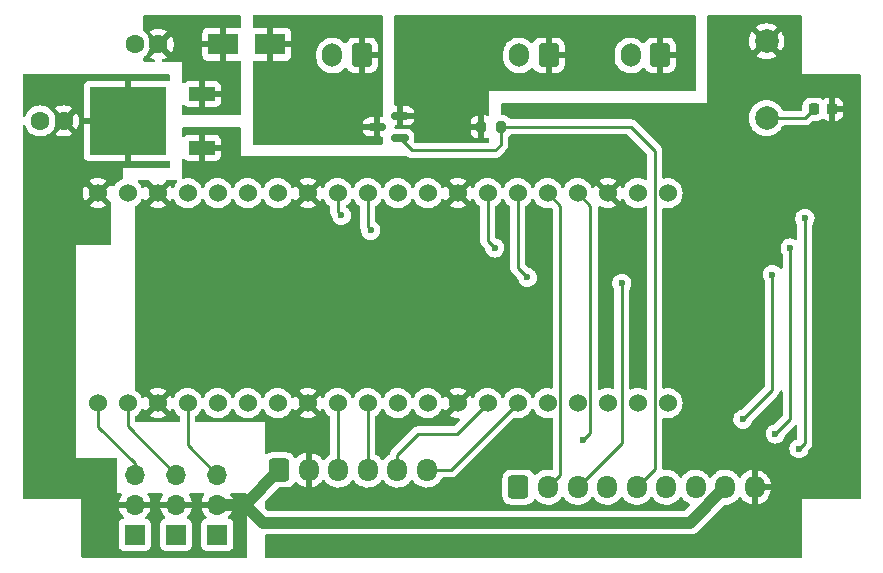
<source format=gbr>
%TF.GenerationSoftware,KiCad,Pcbnew,6.0.6-3a73a75311~116~ubuntu20.04.1*%
%TF.CreationDate,2023-08-16T22:08:07+09:00*%
%TF.ProjectId,catchrobo2023,63617463-6872-46f6-926f-323032332e6b,rev?*%
%TF.SameCoordinates,Original*%
%TF.FileFunction,Copper,L1,Top*%
%TF.FilePolarity,Positive*%
%FSLAX46Y46*%
G04 Gerber Fmt 4.6, Leading zero omitted, Abs format (unit mm)*
G04 Created by KiCad (PCBNEW 6.0.6-3a73a75311~116~ubuntu20.04.1) date 2023-08-16 22:08:07*
%MOMM*%
%LPD*%
G01*
G04 APERTURE LIST*
G04 Aperture macros list*
%AMRoundRect*
0 Rectangle with rounded corners*
0 $1 Rounding radius*
0 $2 $3 $4 $5 $6 $7 $8 $9 X,Y pos of 4 corners*
0 Add a 4 corners polygon primitive as box body*
4,1,4,$2,$3,$4,$5,$6,$7,$8,$9,$2,$3,0*
0 Add four circle primitives for the rounded corners*
1,1,$1+$1,$2,$3*
1,1,$1+$1,$4,$5*
1,1,$1+$1,$6,$7*
1,1,$1+$1,$8,$9*
0 Add four rect primitives between the rounded corners*
20,1,$1+$1,$2,$3,$4,$5,0*
20,1,$1+$1,$4,$5,$6,$7,0*
20,1,$1+$1,$6,$7,$8,$9,0*
20,1,$1+$1,$8,$9,$2,$3,0*%
G04 Aperture macros list end*
%TA.AperFunction,ComponentPad*%
%ADD10RoundRect,0.250000X0.600000X0.750000X-0.600000X0.750000X-0.600000X-0.750000X0.600000X-0.750000X0*%
%TD*%
%TA.AperFunction,ComponentPad*%
%ADD11O,1.700000X2.000000*%
%TD*%
%TA.AperFunction,SMDPad,CuDef*%
%ADD12RoundRect,0.225000X-0.225000X-0.250000X0.225000X-0.250000X0.225000X0.250000X-0.225000X0.250000X0*%
%TD*%
%TA.AperFunction,ComponentPad*%
%ADD13R,1.700000X1.700000*%
%TD*%
%TA.AperFunction,ComponentPad*%
%ADD14O,1.700000X1.700000*%
%TD*%
%TA.AperFunction,ComponentPad*%
%ADD15RoundRect,0.250000X-0.600000X-0.725000X0.600000X-0.725000X0.600000X0.725000X-0.600000X0.725000X0*%
%TD*%
%TA.AperFunction,ComponentPad*%
%ADD16O,1.700000X1.950000*%
%TD*%
%TA.AperFunction,ComponentPad*%
%ADD17C,1.600000*%
%TD*%
%TA.AperFunction,SMDPad,CuDef*%
%ADD18R,2.200000X1.200000*%
%TD*%
%TA.AperFunction,SMDPad,CuDef*%
%ADD19R,6.400000X5.800000*%
%TD*%
%TA.AperFunction,ComponentPad*%
%ADD20C,1.524000*%
%TD*%
%TA.AperFunction,SMDPad,CuDef*%
%ADD21R,2.500000X1.800000*%
%TD*%
%TA.AperFunction,SMDPad,CuDef*%
%ADD22RoundRect,0.150000X0.587500X0.150000X-0.587500X0.150000X-0.587500X-0.150000X0.587500X-0.150000X0*%
%TD*%
%TA.AperFunction,ComponentPad*%
%ADD23C,2.000000*%
%TD*%
%TA.AperFunction,SMDPad,CuDef*%
%ADD24RoundRect,0.200000X-0.200000X-0.275000X0.200000X-0.275000X0.200000X0.275000X-0.200000X0.275000X0*%
%TD*%
%TA.AperFunction,ViaPad*%
%ADD25C,0.600000*%
%TD*%
%TA.AperFunction,Conductor*%
%ADD26C,1.000000*%
%TD*%
%TA.AperFunction,Conductor*%
%ADD27C,0.250000*%
%TD*%
G04 APERTURE END LIST*
D10*
%TO.P,J4,1,Pin_1*%
%TO.N,+BATT*%
X45050000Y43050000D03*
D11*
%TO.P,J4,2,Pin_2*%
%TO.N,GND*%
X42550000Y43050000D03*
%TD*%
D10*
%TO.P,J1,1,Pin_1*%
%TO.N,Net-(D1-Pad2)*%
X29250000Y43050000D03*
D11*
%TO.P,J1,2,Pin_2*%
%TO.N,GND*%
X26750000Y43050000D03*
%TD*%
D12*
%TO.P,C3,1*%
%TO.N,Net-(C3-Pad1)*%
X67500000Y38500000D03*
%TO.P,C3,2*%
%TO.N,GND*%
X69050000Y38500000D03*
%TD*%
D13*
%TO.P,J6,1,Pin_1*%
%TO.N,GND*%
X10000000Y2475000D03*
D14*
%TO.P,J6,2,Pin_2*%
%TO.N,+5V*%
X10000000Y5015000D03*
%TO.P,J6,3,Pin_3*%
%TO.N,/Servo1*%
X10000000Y7555000D03*
%TD*%
D15*
%TO.P,J5,1,Pin_1*%
%TO.N,+5V*%
X22250000Y7950000D03*
D16*
%TO.P,J5,2,Pin_2*%
%TO.N,GND*%
X24750000Y7950000D03*
%TO.P,J5,3,Pin_3*%
%TO.N,/STEP1*%
X27250000Y7950000D03*
%TO.P,J5,4,Pin_4*%
%TO.N,/DIR1*%
X29750000Y7950000D03*
%TO.P,J5,5,Pin_5*%
%TO.N,/STEP2*%
X32250000Y7950000D03*
%TO.P,J5,6,Pin_6*%
%TO.N,/DIR2*%
X34750000Y7950000D03*
%TD*%
D17*
%TO.P,C1,1*%
%TO.N,+7.5V*%
X12000000Y44000000D03*
%TO.P,C1,2*%
%TO.N,GND*%
X10000000Y44000000D03*
%TD*%
D18*
%TO.P,U2,1,GND*%
%TO.N,GND*%
X15700000Y35220000D03*
D19*
%TO.P,U2,2,VO*%
%TO.N,+5V*%
X9400000Y37500000D03*
D18*
%TO.P,U2,3,VI*%
%TO.N,+7.5V*%
X15700000Y39780000D03*
%TD*%
D13*
%TO.P,J7,1,Pin_1*%
%TO.N,GND*%
X13500000Y2475000D03*
D14*
%TO.P,J7,2,Pin_2*%
%TO.N,+5V*%
X13500000Y5015000D03*
%TO.P,J7,3,Pin_3*%
%TO.N,/Servo2*%
X13500000Y7555000D03*
%TD*%
D20*
%TO.P,U1,1,GP0*%
%TO.N,/Servo1*%
X6870000Y13610000D03*
%TO.P,U1,2,GP1*%
%TO.N,/Servo2*%
X9410000Y13610000D03*
%TO.P,U1,3,GND*%
%TO.N,GND*%
X11950000Y13610000D03*
%TO.P,U1,4,GP2*%
%TO.N,/Servo3*%
X14490000Y13610000D03*
%TO.P,U1,5,GP3*%
%TO.N,/Speaker*%
X17030000Y13610000D03*
%TO.P,U1,6,GP4*%
%TO.N,unconnected-(U1-Pad6)*%
X19570000Y13610000D03*
%TO.P,U1,7,GP5*%
%TO.N,unconnected-(U1-Pad7)*%
X22110000Y13610000D03*
%TO.P,U1,8,GND*%
%TO.N,GND*%
X24650000Y13610000D03*
%TO.P,U1,9,GP6*%
%TO.N,/STEP1*%
X27190000Y13610000D03*
%TO.P,U1,10,GP7*%
%TO.N,/DIR1*%
X29730000Y13610000D03*
%TO.P,U1,11,GP8*%
%TO.N,unconnected-(U1-Pad11)*%
X32270000Y13610000D03*
%TO.P,U1,12,GP9*%
%TO.N,unconnected-(U1-Pad12)*%
X34810000Y13610000D03*
%TO.P,U1,13,GND*%
%TO.N,GND*%
X37350000Y13610000D03*
%TO.P,U1,14,GP10*%
%TO.N,/STEP2*%
X39890000Y13610000D03*
%TO.P,U1,15,GP11*%
%TO.N,/DIR2*%
X42430000Y13610000D03*
%TO.P,U1,16,GP12*%
%TO.N,unconnected-(U1-Pad16)*%
X44970000Y13610000D03*
%TO.P,U1,17,GP13*%
%TO.N,unconnected-(U1-Pad17)*%
X47510000Y13610000D03*
%TO.P,U1,18,GND*%
%TO.N,GND*%
X50050000Y13610000D03*
%TO.P,U1,19,GP14*%
%TO.N,unconnected-(U1-Pad19)*%
X52590000Y13610000D03*
%TO.P,U1,20,GP15*%
%TO.N,unconnected-(U1-Pad20)*%
X55130000Y13610000D03*
%TO.P,U1,21,GP16*%
%TO.N,unconnected-(U1-Pad21)*%
X55130000Y31390000D03*
%TO.P,U1,22,GP17*%
%TO.N,unconnected-(U1-Pad22)*%
X52590000Y31390000D03*
%TO.P,U1,23,GND*%
%TO.N,GND*%
X50050000Y31390000D03*
%TO.P,U1,24,GP18*%
%TO.N,/SW0*%
X47510000Y31390000D03*
%TO.P,U1,25,GP19*%
%TO.N,/SW1*%
X44970000Y31390000D03*
%TO.P,U1,26,GP20*%
%TO.N,/SW2*%
X42430000Y31390000D03*
%TO.P,U1,27,GP21*%
%TO.N,/SW3*%
X39890000Y31390000D03*
%TO.P,U1,28,GND*%
%TO.N,GND*%
X37350000Y31390000D03*
%TO.P,U1,29,GP22*%
%TO.N,unconnected-(U1-Pad29)*%
X34810000Y31390000D03*
%TO.P,U1,30,RUN*%
%TO.N,Net-(C3-Pad1)*%
X32270000Y31390000D03*
%TO.P,U1,31,GP26*%
%TO.N,/JoyX*%
X29730000Y31390000D03*
%TO.P,U1,32,GP27*%
%TO.N,/JoyY*%
X27190000Y31390000D03*
%TO.P,U1,33,GND*%
%TO.N,GND*%
X24650000Y31390000D03*
%TO.P,U1,34,GP28*%
%TO.N,unconnected-(U1-Pad34)*%
X22110000Y31390000D03*
%TO.P,U1,35,ADC_VREF*%
%TO.N,unconnected-(U1-Pad35)*%
X19570000Y31390000D03*
%TO.P,U1,36,3V3*%
%TO.N,+3.3V*%
X17030000Y31390000D03*
%TO.P,U1,37,3V3_EN*%
%TO.N,unconnected-(U1-Pad37)*%
X14490000Y31390000D03*
%TO.P,U1,38,GND*%
%TO.N,GND*%
X11950000Y31390000D03*
%TO.P,U1,39,VSYS*%
%TO.N,unconnected-(U1-Pad39)*%
X9410000Y31390000D03*
%TO.P,U1,40,VBUS*%
%TO.N,+5V*%
X6870000Y31390000D03*
%TD*%
D15*
%TO.P,J2,1,Pin_1*%
%TO.N,/SW0*%
X42500000Y6500000D03*
D16*
%TO.P,J2,2,Pin_2*%
%TO.N,/SW1*%
X45000000Y6500000D03*
%TO.P,J2,3,Pin_3*%
%TO.N,/SW2*%
X47500000Y6500000D03*
%TO.P,J2,4,Pin_4*%
%TO.N,/SW3*%
X50000000Y6500000D03*
%TO.P,J2,5,Pin_5*%
%TO.N,/Stopper*%
X52500000Y6500000D03*
%TO.P,J2,6,Pin_6*%
%TO.N,/JoyX*%
X55000000Y6500000D03*
%TO.P,J2,7,Pin_7*%
%TO.N,/JoyY*%
X57500000Y6500000D03*
%TO.P,J2,8,Pin_8*%
%TO.N,+5V*%
X60000000Y6500000D03*
%TO.P,J2,9,Pin_9*%
%TO.N,GND*%
X62500000Y6500000D03*
%TD*%
D10*
%TO.P,J3,1,Pin_1*%
%TO.N,+BATT*%
X54500000Y43050000D03*
D11*
%TO.P,J3,2,Pin_2*%
%TO.N,GND*%
X52000000Y43050000D03*
%TD*%
D17*
%TO.P,C2,1*%
%TO.N,+5V*%
X4000000Y37500000D03*
%TO.P,C2,2*%
%TO.N,GND*%
X2000000Y37500000D03*
%TD*%
D21*
%TO.P,D1,1,K*%
%TO.N,+7.5V*%
X17500000Y44000000D03*
%TO.P,D1,2,A*%
%TO.N,Net-(D1-Pad2)*%
X21500000Y44000000D03*
%TD*%
D22*
%TO.P,Q1,1,G*%
%TO.N,/Stopper*%
X32437500Y36050000D03*
%TO.P,Q1,2,S*%
%TO.N,+BATT*%
X32437500Y37950000D03*
%TO.P,Q1,3,D*%
%TO.N,Net-(D1-Pad2)*%
X30562500Y37000000D03*
%TD*%
D13*
%TO.P,J8,1,Pin_1*%
%TO.N,GND*%
X17000000Y2475000D03*
D14*
%TO.P,J8,2,Pin_2*%
%TO.N,+5V*%
X17000000Y5015000D03*
%TO.P,J8,3,Pin_3*%
%TO.N,/Servo3*%
X17000000Y7555000D03*
%TD*%
D23*
%TO.P,SW2,1,1*%
%TO.N,Net-(C3-Pad1)*%
X63500000Y37750000D03*
%TO.P,SW2,2,2*%
%TO.N,GND*%
X63500000Y44250000D03*
%TD*%
D24*
%TO.P,R1,1*%
%TO.N,+BATT*%
X39350000Y37000000D03*
%TO.P,R1,2*%
%TO.N,/Stopper*%
X41000000Y37000000D03*
%TD*%
D25*
%TO.N,GND*%
X29500000Y1500000D03*
X11000000Y15500000D03*
X62500000Y23000000D03*
X22500000Y33500000D03*
X71000000Y27000000D03*
X59000000Y34000000D03*
X36500000Y1500000D03*
X71000000Y41000000D03*
X64500000Y1500000D03*
X55500000Y16000000D03*
X71000000Y34000000D03*
X22500000Y1500000D03*
X15500000Y33500000D03*
X29500000Y5500000D03*
X11000000Y29500000D03*
X29500000Y33500000D03*
X39000000Y22500000D03*
X45000000Y35000000D03*
X50500000Y1500000D03*
X57500000Y1500000D03*
X71000000Y6000000D03*
X55500000Y23000000D03*
X18000000Y22500000D03*
X32000000Y22500000D03*
X25000000Y22500000D03*
X62500000Y16000000D03*
X64000000Y34000000D03*
X52000000Y38250000D03*
X22500000Y5500000D03*
X59000000Y46000000D03*
X45000000Y38250000D03*
X66000000Y46000000D03*
X59000000Y39000000D03*
X36500000Y5500000D03*
X71000000Y20000000D03*
X25000000Y15500000D03*
X18000000Y15500000D03*
X18000000Y29500000D03*
X43000000Y10500000D03*
X51250000Y25500000D03*
X25000000Y29500000D03*
X43500000Y1500000D03*
X52750000Y19750000D03*
X50000000Y19750000D03*
X52000000Y35000000D03*
X66000000Y39000000D03*
X71000000Y13000000D03*
X39000000Y15500000D03*
X32000000Y15500000D03*
X11000000Y22500000D03*
%TO.N,/JoyY*%
X66750000Y29250000D03*
X27500000Y29500000D03*
X66250000Y9750000D03*
%TO.N,/JoyX*%
X64250000Y11000000D03*
X65500000Y26750000D03*
X30000000Y28250000D03*
%TO.N,/SW3*%
X40500000Y26750000D03*
X64000000Y24500000D03*
X61500000Y12250000D03*
%TO.N,/SW2*%
X43250000Y24250000D03*
X51250000Y23750000D03*
%TO.N,/SW0*%
X48000000Y10500000D03*
%TD*%
D26*
%TO.N,+5V*%
X17000000Y5015000D02*
X19315000Y5015000D01*
X60000000Y6500000D02*
X57000000Y3500000D01*
X20830000Y3500000D02*
X19315000Y5015000D01*
X19315000Y5015000D02*
X22250000Y7950000D01*
X57000000Y3500000D02*
X20830000Y3500000D01*
D27*
%TO.N,Net-(C3-Pad1)*%
X66750000Y37750000D02*
X67500000Y38500000D01*
X63500000Y37750000D02*
X66750000Y37750000D01*
%TO.N,/Servo1*%
X6870000Y11630000D02*
X10000000Y8500000D01*
X6870000Y13610000D02*
X6870000Y11630000D01*
X10000000Y8500000D02*
X10000000Y7555000D01*
%TO.N,/Servo2*%
X9410000Y13610000D02*
X9410000Y11645000D01*
X9410000Y11645000D02*
X13500000Y7555000D01*
%TO.N,/Servo3*%
X14490000Y13610000D02*
X14490000Y10065000D01*
X14490000Y10065000D02*
X17000000Y7555000D01*
%TO.N,/Stopper*%
X40500000Y35000000D02*
X41000000Y35500000D01*
X33487500Y35000000D02*
X40500000Y35000000D01*
X41000000Y35500000D02*
X41000000Y37000000D01*
X32437500Y36050000D02*
X33487500Y35000000D01*
X41000000Y37000000D02*
X52000000Y37000000D01*
X54043000Y8043000D02*
X52500000Y6500000D01*
X54043000Y34957000D02*
X54043000Y8043000D01*
X52000000Y37000000D02*
X54043000Y34957000D01*
%TO.N,/JoyY*%
X27190000Y29810000D02*
X27500000Y29500000D01*
X66750000Y10250000D02*
X66250000Y9750000D01*
X27190000Y31390000D02*
X27190000Y29810000D01*
X66750000Y29250000D02*
X66750000Y10250000D01*
%TO.N,/JoyX*%
X29730000Y31390000D02*
X29730000Y28520000D01*
X29730000Y28520000D02*
X30000000Y28250000D01*
X65500000Y26750000D02*
X65500000Y12250000D01*
X65500000Y12250000D02*
X64250000Y11000000D01*
%TO.N,/SW3*%
X64000000Y14750000D02*
X61500000Y12250000D01*
X39890000Y31390000D02*
X39890000Y27360000D01*
X39890000Y27360000D02*
X40500000Y26750000D01*
X64000000Y24500000D02*
X64000000Y14750000D01*
%TO.N,/SW2*%
X51250000Y23750000D02*
X51250000Y10250000D01*
X42430000Y25070000D02*
X43250000Y24250000D01*
X42430000Y31390000D02*
X42430000Y25070000D01*
X51250000Y10250000D02*
X47500000Y6500000D01*
%TO.N,/SW1*%
X44970000Y31390000D02*
X46057000Y30303000D01*
X46057000Y30303000D02*
X46057000Y7557000D01*
X46057000Y7557000D02*
X45000000Y6500000D01*
%TO.N,/SW0*%
X48597000Y30303000D02*
X48597000Y11097000D01*
X48597000Y11097000D02*
X48000000Y10500000D01*
X47510000Y31390000D02*
X48597000Y30303000D01*
%TO.N,/STEP1*%
X27190000Y8010000D02*
X27250000Y7950000D01*
X27190000Y13610000D02*
X27190000Y8010000D01*
%TO.N,/DIR1*%
X29730000Y13610000D02*
X29730000Y7970000D01*
X29730000Y7970000D02*
X29750000Y7950000D01*
%TO.N,/STEP2*%
X34000000Y11000000D02*
X32250000Y9250000D01*
X37280000Y11000000D02*
X34000000Y11000000D01*
X32250000Y9250000D02*
X32250000Y7950000D01*
X39890000Y13610000D02*
X37280000Y11000000D01*
%TO.N,/DIR2*%
X42430000Y13610000D02*
X36770000Y7950000D01*
X36770000Y7950000D02*
X34750000Y7950000D01*
%TD*%
%TA.AperFunction,Conductor*%
%TO.N,Net-(D1-Pad2)*%
G36*
X30942121Y46471498D02*
G01*
X30988614Y46417842D01*
X31000000Y46365500D01*
X31000000Y37934000D01*
X30979998Y37865879D01*
X30926342Y37819386D01*
X30874000Y37808000D01*
X30834615Y37808000D01*
X30819376Y37803525D01*
X30818171Y37802135D01*
X30816500Y37794452D01*
X30816500Y36210116D01*
X30820975Y36194877D01*
X30822365Y36193672D01*
X30830048Y36192001D01*
X30874000Y36192001D01*
X30942121Y36171999D01*
X30988614Y36118343D01*
X31000000Y36066001D01*
X31000000Y35626000D01*
X30979998Y35557879D01*
X30926342Y35511386D01*
X30874000Y35500000D01*
X20126000Y35500000D01*
X20057879Y35520002D01*
X20011386Y35573658D01*
X20000000Y35626000D01*
X20000000Y36734129D01*
X29323456Y36734129D01*
X29364107Y36594210D01*
X29370352Y36579779D01*
X29446911Y36450322D01*
X29456551Y36437896D01*
X29562896Y36331551D01*
X29575322Y36321911D01*
X29704779Y36245352D01*
X29719210Y36239107D01*
X29865065Y36196731D01*
X29877667Y36194430D01*
X29906084Y36192193D01*
X29911014Y36192000D01*
X30290385Y36192000D01*
X30305624Y36196475D01*
X30306829Y36197865D01*
X30308500Y36205548D01*
X30308500Y36727885D01*
X30304025Y36743124D01*
X30302635Y36744329D01*
X30294952Y36746000D01*
X29338122Y36746000D01*
X29324591Y36742027D01*
X29323456Y36734129D01*
X20000000Y36734129D01*
X20000000Y37271395D01*
X29325061Y37271395D01*
X29325101Y37257294D01*
X29332370Y37254000D01*
X30290385Y37254000D01*
X30305624Y37258475D01*
X30306829Y37259865D01*
X30308500Y37267548D01*
X30308500Y37789884D01*
X30304025Y37805123D01*
X30302635Y37806328D01*
X30294952Y37807999D01*
X29911017Y37807999D01*
X29906080Y37807805D01*
X29877664Y37805570D01*
X29865069Y37803270D01*
X29719210Y37760893D01*
X29704779Y37754648D01*
X29575322Y37678089D01*
X29562896Y37668449D01*
X29456551Y37562104D01*
X29446911Y37549678D01*
X29370352Y37420221D01*
X29364107Y37405790D01*
X29325061Y37271395D01*
X20000000Y37271395D01*
X20000000Y42473529D01*
X20020002Y42541650D01*
X20073658Y42588143D01*
X20139672Y42597635D01*
X20139793Y42598748D01*
X20198514Y42592369D01*
X20205328Y42592000D01*
X21227885Y42592000D01*
X21243124Y42596475D01*
X21244329Y42597865D01*
X21246000Y42605548D01*
X21246000Y42610116D01*
X21754000Y42610116D01*
X21758475Y42594877D01*
X21759865Y42593672D01*
X21767548Y42592001D01*
X22794669Y42592001D01*
X22801490Y42592371D01*
X22852352Y42597895D01*
X22867604Y42601521D01*
X22988054Y42646676D01*
X23003649Y42655214D01*
X23105724Y42731715D01*
X23118285Y42744276D01*
X23191608Y42842110D01*
X25391500Y42842110D01*
X25406080Y42670280D01*
X25407418Y42665125D01*
X25407419Y42665119D01*
X25462657Y42452297D01*
X25463999Y42447128D01*
X25558688Y42236925D01*
X25687441Y42045681D01*
X25846576Y41878865D01*
X26031542Y41741246D01*
X26036293Y41738830D01*
X26036297Y41738828D01*
X26098704Y41707099D01*
X26237051Y41636760D01*
X26242145Y41635178D01*
X26242148Y41635177D01*
X26442020Y41573115D01*
X26457227Y41568393D01*
X26462516Y41567692D01*
X26680489Y41538802D01*
X26680494Y41538802D01*
X26685774Y41538102D01*
X26691103Y41538302D01*
X26691105Y41538302D01*
X26800966Y41542427D01*
X26916158Y41546751D01*
X26921468Y41547865D01*
X27136572Y41592998D01*
X27141791Y41594093D01*
X27146750Y41596051D01*
X27146752Y41596052D01*
X27351256Y41676815D01*
X27351258Y41676816D01*
X27356221Y41678776D01*
X27455184Y41738828D01*
X27548757Y41795610D01*
X27548756Y41795610D01*
X27553317Y41798377D01*
X27593493Y41833240D01*
X27723412Y41945977D01*
X27723414Y41945979D01*
X27727445Y41949477D01*
X27757006Y41985529D01*
X27815666Y42025524D01*
X27886636Y42027455D01*
X27947384Y41990710D01*
X27961584Y41971941D01*
X28048063Y41832193D01*
X28057099Y41820792D01*
X28171829Y41706261D01*
X28183240Y41697249D01*
X28321243Y41612184D01*
X28334424Y41606037D01*
X28488710Y41554862D01*
X28502086Y41551995D01*
X28596438Y41542328D01*
X28602854Y41542000D01*
X28977885Y41542000D01*
X28993124Y41546475D01*
X28994329Y41547865D01*
X28996000Y41555548D01*
X28996000Y41560116D01*
X29504000Y41560116D01*
X29508475Y41544877D01*
X29509865Y41543672D01*
X29517548Y41542001D01*
X29897095Y41542001D01*
X29903614Y41542338D01*
X29999206Y41552257D01*
X30012600Y41555149D01*
X30166784Y41606588D01*
X30179962Y41612761D01*
X30317807Y41698063D01*
X30329208Y41707099D01*
X30443739Y41821829D01*
X30452751Y41833240D01*
X30537816Y41971243D01*
X30543963Y41984424D01*
X30595138Y42138710D01*
X30598005Y42152086D01*
X30607672Y42246438D01*
X30608000Y42252854D01*
X30608000Y42777885D01*
X30603525Y42793124D01*
X30602135Y42794329D01*
X30594452Y42796000D01*
X29522115Y42796000D01*
X29506876Y42791525D01*
X29505671Y42790135D01*
X29504000Y42782452D01*
X29504000Y41560116D01*
X28996000Y41560116D01*
X28996000Y43322115D01*
X29504000Y43322115D01*
X29508475Y43306876D01*
X29509865Y43305671D01*
X29517548Y43304000D01*
X30589884Y43304000D01*
X30605123Y43308475D01*
X30606328Y43309865D01*
X30607999Y43317548D01*
X30607999Y43847095D01*
X30607662Y43853614D01*
X30597743Y43949206D01*
X30594851Y43962600D01*
X30543412Y44116784D01*
X30537239Y44129962D01*
X30451937Y44267807D01*
X30442901Y44279208D01*
X30328171Y44393739D01*
X30316760Y44402751D01*
X30178757Y44487816D01*
X30165576Y44493963D01*
X30011290Y44545138D01*
X29997914Y44548005D01*
X29903562Y44557672D01*
X29897145Y44558000D01*
X29522115Y44558000D01*
X29506876Y44553525D01*
X29505671Y44552135D01*
X29504000Y44544452D01*
X29504000Y43322115D01*
X28996000Y43322115D01*
X28996000Y44539884D01*
X28991525Y44555123D01*
X28990135Y44556328D01*
X28982452Y44557999D01*
X28602905Y44557999D01*
X28596386Y44557662D01*
X28500794Y44547743D01*
X28487400Y44544851D01*
X28333216Y44493412D01*
X28320038Y44487239D01*
X28182193Y44401937D01*
X28170792Y44392901D01*
X28056261Y44278171D01*
X28047247Y44266757D01*
X27961277Y44127287D01*
X27908505Y44079793D01*
X27838434Y44068369D01*
X27773310Y44096643D01*
X27762847Y44106430D01*
X27742951Y44127287D01*
X27653424Y44221135D01*
X27468458Y44358754D01*
X27463707Y44361170D01*
X27463703Y44361172D01*
X27341731Y44423185D01*
X27262949Y44463240D01*
X27257855Y44464822D01*
X27257852Y44464823D01*
X27047871Y44530024D01*
X27042773Y44531607D01*
X27037484Y44532308D01*
X26819511Y44561198D01*
X26819506Y44561198D01*
X26814226Y44561898D01*
X26808897Y44561698D01*
X26808895Y44561698D01*
X26710368Y44557999D01*
X26583842Y44553249D01*
X26578623Y44552154D01*
X26558849Y44548005D01*
X26358209Y44505907D01*
X26353250Y44503949D01*
X26353248Y44503948D01*
X26148744Y44423185D01*
X26148742Y44423184D01*
X26143779Y44421224D01*
X26139220Y44418457D01*
X26139217Y44418456D01*
X26040832Y44358754D01*
X25946683Y44301623D01*
X25942653Y44298126D01*
X25849484Y44217278D01*
X25772555Y44150523D01*
X25769168Y44146392D01*
X25629760Y43976373D01*
X25629756Y43976367D01*
X25626376Y43972245D01*
X25623737Y43967609D01*
X25623735Y43967606D01*
X25613261Y43949206D01*
X25512325Y43771886D01*
X25433663Y43555175D01*
X25432714Y43549926D01*
X25432713Y43549923D01*
X25393377Y43332392D01*
X25393376Y43332385D01*
X25392639Y43328308D01*
X25391500Y43304156D01*
X25391500Y42842110D01*
X23191608Y42842110D01*
X23194786Y42846351D01*
X23203324Y42861946D01*
X23248478Y42982394D01*
X23252105Y42997649D01*
X23257631Y43048514D01*
X23258000Y43055328D01*
X23258000Y43727885D01*
X23253525Y43743124D01*
X23252135Y43744329D01*
X23244452Y43746000D01*
X21772115Y43746000D01*
X21756876Y43741525D01*
X21755671Y43740135D01*
X21754000Y43732452D01*
X21754000Y42610116D01*
X21246000Y42610116D01*
X21246000Y44272115D01*
X21754000Y44272115D01*
X21758475Y44256876D01*
X21759865Y44255671D01*
X21767548Y44254000D01*
X23239884Y44254000D01*
X23255123Y44258475D01*
X23256328Y44259865D01*
X23257999Y44267548D01*
X23257999Y44944669D01*
X23257629Y44951490D01*
X23252105Y45002352D01*
X23248479Y45017604D01*
X23203324Y45138054D01*
X23194786Y45153649D01*
X23118285Y45255724D01*
X23105724Y45268285D01*
X23003649Y45344786D01*
X22988054Y45353324D01*
X22867606Y45398478D01*
X22852351Y45402105D01*
X22801486Y45407631D01*
X22794672Y45408000D01*
X21772115Y45408000D01*
X21756876Y45403525D01*
X21755671Y45402135D01*
X21754000Y45394452D01*
X21754000Y44272115D01*
X21246000Y44272115D01*
X21246000Y45389884D01*
X21241525Y45405123D01*
X21240135Y45406328D01*
X21232452Y45407999D01*
X20205331Y45407999D01*
X20198510Y45407629D01*
X20139793Y45401252D01*
X20139414Y45404738D01*
X20084426Y45407526D01*
X20026720Y45448885D01*
X20000534Y45514877D01*
X20000000Y45526470D01*
X20000000Y46365500D01*
X20020002Y46433621D01*
X20073658Y46480114D01*
X20126000Y46491500D01*
X30874000Y46491500D01*
X30942121Y46471498D01*
G37*
%TD.AperFunction*%
%TD*%
%TA.AperFunction,Conductor*%
%TO.N,+BATT*%
G36*
X57442121Y46471498D02*
G01*
X57488614Y46417842D01*
X57500000Y46365500D01*
X57500000Y40126000D01*
X57479998Y40057879D01*
X57426342Y40011386D01*
X57374000Y40000000D01*
X40000000Y40000000D01*
X40000000Y38047494D01*
X39979998Y37979373D01*
X39926342Y37932880D01*
X39856068Y37922776D01*
X39836321Y37927260D01*
X39686356Y37974256D01*
X39673306Y37976869D01*
X39618414Y37981913D01*
X39606876Y37978525D01*
X39605671Y37977135D01*
X39604000Y37969452D01*
X39604000Y36035116D01*
X39608475Y36019877D01*
X39609865Y36018672D01*
X39614294Y36017709D01*
X39673315Y36023132D01*
X39686351Y36025743D01*
X39836321Y36072740D01*
X39907306Y36074024D01*
X39967717Y36036727D01*
X39998373Y35972690D01*
X40000000Y35952506D01*
X40000000Y35759500D01*
X39979998Y35691379D01*
X39926342Y35644886D01*
X39874000Y35633500D01*
X33802095Y35633500D01*
X33733974Y35653502D01*
X33713000Y35670405D01*
X33712243Y35671162D01*
X33678217Y35733474D01*
X33679938Y35783230D01*
X33677610Y35783655D01*
X33678768Y35789994D01*
X33680562Y35796169D01*
X33683500Y35833498D01*
X33683500Y36266502D01*
X33683307Y36268958D01*
X33681067Y36297421D01*
X33681066Y36297426D01*
X33680562Y36303831D01*
X33634145Y36463601D01*
X33560192Y36588649D01*
X33553491Y36599980D01*
X33553489Y36599983D01*
X33549453Y36606807D01*
X33484965Y36671295D01*
X38442001Y36671295D01*
X38442264Y36665546D01*
X38448132Y36601685D01*
X38450743Y36588649D01*
X38497715Y36438757D01*
X38503921Y36425012D01*
X38584824Y36291426D01*
X38594131Y36279557D01*
X38704557Y36169131D01*
X38716426Y36159824D01*
X38850012Y36078921D01*
X38863757Y36072715D01*
X39013644Y36025744D01*
X39026694Y36023131D01*
X39081586Y36018087D01*
X39093124Y36021475D01*
X39094329Y36022865D01*
X39096000Y36030548D01*
X39096000Y36727885D01*
X39091525Y36743124D01*
X39090135Y36744329D01*
X39082452Y36746000D01*
X38460116Y36746000D01*
X38444877Y36741525D01*
X38443672Y36740135D01*
X38442001Y36732452D01*
X38442001Y36671295D01*
X33484965Y36671295D01*
X33431807Y36724453D01*
X33424983Y36728489D01*
X33424980Y36728491D01*
X33295427Y36805108D01*
X33295428Y36805108D01*
X33288601Y36809145D01*
X33280990Y36811356D01*
X33280988Y36811357D01*
X33228769Y36826528D01*
X33128831Y36855562D01*
X33122426Y36856066D01*
X33122421Y36856067D01*
X33093958Y36858307D01*
X33093950Y36858307D01*
X33091502Y36858500D01*
X32126000Y36858500D01*
X32057879Y36878502D01*
X32011386Y36932158D01*
X32000000Y36984500D01*
X32000000Y37016000D01*
X32020002Y37084121D01*
X32073658Y37130614D01*
X32126000Y37142000D01*
X32165385Y37142000D01*
X32180624Y37146475D01*
X32181829Y37147865D01*
X32183500Y37155548D01*
X32183500Y37160116D01*
X32691500Y37160116D01*
X32695975Y37144877D01*
X32697365Y37143672D01*
X32705048Y37142001D01*
X33088984Y37142001D01*
X33093920Y37142195D01*
X33122336Y37144430D01*
X33134931Y37146730D01*
X33280790Y37189107D01*
X33295221Y37195352D01*
X33424678Y37271911D01*
X33424941Y37272115D01*
X38442000Y37272115D01*
X38446475Y37256876D01*
X38447865Y37255671D01*
X38455548Y37254000D01*
X39077885Y37254000D01*
X39093124Y37258475D01*
X39094329Y37259865D01*
X39096000Y37267548D01*
X39096000Y37964884D01*
X39091525Y37980123D01*
X39090135Y37981328D01*
X39085706Y37982291D01*
X39026685Y37976868D01*
X39013649Y37974257D01*
X38863757Y37927285D01*
X38850012Y37921079D01*
X38716426Y37840176D01*
X38704557Y37830869D01*
X38594131Y37720443D01*
X38584824Y37708574D01*
X38503921Y37574988D01*
X38497715Y37561243D01*
X38450744Y37411356D01*
X38448131Y37398306D01*
X38442266Y37334479D01*
X38442000Y37328691D01*
X38442000Y37272115D01*
X33424941Y37272115D01*
X33437104Y37281551D01*
X33543449Y37387896D01*
X33553089Y37400322D01*
X33629648Y37529779D01*
X33635893Y37544210D01*
X33674939Y37678605D01*
X33674899Y37692706D01*
X33667630Y37696000D01*
X32709615Y37696000D01*
X32694376Y37691525D01*
X32693171Y37690135D01*
X32691500Y37682452D01*
X32691500Y37160116D01*
X32183500Y37160116D01*
X32183500Y38222115D01*
X32691500Y38222115D01*
X32695975Y38206876D01*
X32697365Y38205671D01*
X32705048Y38204000D01*
X33661878Y38204000D01*
X33675409Y38207973D01*
X33676544Y38215871D01*
X33635893Y38355790D01*
X33629648Y38370221D01*
X33553089Y38499678D01*
X33543449Y38512104D01*
X33437104Y38618449D01*
X33424678Y38628089D01*
X33295221Y38704648D01*
X33280790Y38710893D01*
X33134935Y38753269D01*
X33122333Y38755570D01*
X33093916Y38757807D01*
X33088986Y38758000D01*
X32709615Y38758000D01*
X32694376Y38753525D01*
X32693171Y38752135D01*
X32691500Y38744452D01*
X32691500Y38222115D01*
X32183500Y38222115D01*
X32183500Y38739884D01*
X32179025Y38755123D01*
X32177635Y38756328D01*
X32169952Y38757999D01*
X32126000Y38757999D01*
X32057879Y38778001D01*
X32011386Y38831657D01*
X32000000Y38883999D01*
X32000000Y42842110D01*
X41191500Y42842110D01*
X41206080Y42670280D01*
X41207418Y42665125D01*
X41207419Y42665119D01*
X41262657Y42452297D01*
X41263999Y42447128D01*
X41358688Y42236925D01*
X41487441Y42045681D01*
X41646576Y41878865D01*
X41831542Y41741246D01*
X41836293Y41738830D01*
X41836297Y41738828D01*
X41898704Y41707099D01*
X42037051Y41636760D01*
X42042145Y41635178D01*
X42042148Y41635177D01*
X42242020Y41573115D01*
X42257227Y41568393D01*
X42262516Y41567692D01*
X42480489Y41538802D01*
X42480494Y41538802D01*
X42485774Y41538102D01*
X42491103Y41538302D01*
X42491105Y41538302D01*
X42600966Y41542427D01*
X42716158Y41546751D01*
X42721468Y41547865D01*
X42936572Y41592998D01*
X42941791Y41594093D01*
X42946750Y41596051D01*
X42946752Y41596052D01*
X43151256Y41676815D01*
X43151258Y41676816D01*
X43156221Y41678776D01*
X43255184Y41738828D01*
X43348757Y41795610D01*
X43348756Y41795610D01*
X43353317Y41798377D01*
X43393493Y41833240D01*
X43523412Y41945977D01*
X43523414Y41945979D01*
X43527445Y41949477D01*
X43557006Y41985529D01*
X43615666Y42025524D01*
X43686636Y42027455D01*
X43747384Y41990710D01*
X43761584Y41971941D01*
X43848063Y41832193D01*
X43857099Y41820792D01*
X43971829Y41706261D01*
X43983240Y41697249D01*
X44121243Y41612184D01*
X44134424Y41606037D01*
X44288710Y41554862D01*
X44302086Y41551995D01*
X44396438Y41542328D01*
X44402854Y41542000D01*
X44777885Y41542000D01*
X44793124Y41546475D01*
X44794329Y41547865D01*
X44796000Y41555548D01*
X44796000Y41560116D01*
X45304000Y41560116D01*
X45308475Y41544877D01*
X45309865Y41543672D01*
X45317548Y41542001D01*
X45697095Y41542001D01*
X45703614Y41542338D01*
X45799206Y41552257D01*
X45812600Y41555149D01*
X45966784Y41606588D01*
X45979962Y41612761D01*
X46117807Y41698063D01*
X46129208Y41707099D01*
X46243739Y41821829D01*
X46252751Y41833240D01*
X46337816Y41971243D01*
X46343963Y41984424D01*
X46395138Y42138710D01*
X46398005Y42152086D01*
X46407672Y42246438D01*
X46408000Y42252854D01*
X46408000Y42777885D01*
X46403525Y42793124D01*
X46402135Y42794329D01*
X46394452Y42796000D01*
X45322115Y42796000D01*
X45306876Y42791525D01*
X45305671Y42790135D01*
X45304000Y42782452D01*
X45304000Y41560116D01*
X44796000Y41560116D01*
X44796000Y42842110D01*
X50641500Y42842110D01*
X50656080Y42670280D01*
X50657418Y42665125D01*
X50657419Y42665119D01*
X50712657Y42452297D01*
X50713999Y42447128D01*
X50808688Y42236925D01*
X50937441Y42045681D01*
X51096576Y41878865D01*
X51281542Y41741246D01*
X51286293Y41738830D01*
X51286297Y41738828D01*
X51348704Y41707099D01*
X51487051Y41636760D01*
X51492145Y41635178D01*
X51492148Y41635177D01*
X51692020Y41573115D01*
X51707227Y41568393D01*
X51712516Y41567692D01*
X51930489Y41538802D01*
X51930494Y41538802D01*
X51935774Y41538102D01*
X51941103Y41538302D01*
X51941105Y41538302D01*
X52050966Y41542427D01*
X52166158Y41546751D01*
X52171468Y41547865D01*
X52386572Y41592998D01*
X52391791Y41594093D01*
X52396750Y41596051D01*
X52396752Y41596052D01*
X52601256Y41676815D01*
X52601258Y41676816D01*
X52606221Y41678776D01*
X52705184Y41738828D01*
X52798757Y41795610D01*
X52798756Y41795610D01*
X52803317Y41798377D01*
X52843493Y41833240D01*
X52973412Y41945977D01*
X52973414Y41945979D01*
X52977445Y41949477D01*
X53007006Y41985529D01*
X53065666Y42025524D01*
X53136636Y42027455D01*
X53197384Y41990710D01*
X53211584Y41971941D01*
X53298063Y41832193D01*
X53307099Y41820792D01*
X53421829Y41706261D01*
X53433240Y41697249D01*
X53571243Y41612184D01*
X53584424Y41606037D01*
X53738710Y41554862D01*
X53752086Y41551995D01*
X53846438Y41542328D01*
X53852854Y41542000D01*
X54227885Y41542000D01*
X54243124Y41546475D01*
X54244329Y41547865D01*
X54246000Y41555548D01*
X54246000Y41560116D01*
X54754000Y41560116D01*
X54758475Y41544877D01*
X54759865Y41543672D01*
X54767548Y41542001D01*
X55147095Y41542001D01*
X55153614Y41542338D01*
X55249206Y41552257D01*
X55262600Y41555149D01*
X55416784Y41606588D01*
X55429962Y41612761D01*
X55567807Y41698063D01*
X55579208Y41707099D01*
X55693739Y41821829D01*
X55702751Y41833240D01*
X55787816Y41971243D01*
X55793963Y41984424D01*
X55845138Y42138710D01*
X55848005Y42152086D01*
X55857672Y42246438D01*
X55858000Y42252854D01*
X55858000Y42777885D01*
X55853525Y42793124D01*
X55852135Y42794329D01*
X55844452Y42796000D01*
X54772115Y42796000D01*
X54756876Y42791525D01*
X54755671Y42790135D01*
X54754000Y42782452D01*
X54754000Y41560116D01*
X54246000Y41560116D01*
X54246000Y43322115D01*
X54754000Y43322115D01*
X54758475Y43306876D01*
X54759865Y43305671D01*
X54767548Y43304000D01*
X55839884Y43304000D01*
X55855123Y43308475D01*
X55856328Y43309865D01*
X55857999Y43317548D01*
X55857999Y43847095D01*
X55857662Y43853614D01*
X55847743Y43949206D01*
X55844851Y43962600D01*
X55793412Y44116784D01*
X55787239Y44129962D01*
X55701937Y44267807D01*
X55692901Y44279208D01*
X55578171Y44393739D01*
X55566760Y44402751D01*
X55428757Y44487816D01*
X55415576Y44493963D01*
X55261290Y44545138D01*
X55247914Y44548005D01*
X55153562Y44557672D01*
X55147145Y44558000D01*
X54772115Y44558000D01*
X54756876Y44553525D01*
X54755671Y44552135D01*
X54754000Y44544452D01*
X54754000Y43322115D01*
X54246000Y43322115D01*
X54246000Y44539884D01*
X54241525Y44555123D01*
X54240135Y44556328D01*
X54232452Y44557999D01*
X53852905Y44557999D01*
X53846386Y44557662D01*
X53750794Y44547743D01*
X53737400Y44544851D01*
X53583216Y44493412D01*
X53570038Y44487239D01*
X53432193Y44401937D01*
X53420792Y44392901D01*
X53306261Y44278171D01*
X53297247Y44266757D01*
X53211277Y44127287D01*
X53158505Y44079793D01*
X53088434Y44068369D01*
X53023310Y44096643D01*
X53012847Y44106430D01*
X52992951Y44127287D01*
X52903424Y44221135D01*
X52718458Y44358754D01*
X52713707Y44361170D01*
X52713703Y44361172D01*
X52591731Y44423185D01*
X52512949Y44463240D01*
X52507855Y44464822D01*
X52507852Y44464823D01*
X52297871Y44530024D01*
X52292773Y44531607D01*
X52287484Y44532308D01*
X52069511Y44561198D01*
X52069506Y44561198D01*
X52064226Y44561898D01*
X52058897Y44561698D01*
X52058895Y44561698D01*
X51960368Y44557999D01*
X51833842Y44553249D01*
X51828623Y44552154D01*
X51808849Y44548005D01*
X51608209Y44505907D01*
X51603250Y44503949D01*
X51603248Y44503948D01*
X51398744Y44423185D01*
X51398742Y44423184D01*
X51393779Y44421224D01*
X51389220Y44418457D01*
X51389217Y44418456D01*
X51290832Y44358754D01*
X51196683Y44301623D01*
X51192653Y44298126D01*
X51099484Y44217278D01*
X51022555Y44150523D01*
X51019168Y44146392D01*
X50879760Y43976373D01*
X50879756Y43976367D01*
X50876376Y43972245D01*
X50873737Y43967609D01*
X50873735Y43967606D01*
X50863261Y43949206D01*
X50762325Y43771886D01*
X50683663Y43555175D01*
X50682714Y43549926D01*
X50682713Y43549923D01*
X50643377Y43332392D01*
X50643376Y43332385D01*
X50642639Y43328308D01*
X50641500Y43304156D01*
X50641500Y42842110D01*
X44796000Y42842110D01*
X44796000Y43322115D01*
X45304000Y43322115D01*
X45308475Y43306876D01*
X45309865Y43305671D01*
X45317548Y43304000D01*
X46389884Y43304000D01*
X46405123Y43308475D01*
X46406328Y43309865D01*
X46407999Y43317548D01*
X46407999Y43847095D01*
X46407662Y43853614D01*
X46397743Y43949206D01*
X46394851Y43962600D01*
X46343412Y44116784D01*
X46337239Y44129962D01*
X46251937Y44267807D01*
X46242901Y44279208D01*
X46128171Y44393739D01*
X46116760Y44402751D01*
X45978757Y44487816D01*
X45965576Y44493963D01*
X45811290Y44545138D01*
X45797914Y44548005D01*
X45703562Y44557672D01*
X45697145Y44558000D01*
X45322115Y44558000D01*
X45306876Y44553525D01*
X45305671Y44552135D01*
X45304000Y44544452D01*
X45304000Y43322115D01*
X44796000Y43322115D01*
X44796000Y44539884D01*
X44791525Y44555123D01*
X44790135Y44556328D01*
X44782452Y44557999D01*
X44402905Y44557999D01*
X44396386Y44557662D01*
X44300794Y44547743D01*
X44287400Y44544851D01*
X44133216Y44493412D01*
X44120038Y44487239D01*
X43982193Y44401937D01*
X43970792Y44392901D01*
X43856261Y44278171D01*
X43847247Y44266757D01*
X43761277Y44127287D01*
X43708505Y44079793D01*
X43638434Y44068369D01*
X43573310Y44096643D01*
X43562847Y44106430D01*
X43542951Y44127287D01*
X43453424Y44221135D01*
X43268458Y44358754D01*
X43263707Y44361170D01*
X43263703Y44361172D01*
X43141731Y44423185D01*
X43062949Y44463240D01*
X43057855Y44464822D01*
X43057852Y44464823D01*
X42847871Y44530024D01*
X42842773Y44531607D01*
X42837484Y44532308D01*
X42619511Y44561198D01*
X42619506Y44561198D01*
X42614226Y44561898D01*
X42608897Y44561698D01*
X42608895Y44561698D01*
X42510368Y44557999D01*
X42383842Y44553249D01*
X42378623Y44552154D01*
X42358849Y44548005D01*
X42158209Y44505907D01*
X42153250Y44503949D01*
X42153248Y44503948D01*
X41948744Y44423185D01*
X41948742Y44423184D01*
X41943779Y44421224D01*
X41939220Y44418457D01*
X41939217Y44418456D01*
X41840832Y44358754D01*
X41746683Y44301623D01*
X41742653Y44298126D01*
X41649484Y44217278D01*
X41572555Y44150523D01*
X41569168Y44146392D01*
X41429760Y43976373D01*
X41429756Y43976367D01*
X41426376Y43972245D01*
X41423737Y43967609D01*
X41423735Y43967606D01*
X41413261Y43949206D01*
X41312325Y43771886D01*
X41233663Y43555175D01*
X41232714Y43549926D01*
X41232713Y43549923D01*
X41193377Y43332392D01*
X41193376Y43332385D01*
X41192639Y43328308D01*
X41191500Y43304156D01*
X41191500Y42842110D01*
X32000000Y42842110D01*
X32000000Y46365500D01*
X32020002Y46433621D01*
X32073658Y46480114D01*
X32126000Y46491500D01*
X57374000Y46491500D01*
X57442121Y46471498D01*
G37*
%TD.AperFunction*%
%TD*%
%TA.AperFunction,Conductor*%
%TO.N,+5V*%
G36*
X12942121Y41479998D02*
G01*
X12988614Y41426342D01*
X13000000Y41374000D01*
X13000000Y40974412D01*
X12979998Y40906291D01*
X12926342Y40859798D01*
X12856068Y40849694D01*
X12829771Y40856430D01*
X12717609Y40898478D01*
X12702351Y40902105D01*
X12651486Y40907631D01*
X12644672Y40908000D01*
X9672115Y40908000D01*
X9656876Y40903525D01*
X9655671Y40902135D01*
X9654000Y40894452D01*
X9654000Y34110116D01*
X9658475Y34094877D01*
X9659865Y34093672D01*
X9667548Y34092001D01*
X12644669Y34092001D01*
X12651490Y34092371D01*
X12702352Y34097895D01*
X12717606Y34101522D01*
X12829771Y34143570D01*
X12900578Y34148753D01*
X12962947Y34114832D01*
X12997076Y34052577D01*
X13000000Y34025588D01*
X13000000Y33626000D01*
X12979998Y33557879D01*
X12926342Y33511386D01*
X12874000Y33500000D01*
X9000000Y33500000D01*
X9000000Y32680926D01*
X8979998Y32612805D01*
X8927251Y32566732D01*
X8858514Y32534679D01*
X8777311Y32496814D01*
X8777306Y32496811D01*
X8772324Y32494488D01*
X8767817Y32491332D01*
X8767815Y32491331D01*
X8594730Y32370136D01*
X8594727Y32370134D01*
X8590219Y32366977D01*
X8433023Y32209781D01*
X8429866Y32205273D01*
X8429864Y32205270D01*
X8323754Y32053729D01*
X8268297Y32009401D01*
X8220541Y32000000D01*
X8058848Y32000000D01*
X7990727Y32020002D01*
X7955634Y32053730D01*
X7940204Y32075766D01*
X7929729Y32084140D01*
X7916282Y32077072D01*
X7242022Y31402812D01*
X7234408Y31388868D01*
X7234539Y31387035D01*
X7238790Y31380420D01*
X7917004Y30702206D01*
X7934387Y30692714D01*
X7984589Y30642510D01*
X8000000Y30582127D01*
X8000000Y27126000D01*
X7979998Y27057879D01*
X7926342Y27011386D01*
X7874000Y27000000D01*
X5000000Y27000000D01*
X5000000Y9000000D01*
X8374000Y9000000D01*
X8442121Y8979998D01*
X8488614Y8926342D01*
X8500000Y8874000D01*
X8500000Y6000000D01*
X8789487Y6000000D01*
X8857608Y5979998D01*
X8904101Y5926342D01*
X8914205Y5856068D01*
X8893575Y5802996D01*
X8818098Y5692351D01*
X8813000Y5683377D01*
X8723338Y5490217D01*
X8719775Y5480530D01*
X8664389Y5280817D01*
X8665912Y5272393D01*
X8678292Y5269000D01*
X11318344Y5269000D01*
X11331875Y5272973D01*
X11333180Y5282053D01*
X11291214Y5449125D01*
X11287894Y5458876D01*
X11202972Y5654186D01*
X11198105Y5663261D01*
X11106049Y5805560D01*
X11085842Y5873621D01*
X11105638Y5941801D01*
X11159154Y5988456D01*
X11211841Y6000000D01*
X12289487Y6000000D01*
X12357608Y5979998D01*
X12404101Y5926342D01*
X12414205Y5856068D01*
X12393575Y5802996D01*
X12318098Y5692351D01*
X12313000Y5683377D01*
X12223338Y5490217D01*
X12219775Y5480530D01*
X12164389Y5280817D01*
X12165912Y5272393D01*
X12178292Y5269000D01*
X14818344Y5269000D01*
X14831875Y5272973D01*
X14833180Y5282053D01*
X14791214Y5449125D01*
X14787894Y5458876D01*
X14702972Y5654186D01*
X14698105Y5663261D01*
X14606049Y5805560D01*
X14585842Y5873621D01*
X14605638Y5941801D01*
X14659154Y5988456D01*
X14711841Y6000000D01*
X15789487Y6000000D01*
X15857608Y5979998D01*
X15904101Y5926342D01*
X15914205Y5856068D01*
X15893575Y5802996D01*
X15818098Y5692351D01*
X15813000Y5683377D01*
X15723338Y5490217D01*
X15719775Y5480530D01*
X15664389Y5280817D01*
X15665912Y5272393D01*
X15678292Y5269000D01*
X18318344Y5269000D01*
X18331875Y5272973D01*
X18333180Y5282053D01*
X18291214Y5449125D01*
X18287894Y5458876D01*
X18202972Y5654186D01*
X18198105Y5663261D01*
X18106049Y5805560D01*
X18085842Y5873621D01*
X18105638Y5941801D01*
X18159154Y5988456D01*
X18211841Y6000000D01*
X19374000Y6000000D01*
X19442121Y5979998D01*
X19488614Y5926342D01*
X19500000Y5874000D01*
X19500000Y634500D01*
X19479998Y566379D01*
X19426342Y519886D01*
X19374000Y508500D01*
X5626000Y508500D01*
X5557879Y528502D01*
X5511386Y582158D01*
X5500000Y634500D01*
X5500000Y1576866D01*
X8641500Y1576866D01*
X8648255Y1514684D01*
X8699385Y1378295D01*
X8786739Y1261739D01*
X8903295Y1174385D01*
X9039684Y1123255D01*
X9101866Y1116500D01*
X10898134Y1116500D01*
X10960316Y1123255D01*
X11096705Y1174385D01*
X11213261Y1261739D01*
X11300615Y1378295D01*
X11351745Y1514684D01*
X11358500Y1576866D01*
X12141500Y1576866D01*
X12148255Y1514684D01*
X12199385Y1378295D01*
X12286739Y1261739D01*
X12403295Y1174385D01*
X12539684Y1123255D01*
X12601866Y1116500D01*
X14398134Y1116500D01*
X14460316Y1123255D01*
X14596705Y1174385D01*
X14713261Y1261739D01*
X14800615Y1378295D01*
X14851745Y1514684D01*
X14858500Y1576866D01*
X15641500Y1576866D01*
X15648255Y1514684D01*
X15699385Y1378295D01*
X15786739Y1261739D01*
X15903295Y1174385D01*
X16039684Y1123255D01*
X16101866Y1116500D01*
X17898134Y1116500D01*
X17960316Y1123255D01*
X18096705Y1174385D01*
X18213261Y1261739D01*
X18300615Y1378295D01*
X18351745Y1514684D01*
X18358500Y1576866D01*
X18358500Y3373134D01*
X18351745Y3435316D01*
X18300615Y3571705D01*
X18213261Y3688261D01*
X18096705Y3775615D01*
X17977687Y3820233D01*
X17920923Y3862875D01*
X17896223Y3929436D01*
X17911430Y3998785D01*
X17932977Y4027465D01*
X18034052Y4128188D01*
X18040730Y4136035D01*
X18165003Y4308980D01*
X18170313Y4317817D01*
X18264670Y4508733D01*
X18268469Y4518328D01*
X18330377Y4722090D01*
X18332555Y4732163D01*
X18333986Y4743038D01*
X18331775Y4757222D01*
X18318617Y4761000D01*
X15683225Y4761000D01*
X15669694Y4757027D01*
X15668257Y4747034D01*
X15698565Y4612554D01*
X15701645Y4602725D01*
X15781770Y4405397D01*
X15786413Y4396206D01*
X15897694Y4214612D01*
X15903777Y4206301D01*
X16043213Y4045333D01*
X16050577Y4038121D01*
X16055522Y4034015D01*
X16095156Y3975111D01*
X16096653Y3904130D01*
X16059537Y3843608D01*
X16019264Y3819090D01*
X15911705Y3778768D01*
X15911704Y3778767D01*
X15903295Y3775615D01*
X15786739Y3688261D01*
X15699385Y3571705D01*
X15648255Y3435316D01*
X15641500Y3373134D01*
X15641500Y1576866D01*
X14858500Y1576866D01*
X14858500Y3373134D01*
X14851745Y3435316D01*
X14800615Y3571705D01*
X14713261Y3688261D01*
X14596705Y3775615D01*
X14477687Y3820233D01*
X14420923Y3862875D01*
X14396223Y3929436D01*
X14411430Y3998785D01*
X14432977Y4027465D01*
X14534052Y4128188D01*
X14540730Y4136035D01*
X14665003Y4308980D01*
X14670313Y4317817D01*
X14764670Y4508733D01*
X14768469Y4518328D01*
X14830377Y4722090D01*
X14832555Y4732163D01*
X14833986Y4743038D01*
X14831775Y4757222D01*
X14818617Y4761000D01*
X12183225Y4761000D01*
X12169694Y4757027D01*
X12168257Y4747034D01*
X12198565Y4612554D01*
X12201645Y4602725D01*
X12281770Y4405397D01*
X12286413Y4396206D01*
X12397694Y4214612D01*
X12403777Y4206301D01*
X12543213Y4045333D01*
X12550577Y4038121D01*
X12555522Y4034015D01*
X12595156Y3975111D01*
X12596653Y3904130D01*
X12559537Y3843608D01*
X12519264Y3819090D01*
X12411705Y3778768D01*
X12411704Y3778767D01*
X12403295Y3775615D01*
X12286739Y3688261D01*
X12199385Y3571705D01*
X12148255Y3435316D01*
X12141500Y3373134D01*
X12141500Y1576866D01*
X11358500Y1576866D01*
X11358500Y3373134D01*
X11351745Y3435316D01*
X11300615Y3571705D01*
X11213261Y3688261D01*
X11096705Y3775615D01*
X10977687Y3820233D01*
X10920923Y3862875D01*
X10896223Y3929436D01*
X10911430Y3998785D01*
X10932977Y4027465D01*
X11034052Y4128188D01*
X11040730Y4136035D01*
X11165003Y4308980D01*
X11170313Y4317817D01*
X11264670Y4508733D01*
X11268469Y4518328D01*
X11330377Y4722090D01*
X11332555Y4732163D01*
X11333986Y4743038D01*
X11331775Y4757222D01*
X11318617Y4761000D01*
X8683225Y4761000D01*
X8669694Y4757027D01*
X8668257Y4747034D01*
X8698565Y4612554D01*
X8701645Y4602725D01*
X8781770Y4405397D01*
X8786413Y4396206D01*
X8897694Y4214612D01*
X8903777Y4206301D01*
X9043213Y4045333D01*
X9050577Y4038121D01*
X9055522Y4034015D01*
X9095156Y3975111D01*
X9096653Y3904130D01*
X9059537Y3843608D01*
X9019264Y3819090D01*
X8911705Y3778768D01*
X8911704Y3778767D01*
X8903295Y3775615D01*
X8786739Y3688261D01*
X8699385Y3571705D01*
X8648255Y3435316D01*
X8641500Y3373134D01*
X8641500Y1576866D01*
X5500000Y1576866D01*
X5500000Y5500000D01*
X634500Y5500000D01*
X566379Y5520002D01*
X519886Y5573658D01*
X508500Y5626000D01*
X508500Y30331223D01*
X6175777Y30331223D01*
X6185074Y30319207D01*
X6228069Y30289102D01*
X6237555Y30283624D01*
X6428993Y30194355D01*
X6439285Y30190609D01*
X6643309Y30135941D01*
X6654104Y30134038D01*
X6864525Y30115628D01*
X6875475Y30115628D01*
X7085896Y30134038D01*
X7096691Y30135941D01*
X7300715Y30190609D01*
X7311007Y30194355D01*
X7502445Y30283624D01*
X7511931Y30289102D01*
X7555764Y30319793D01*
X7564139Y30330271D01*
X7557071Y30343719D01*
X6882812Y31017978D01*
X6868868Y31025592D01*
X6867035Y31025461D01*
X6860420Y31021210D01*
X6182207Y30342997D01*
X6175777Y30331223D01*
X508500Y30331223D01*
X508500Y31384525D01*
X5595628Y31384525D01*
X5614038Y31174104D01*
X5615941Y31163309D01*
X5670609Y30959285D01*
X5674355Y30948993D01*
X5763623Y30757559D01*
X5769103Y30748068D01*
X5799794Y30704235D01*
X5810271Y30695860D01*
X5823718Y30702928D01*
X6497978Y31377188D01*
X6505592Y31391132D01*
X6505461Y31392965D01*
X6501210Y31399580D01*
X5822997Y32077793D01*
X5811223Y32084223D01*
X5799207Y32074926D01*
X5769103Y32031932D01*
X5763623Y32022441D01*
X5674355Y31831007D01*
X5670609Y31820715D01*
X5615941Y31616691D01*
X5614038Y31605896D01*
X5595628Y31395475D01*
X5595628Y31384525D01*
X508500Y31384525D01*
X508500Y32449729D01*
X6175860Y32449729D01*
X6182928Y32436282D01*
X6857188Y31762022D01*
X6871132Y31754408D01*
X6872965Y31754539D01*
X6879580Y31758790D01*
X7557793Y32437003D01*
X7564223Y32448777D01*
X7554926Y32460793D01*
X7511931Y32490898D01*
X7502445Y32496376D01*
X7311007Y32585645D01*
X7300715Y32589391D01*
X7096691Y32644059D01*
X7085896Y32645962D01*
X6875475Y32664372D01*
X6864525Y32664372D01*
X6654104Y32645962D01*
X6643309Y32644059D01*
X6439285Y32589391D01*
X6428993Y32585645D01*
X6237559Y32496377D01*
X6228068Y32490897D01*
X6184235Y32460206D01*
X6175860Y32449729D01*
X508500Y32449729D01*
X508500Y34555331D01*
X5692001Y34555331D01*
X5692371Y34548510D01*
X5697895Y34497648D01*
X5701521Y34482396D01*
X5746676Y34361946D01*
X5755214Y34346351D01*
X5831715Y34244276D01*
X5844276Y34231715D01*
X5946351Y34155214D01*
X5961946Y34146676D01*
X6082394Y34101522D01*
X6097649Y34097895D01*
X6148514Y34092369D01*
X6155328Y34092000D01*
X9127885Y34092000D01*
X9143124Y34096475D01*
X9144329Y34097865D01*
X9146000Y34105548D01*
X9146000Y37227885D01*
X9141525Y37243124D01*
X9140135Y37244329D01*
X9132452Y37246000D01*
X5710116Y37246000D01*
X5694877Y37241525D01*
X5693672Y37240135D01*
X5692001Y37232452D01*
X5692001Y34555331D01*
X508500Y34555331D01*
X508500Y37053634D01*
X528502Y37121755D01*
X582158Y37168248D01*
X652432Y37178352D01*
X717012Y37148858D01*
X756207Y37086245D01*
X765716Y37050757D01*
X768039Y37045776D01*
X768039Y37045775D01*
X860151Y36848238D01*
X860154Y36848233D01*
X862477Y36843251D01*
X993802Y36655700D01*
X1155700Y36493802D01*
X1160208Y36490645D01*
X1160211Y36490643D01*
X1238389Y36435902D01*
X1343251Y36362477D01*
X1348233Y36360154D01*
X1348238Y36360151D01*
X1540251Y36270615D01*
X1550757Y36265716D01*
X1556065Y36264294D01*
X1556067Y36264293D01*
X1766598Y36207881D01*
X1766600Y36207881D01*
X1771913Y36206457D01*
X2000000Y36186502D01*
X2228087Y36206457D01*
X2233400Y36207881D01*
X2233402Y36207881D01*
X2443933Y36264293D01*
X2443935Y36264294D01*
X2449243Y36265716D01*
X2459749Y36270615D01*
X2651762Y36360151D01*
X2651767Y36360154D01*
X2656749Y36362477D01*
X2730243Y36413938D01*
X3278493Y36413938D01*
X3287789Y36401923D01*
X3338994Y36366069D01*
X3348489Y36360586D01*
X3545947Y36268510D01*
X3556239Y36264764D01*
X3766688Y36208375D01*
X3777481Y36206472D01*
X3994525Y36187483D01*
X4005475Y36187483D01*
X4222519Y36206472D01*
X4233312Y36208375D01*
X4443761Y36264764D01*
X4454053Y36268510D01*
X4651511Y36360586D01*
X4661006Y36366069D01*
X4713048Y36402509D01*
X4721424Y36412988D01*
X4714356Y36426434D01*
X4012812Y37127978D01*
X3998868Y37135592D01*
X3997035Y37135461D01*
X3990420Y37131210D01*
X3284923Y36425713D01*
X3278493Y36413938D01*
X2730243Y36413938D01*
X2761611Y36435902D01*
X2839789Y36490643D01*
X2839792Y36490645D01*
X2844300Y36493802D01*
X3006198Y36655700D01*
X3137523Y36843251D01*
X3139846Y36848233D01*
X3139849Y36848238D01*
X3231961Y37045775D01*
X3231961Y37045776D01*
X3234284Y37050757D01*
X3241189Y37076527D01*
X3273801Y37133011D01*
X3627978Y37487188D01*
X3634356Y37498868D01*
X4364408Y37498868D01*
X4364539Y37497035D01*
X4368790Y37490420D01*
X5074287Y36784923D01*
X5086062Y36778493D01*
X5098077Y36787789D01*
X5133931Y36838994D01*
X5139414Y36848489D01*
X5231490Y37045947D01*
X5235236Y37056239D01*
X5291625Y37266688D01*
X5293528Y37277481D01*
X5312517Y37494525D01*
X5312517Y37505475D01*
X5293528Y37722519D01*
X5291625Y37733312D01*
X5281228Y37772115D01*
X5692000Y37772115D01*
X5696475Y37756876D01*
X5697865Y37755671D01*
X5705548Y37754000D01*
X9127885Y37754000D01*
X9143124Y37758475D01*
X9144329Y37759865D01*
X9146000Y37767548D01*
X9146000Y40889884D01*
X9141525Y40905123D01*
X9140135Y40906328D01*
X9132452Y40907999D01*
X6155331Y40907999D01*
X6148510Y40907629D01*
X6097648Y40902105D01*
X6082396Y40898479D01*
X5961946Y40853324D01*
X5946351Y40844786D01*
X5844276Y40768285D01*
X5831715Y40755724D01*
X5755214Y40653649D01*
X5746676Y40638054D01*
X5701522Y40517606D01*
X5697895Y40502351D01*
X5692369Y40451486D01*
X5692000Y40444672D01*
X5692000Y37772115D01*
X5281228Y37772115D01*
X5235236Y37943761D01*
X5231490Y37954053D01*
X5139414Y38151511D01*
X5133931Y38161006D01*
X5097491Y38213048D01*
X5087012Y38221424D01*
X5073566Y38214356D01*
X4372022Y37512812D01*
X4364408Y37498868D01*
X3634356Y37498868D01*
X3635592Y37501132D01*
X3635461Y37502965D01*
X3631210Y37509580D01*
X3273801Y37866989D01*
X3241189Y37923473D01*
X3235707Y37943933D01*
X3235706Y37943935D01*
X3234284Y37949243D01*
X3139966Y38151511D01*
X3139849Y38151762D01*
X3139846Y38151767D01*
X3137523Y38156749D01*
X3006198Y38344300D01*
X2844300Y38506198D01*
X2839792Y38509355D01*
X2839789Y38509357D01*
X2728886Y38587012D01*
X3278576Y38587012D01*
X3285644Y38573566D01*
X3987188Y37872022D01*
X4001132Y37864408D01*
X4002965Y37864539D01*
X4009580Y37868790D01*
X4715077Y38574287D01*
X4721507Y38586062D01*
X4712211Y38598077D01*
X4661006Y38633931D01*
X4651511Y38639414D01*
X4454053Y38731490D01*
X4443761Y38735236D01*
X4233312Y38791625D01*
X4222519Y38793528D01*
X4005475Y38812517D01*
X3994525Y38812517D01*
X3777481Y38793528D01*
X3766688Y38791625D01*
X3556239Y38735236D01*
X3545947Y38731490D01*
X3348489Y38639414D01*
X3338994Y38633931D01*
X3286952Y38597491D01*
X3278576Y38587012D01*
X2728886Y38587012D01*
X2713920Y38597491D01*
X2656749Y38637523D01*
X2651767Y38639846D01*
X2651762Y38639849D01*
X2454225Y38731961D01*
X2454224Y38731961D01*
X2449243Y38734284D01*
X2443935Y38735706D01*
X2443933Y38735707D01*
X2233402Y38792119D01*
X2233400Y38792119D01*
X2228087Y38793543D01*
X2000000Y38813498D01*
X1771913Y38793543D01*
X1766600Y38792119D01*
X1766598Y38792119D01*
X1556067Y38735707D01*
X1556065Y38735706D01*
X1550757Y38734284D01*
X1545776Y38731961D01*
X1545775Y38731961D01*
X1348238Y38639849D01*
X1348233Y38639846D01*
X1343251Y38637523D01*
X1286080Y38597491D01*
X1160211Y38509357D01*
X1160208Y38509355D01*
X1155700Y38506198D01*
X993802Y38344300D01*
X862477Y38156749D01*
X860154Y38151767D01*
X860151Y38151762D01*
X860034Y38151511D01*
X765716Y37949243D01*
X764294Y37943935D01*
X764293Y37943933D01*
X756207Y37913755D01*
X719255Y37853132D01*
X655395Y37822111D01*
X584900Y37830539D01*
X530153Y37875742D01*
X508500Y37946366D01*
X508500Y41374000D01*
X528502Y41442121D01*
X582158Y41488614D01*
X634500Y41500000D01*
X12874000Y41500000D01*
X12942121Y41479998D01*
G37*
%TD.AperFunction*%
%TD*%
%TA.AperFunction,Conductor*%
%TO.N,+7.5V*%
G36*
X18942121Y46471498D02*
G01*
X18988614Y46417842D01*
X19000000Y46365500D01*
X19000000Y45526471D01*
X18979998Y45458350D01*
X18926342Y45411857D01*
X18860328Y45402365D01*
X18860207Y45401252D01*
X18801486Y45407631D01*
X18794672Y45408000D01*
X17772115Y45408000D01*
X17756876Y45403525D01*
X17755671Y45402135D01*
X17754000Y45394452D01*
X17754000Y42610116D01*
X17758475Y42594877D01*
X17759865Y42593672D01*
X17767548Y42592001D01*
X18794669Y42592001D01*
X18801490Y42592371D01*
X18860207Y42598748D01*
X18860586Y42595262D01*
X18915574Y42592474D01*
X18973280Y42551115D01*
X18999466Y42485123D01*
X19000000Y42473530D01*
X19000000Y38126000D01*
X18979998Y38057879D01*
X18926342Y38011386D01*
X18874000Y38000000D01*
X14126000Y38000000D01*
X14057879Y38020002D01*
X14011386Y38073658D01*
X14000000Y38126000D01*
X14000000Y38755234D01*
X14020002Y38823355D01*
X14073658Y38869848D01*
X14143932Y38879952D01*
X14208512Y38850458D01*
X14226826Y38830800D01*
X14231717Y38824274D01*
X14244276Y38811715D01*
X14346351Y38735214D01*
X14361946Y38726676D01*
X14482394Y38681522D01*
X14497649Y38677895D01*
X14548514Y38672369D01*
X14555328Y38672000D01*
X15427885Y38672000D01*
X15443124Y38676475D01*
X15444329Y38677865D01*
X15446000Y38685548D01*
X15446000Y38690116D01*
X15954000Y38690116D01*
X15958475Y38674877D01*
X15959865Y38673672D01*
X15967548Y38672001D01*
X16844669Y38672001D01*
X16851490Y38672371D01*
X16902352Y38677895D01*
X16917604Y38681521D01*
X17038054Y38726676D01*
X17053649Y38735214D01*
X17155724Y38811715D01*
X17168285Y38824276D01*
X17244786Y38926351D01*
X17253324Y38941946D01*
X17298478Y39062394D01*
X17302105Y39077649D01*
X17307631Y39128514D01*
X17308000Y39135328D01*
X17308000Y39507885D01*
X17303525Y39523124D01*
X17302135Y39524329D01*
X17294452Y39526000D01*
X15972115Y39526000D01*
X15956876Y39521525D01*
X15955671Y39520135D01*
X15954000Y39512452D01*
X15954000Y38690116D01*
X15446000Y38690116D01*
X15446000Y40052115D01*
X15954000Y40052115D01*
X15958475Y40036876D01*
X15959865Y40035671D01*
X15967548Y40034000D01*
X17289884Y40034000D01*
X17305123Y40038475D01*
X17306328Y40039865D01*
X17307999Y40047548D01*
X17307999Y40424669D01*
X17307629Y40431490D01*
X17302105Y40482352D01*
X17298479Y40497604D01*
X17253324Y40618054D01*
X17244786Y40633649D01*
X17168285Y40735724D01*
X17155724Y40748285D01*
X17053649Y40824786D01*
X17038054Y40833324D01*
X16917606Y40878478D01*
X16902351Y40882105D01*
X16851486Y40887631D01*
X16844672Y40888000D01*
X15972115Y40888000D01*
X15956876Y40883525D01*
X15955671Y40882135D01*
X15954000Y40874452D01*
X15954000Y40052115D01*
X15446000Y40052115D01*
X15446000Y40869884D01*
X15441525Y40885123D01*
X15440135Y40886328D01*
X15432452Y40887999D01*
X14555331Y40887999D01*
X14548510Y40887629D01*
X14497648Y40882105D01*
X14482396Y40878479D01*
X14361946Y40833324D01*
X14346351Y40824786D01*
X14244276Y40748285D01*
X14231717Y40735726D01*
X14226826Y40729200D01*
X14169966Y40686686D01*
X14099147Y40681661D01*
X14036854Y40715721D01*
X14002864Y40778052D01*
X14000000Y40804766D01*
X14000000Y42500000D01*
X12412714Y42500000D01*
X12344593Y42520002D01*
X12298100Y42573658D01*
X12287996Y42643932D01*
X12317490Y42708512D01*
X12380103Y42747707D01*
X12443761Y42764764D01*
X12454053Y42768510D01*
X12651511Y42860586D01*
X12661006Y42866069D01*
X12713048Y42902509D01*
X12721424Y42912988D01*
X12714356Y42926434D01*
X12585459Y43055331D01*
X15742001Y43055331D01*
X15742371Y43048510D01*
X15747895Y42997648D01*
X15751521Y42982396D01*
X15796676Y42861946D01*
X15805214Y42846351D01*
X15881715Y42744276D01*
X15894276Y42731715D01*
X15996351Y42655214D01*
X16011946Y42646676D01*
X16132394Y42601522D01*
X16147649Y42597895D01*
X16198514Y42592369D01*
X16205328Y42592000D01*
X17227885Y42592000D01*
X17243124Y42596475D01*
X17244329Y42597865D01*
X17246000Y42605548D01*
X17246000Y43727885D01*
X17241525Y43743124D01*
X17240135Y43744329D01*
X17232452Y43746000D01*
X15760116Y43746000D01*
X15744877Y43741525D01*
X15743672Y43740135D01*
X15742001Y43732452D01*
X15742001Y43055331D01*
X12585459Y43055331D01*
X12012812Y43627978D01*
X11998868Y43635592D01*
X11997035Y43635461D01*
X11990420Y43631210D01*
X11284923Y42925713D01*
X11278493Y42913938D01*
X11287789Y42901923D01*
X11338994Y42866069D01*
X11348489Y42860586D01*
X11545947Y42768510D01*
X11556239Y42764764D01*
X11619897Y42747707D01*
X11680520Y42710755D01*
X11711541Y42646894D01*
X11703113Y42576400D01*
X11657910Y42521653D01*
X11587286Y42500000D01*
X10876000Y42500000D01*
X10807879Y42520002D01*
X10761386Y42573658D01*
X10750000Y42626000D01*
X10750000Y42862181D01*
X10770002Y42930302D01*
X10803730Y42965394D01*
X10839784Y42990639D01*
X10839790Y42990644D01*
X10844300Y42993802D01*
X11006198Y43155700D01*
X11137523Y43343251D01*
X11139846Y43348233D01*
X11139849Y43348238D01*
X11231961Y43545775D01*
X11231961Y43545776D01*
X11234284Y43550757D01*
X11241189Y43576527D01*
X11273801Y43633011D01*
X11627978Y43987188D01*
X11634356Y43998868D01*
X12364408Y43998868D01*
X12364539Y43997035D01*
X12368790Y43990420D01*
X13074287Y43284923D01*
X13086062Y43278493D01*
X13098077Y43287789D01*
X13133931Y43338994D01*
X13139414Y43348489D01*
X13231490Y43545947D01*
X13235236Y43556239D01*
X13291625Y43766688D01*
X13293528Y43777481D01*
X13312517Y43994525D01*
X13312517Y44005475D01*
X13293528Y44222519D01*
X13291625Y44233312D01*
X13281228Y44272115D01*
X15742000Y44272115D01*
X15746475Y44256876D01*
X15747865Y44255671D01*
X15755548Y44254000D01*
X17227885Y44254000D01*
X17243124Y44258475D01*
X17244329Y44259865D01*
X17246000Y44267548D01*
X17246000Y45389884D01*
X17241525Y45405123D01*
X17240135Y45406328D01*
X17232452Y45407999D01*
X16205331Y45407999D01*
X16198510Y45407629D01*
X16147648Y45402105D01*
X16132396Y45398479D01*
X16011946Y45353324D01*
X15996351Y45344786D01*
X15894276Y45268285D01*
X15881715Y45255724D01*
X15805214Y45153649D01*
X15796676Y45138054D01*
X15751522Y45017606D01*
X15747895Y45002351D01*
X15742369Y44951486D01*
X15742000Y44944672D01*
X15742000Y44272115D01*
X13281228Y44272115D01*
X13235236Y44443761D01*
X13231490Y44454053D01*
X13139414Y44651511D01*
X13133931Y44661006D01*
X13097491Y44713048D01*
X13087012Y44721424D01*
X13073566Y44714356D01*
X12372022Y44012812D01*
X12364408Y43998868D01*
X11634356Y43998868D01*
X11635592Y44001132D01*
X11635461Y44002965D01*
X11631210Y44009580D01*
X11273801Y44366989D01*
X11241189Y44423473D01*
X11235707Y44443933D01*
X11235706Y44443935D01*
X11234284Y44449243D01*
X11139966Y44651511D01*
X11139849Y44651762D01*
X11139846Y44651767D01*
X11137523Y44656749D01*
X11006198Y44844300D01*
X10844300Y45006198D01*
X10839790Y45009356D01*
X10839784Y45009361D01*
X10803730Y45034606D01*
X10761840Y45087012D01*
X11278576Y45087012D01*
X11285644Y45073566D01*
X11987188Y44372022D01*
X12001132Y44364408D01*
X12002965Y44364539D01*
X12009580Y44368790D01*
X12715077Y45074287D01*
X12721507Y45086062D01*
X12712211Y45098077D01*
X12661006Y45133931D01*
X12651511Y45139414D01*
X12454053Y45231490D01*
X12443761Y45235236D01*
X12233312Y45291625D01*
X12222519Y45293528D01*
X12005475Y45312517D01*
X11994525Y45312517D01*
X11777481Y45293528D01*
X11766688Y45291625D01*
X11556239Y45235236D01*
X11545947Y45231490D01*
X11348489Y45139414D01*
X11338994Y45133931D01*
X11286952Y45097491D01*
X11278576Y45087012D01*
X10761840Y45087012D01*
X10759401Y45090063D01*
X10750000Y45137819D01*
X10750000Y46365500D01*
X10770002Y46433621D01*
X10823658Y46480114D01*
X10876000Y46491500D01*
X18874000Y46491500D01*
X18942121Y46471498D01*
G37*
%TD.AperFunction*%
%TD*%
%TA.AperFunction,Conductor*%
%TO.N,GND*%
G36*
X66442121Y46471498D02*
G01*
X66488614Y46417842D01*
X66500000Y46365500D01*
X66500000Y41500000D01*
X71365500Y41500000D01*
X71433621Y41479998D01*
X71480114Y41426342D01*
X71491500Y41374000D01*
X71491500Y5626000D01*
X71471498Y5557879D01*
X71417842Y5511386D01*
X71365500Y5500000D01*
X66500000Y5500000D01*
X66500000Y634500D01*
X66479998Y566379D01*
X66426342Y519886D01*
X66374000Y508500D01*
X21126000Y508500D01*
X21057879Y528502D01*
X21011386Y582158D01*
X21000000Y634500D01*
X21000000Y2365500D01*
X21020002Y2433621D01*
X21073658Y2480114D01*
X21126000Y2491500D01*
X56938157Y2491500D01*
X56951764Y2490763D01*
X56983262Y2487341D01*
X56983267Y2487341D01*
X56989388Y2486676D01*
X57015638Y2488973D01*
X57039388Y2491050D01*
X57044214Y2491379D01*
X57046686Y2491500D01*
X57049769Y2491500D01*
X57061738Y2492674D01*
X57092506Y2495690D01*
X57093819Y2495812D01*
X57138084Y2499685D01*
X57186413Y2503913D01*
X57191532Y2505400D01*
X57196833Y2505920D01*
X57285834Y2532791D01*
X57286967Y2533126D01*
X57370414Y2557370D01*
X57370418Y2557372D01*
X57376336Y2559091D01*
X57381068Y2561544D01*
X57386169Y2563084D01*
X57422246Y2582266D01*
X57468260Y2606731D01*
X57469426Y2607343D01*
X57546453Y2647271D01*
X57551926Y2650108D01*
X57556089Y2653431D01*
X57560796Y2655934D01*
X57632918Y2714755D01*
X57633774Y2715446D01*
X57672973Y2746738D01*
X57675477Y2749242D01*
X57676195Y2749884D01*
X57680528Y2753585D01*
X57714062Y2780935D01*
X57743288Y2816263D01*
X57751277Y2825042D01*
X59904514Y4978280D01*
X59966826Y5012305D01*
X59988880Y5015096D01*
X60166158Y5021751D01*
X60188802Y5026502D01*
X60386572Y5067998D01*
X60391791Y5069093D01*
X60396750Y5071051D01*
X60396752Y5071052D01*
X60601256Y5151815D01*
X60601258Y5151816D01*
X60606221Y5153776D01*
X60611525Y5156994D01*
X60758276Y5246045D01*
X60803317Y5273377D01*
X60846295Y5310671D01*
X60973412Y5420977D01*
X60973414Y5420979D01*
X60977445Y5424477D01*
X61048706Y5511386D01*
X61120240Y5598627D01*
X61120244Y5598633D01*
X61123624Y5602755D01*
X61136856Y5626000D01*
X61141829Y5634735D01*
X61192912Y5684041D01*
X61262542Y5697902D01*
X61328613Y5671918D01*
X61355851Y5642768D01*
X61434852Y5525422D01*
X61441519Y5517130D01*
X61593228Y5358100D01*
X61601186Y5351059D01*
X61777525Y5219859D01*
X61786562Y5214255D01*
X61982484Y5114643D01*
X61992335Y5110643D01*
X62202240Y5045466D01*
X62212624Y5043183D01*
X62228043Y5041139D01*
X62242207Y5043335D01*
X62246000Y5056522D01*
X62246000Y5058808D01*
X62754000Y5058808D01*
X62757973Y5045277D01*
X62768580Y5043752D01*
X62886421Y5068477D01*
X62896617Y5071537D01*
X63101029Y5152263D01*
X63110561Y5156994D01*
X63298462Y5271016D01*
X63307052Y5277280D01*
X63473052Y5421327D01*
X63480472Y5428958D01*
X63619826Y5598911D01*
X63625850Y5607678D01*
X63734576Y5798682D01*
X63739041Y5808346D01*
X63814031Y6014941D01*
X63816802Y6025208D01*
X63853504Y6228174D01*
X63852085Y6241414D01*
X63837450Y6246000D01*
X62772115Y6246000D01*
X62756876Y6241525D01*
X62755671Y6240135D01*
X62754000Y6232452D01*
X62754000Y5058808D01*
X62246000Y5058808D01*
X62246000Y6772115D01*
X62754000Y6772115D01*
X62758475Y6756876D01*
X62759865Y6755671D01*
X62767548Y6754000D01*
X63833849Y6754000D01*
X63848527Y6758310D01*
X63850590Y6770193D01*
X63843876Y6849325D01*
X63842086Y6859797D01*
X63786870Y7072535D01*
X63783335Y7082575D01*
X63693063Y7282970D01*
X63687894Y7292256D01*
X63565150Y7474575D01*
X63558481Y7482870D01*
X63406772Y7641900D01*
X63398814Y7648941D01*
X63222475Y7780141D01*
X63213438Y7785745D01*
X63017516Y7885357D01*
X63007665Y7889357D01*
X62797760Y7954534D01*
X62787376Y7956817D01*
X62771957Y7958861D01*
X62757793Y7956665D01*
X62754000Y7943478D01*
X62754000Y6772115D01*
X62246000Y6772115D01*
X62246000Y7941192D01*
X62242027Y7954723D01*
X62231420Y7956248D01*
X62113579Y7931523D01*
X62103383Y7928463D01*
X61898971Y7847737D01*
X61889439Y7843006D01*
X61701538Y7728984D01*
X61692948Y7722720D01*
X61526948Y7578673D01*
X61519528Y7571042D01*
X61380174Y7401089D01*
X61374152Y7392326D01*
X61358762Y7365289D01*
X61307680Y7315982D01*
X61238049Y7302120D01*
X61171978Y7328103D01*
X61144739Y7357253D01*
X61088074Y7441420D01*
X61062559Y7479319D01*
X61003918Y7540791D01*
X60974725Y7571392D01*
X60903424Y7646135D01*
X60718458Y7783754D01*
X60713707Y7786170D01*
X60713703Y7786172D01*
X60595588Y7846224D01*
X60512949Y7888240D01*
X60507855Y7889822D01*
X60507852Y7889823D01*
X60297871Y7955024D01*
X60292773Y7956607D01*
X60287099Y7957359D01*
X60069511Y7986198D01*
X60069506Y7986198D01*
X60064226Y7986898D01*
X60058897Y7986698D01*
X60058895Y7986698D01*
X59952190Y7982692D01*
X59833842Y7978249D01*
X59828623Y7977154D01*
X59806566Y7972526D01*
X59608209Y7930907D01*
X59603250Y7928949D01*
X59603248Y7928948D01*
X59398744Y7848185D01*
X59398742Y7848184D01*
X59393779Y7846224D01*
X59389220Y7843457D01*
X59389217Y7843456D01*
X59263403Y7767110D01*
X59196683Y7726623D01*
X59192653Y7723126D01*
X59099484Y7642278D01*
X59022555Y7575523D01*
X59019168Y7571392D01*
X58879760Y7401373D01*
X58879756Y7401367D01*
X58876376Y7397245D01*
X58858448Y7365750D01*
X58807368Y7316445D01*
X58737738Y7302583D01*
X58671667Y7328566D01*
X58644427Y7357716D01*
X58617814Y7397245D01*
X58562559Y7479319D01*
X58503918Y7540791D01*
X58474725Y7571392D01*
X58403424Y7646135D01*
X58218458Y7783754D01*
X58213707Y7786170D01*
X58213703Y7786172D01*
X58095588Y7846224D01*
X58012949Y7888240D01*
X58007855Y7889822D01*
X58007852Y7889823D01*
X57797871Y7955024D01*
X57792773Y7956607D01*
X57787099Y7957359D01*
X57569511Y7986198D01*
X57569506Y7986198D01*
X57564226Y7986898D01*
X57558897Y7986698D01*
X57558895Y7986698D01*
X57452190Y7982692D01*
X57333842Y7978249D01*
X57328623Y7977154D01*
X57306566Y7972526D01*
X57108209Y7930907D01*
X57103250Y7928949D01*
X57103248Y7928948D01*
X56898744Y7848185D01*
X56898742Y7848184D01*
X56893779Y7846224D01*
X56889220Y7843457D01*
X56889217Y7843456D01*
X56763403Y7767110D01*
X56696683Y7726623D01*
X56692653Y7723126D01*
X56599484Y7642278D01*
X56522555Y7575523D01*
X56519168Y7571392D01*
X56379760Y7401373D01*
X56379756Y7401367D01*
X56376376Y7397245D01*
X56358448Y7365750D01*
X56307368Y7316445D01*
X56237738Y7302583D01*
X56171667Y7328566D01*
X56144427Y7357716D01*
X56117814Y7397245D01*
X56062559Y7479319D01*
X56003918Y7540791D01*
X55974725Y7571392D01*
X55903424Y7646135D01*
X55718458Y7783754D01*
X55713707Y7786170D01*
X55713703Y7786172D01*
X55595588Y7846224D01*
X55512949Y7888240D01*
X55507855Y7889822D01*
X55507852Y7889823D01*
X55297871Y7955024D01*
X55292773Y7956607D01*
X55287099Y7957359D01*
X55069511Y7986198D01*
X55069506Y7986198D01*
X55064226Y7986898D01*
X55058897Y7986698D01*
X55058895Y7986698D01*
X54952190Y7982692D01*
X54833842Y7978249D01*
X54828620Y7977153D01*
X54828617Y7977153D01*
X54828368Y7977101D01*
X54828260Y7977109D01*
X54823320Y7976503D01*
X54823196Y7977510D01*
X54757591Y7982692D01*
X54701073Y8025660D01*
X54676758Y8092362D01*
X54676500Y8100417D01*
X54676500Y12251990D01*
X54679251Y12261360D01*
X60686463Y12261360D01*
X60704163Y12080840D01*
X60761418Y11908727D01*
X60765065Y11902705D01*
X60765066Y11902703D01*
X60831888Y11792367D01*
X60855380Y11753576D01*
X60860269Y11748513D01*
X60860270Y11748512D01*
X60881027Y11727018D01*
X60981382Y11623098D01*
X61006305Y11606789D01*
X61078491Y11559552D01*
X61133159Y11523778D01*
X61139763Y11521322D01*
X61139765Y11521321D01*
X61296558Y11463010D01*
X61296560Y11463010D01*
X61303168Y11460552D01*
X61386995Y11449367D01*
X61475980Y11437493D01*
X61475984Y11437493D01*
X61482961Y11436562D01*
X61489972Y11437200D01*
X61489976Y11437200D01*
X61632459Y11450168D01*
X61663600Y11453002D01*
X61670302Y11455180D01*
X61670304Y11455180D01*
X61829409Y11506876D01*
X61829412Y11506877D01*
X61836108Y11509053D01*
X61965218Y11586018D01*
X61985860Y11598323D01*
X61985862Y11598324D01*
X61991912Y11601931D01*
X62123266Y11727018D01*
X62223643Y11878098D01*
X62288055Y12047662D01*
X62291709Y12073658D01*
X62297639Y12115855D01*
X62326927Y12180529D01*
X62333318Y12187414D01*
X64392253Y14246348D01*
X64400539Y14253888D01*
X64407018Y14258000D01*
X64453644Y14307652D01*
X64456398Y14310493D01*
X64476135Y14330230D01*
X64478615Y14333427D01*
X64486320Y14342449D01*
X64511159Y14368900D01*
X64516586Y14374679D01*
X64520405Y14381625D01*
X64520407Y14381628D01*
X64526348Y14392434D01*
X64537199Y14408953D01*
X64544758Y14418699D01*
X64549614Y14424959D01*
X64552759Y14432228D01*
X64552762Y14432232D01*
X64567174Y14465537D01*
X64572391Y14476187D01*
X64593695Y14514940D01*
X64598733Y14534563D01*
X64605137Y14553266D01*
X64610033Y14564580D01*
X64610033Y14564581D01*
X64613181Y14571855D01*
X64614421Y14579680D01*
X64614423Y14579689D01*
X64616052Y14589974D01*
X64646465Y14654127D01*
X64706733Y14691653D01*
X64777723Y14690638D01*
X64836894Y14651405D01*
X64865461Y14586409D01*
X64866500Y14570262D01*
X64866500Y12564595D01*
X64846498Y12496474D01*
X64829595Y12475499D01*
X64495054Y12140959D01*
X64188907Y11834812D01*
X64126595Y11800787D01*
X64112983Y11798598D01*
X64082288Y11795372D01*
X64082286Y11795372D01*
X64075288Y11794636D01*
X63903579Y11736182D01*
X63880785Y11722159D01*
X63755095Y11644834D01*
X63755092Y11644832D01*
X63749088Y11641138D01*
X63744053Y11636207D01*
X63744050Y11636205D01*
X63632583Y11527048D01*
X63619493Y11514229D01*
X63521235Y11361762D01*
X63518826Y11355142D01*
X63518824Y11355139D01*
X63497071Y11295372D01*
X63459197Y11191315D01*
X63436463Y11011360D01*
X63454163Y10830840D01*
X63511418Y10658727D01*
X63515065Y10652705D01*
X63515066Y10652703D01*
X63600034Y10512404D01*
X63605380Y10503576D01*
X63610269Y10498513D01*
X63610270Y10498512D01*
X63631027Y10477018D01*
X63731382Y10373098D01*
X63756305Y10356789D01*
X63873842Y10279875D01*
X63883159Y10273778D01*
X63889763Y10271322D01*
X63889765Y10271321D01*
X64046558Y10213010D01*
X64046560Y10213010D01*
X64053168Y10210552D01*
X64131186Y10200142D01*
X64225980Y10187493D01*
X64225984Y10187493D01*
X64232961Y10186562D01*
X64239972Y10187200D01*
X64239976Y10187200D01*
X64382459Y10200168D01*
X64413600Y10203002D01*
X64420302Y10205180D01*
X64420304Y10205180D01*
X64579409Y10256876D01*
X64579412Y10256877D01*
X64586108Y10259053D01*
X64706532Y10330840D01*
X64735860Y10348323D01*
X64735862Y10348324D01*
X64741912Y10351931D01*
X64873266Y10477018D01*
X64973643Y10628098D01*
X65022212Y10755955D01*
X65035555Y10791080D01*
X65035556Y10791082D01*
X65038055Y10797662D01*
X65041642Y10823187D01*
X65047639Y10865854D01*
X65076927Y10930528D01*
X65083318Y10937414D01*
X65483288Y11337383D01*
X65892258Y11746353D01*
X65900540Y11753889D01*
X65907018Y11758000D01*
X65911029Y11762271D01*
X65975423Y11789919D01*
X66045448Y11778212D01*
X66098027Y11730505D01*
X66116500Y11664824D01*
X66116500Y10648873D01*
X66096498Y10580752D01*
X66042842Y10534259D01*
X66031105Y10529595D01*
X65903579Y10486182D01*
X65882074Y10472952D01*
X65755095Y10394834D01*
X65755092Y10394832D01*
X65749088Y10391138D01*
X65744053Y10386207D01*
X65744050Y10386205D01*
X65629431Y10273961D01*
X65619493Y10264229D01*
X65521235Y10111762D01*
X65518826Y10105142D01*
X65518824Y10105139D01*
X65468013Y9965537D01*
X65459197Y9941315D01*
X65436463Y9761360D01*
X65454163Y9580840D01*
X65511418Y9408727D01*
X65515065Y9402705D01*
X65515066Y9402703D01*
X65596927Y9267534D01*
X65605380Y9253576D01*
X65610269Y9248513D01*
X65610270Y9248512D01*
X65628011Y9230141D01*
X65731382Y9123098D01*
X65737278Y9119240D01*
X65875679Y9028673D01*
X65883159Y9023778D01*
X65889763Y9021322D01*
X65889765Y9021321D01*
X66046558Y8963010D01*
X66046560Y8963010D01*
X66053168Y8960552D01*
X66136477Y8949436D01*
X66225980Y8937493D01*
X66225984Y8937493D01*
X66232961Y8936562D01*
X66239972Y8937200D01*
X66239976Y8937200D01*
X66382459Y8950168D01*
X66413600Y8953002D01*
X66420302Y8955180D01*
X66420304Y8955180D01*
X66579409Y9006876D01*
X66579412Y9006877D01*
X66586108Y9009053D01*
X66725719Y9092278D01*
X66735860Y9098323D01*
X66735862Y9098324D01*
X66741912Y9101931D01*
X66873266Y9227018D01*
X66973643Y9378098D01*
X67016911Y9492001D01*
X67035555Y9541080D01*
X67035556Y9541082D01*
X67038055Y9547662D01*
X67043703Y9587849D01*
X67047639Y9615854D01*
X67076927Y9680528D01*
X67083318Y9687413D01*
X67142253Y9746348D01*
X67150539Y9753888D01*
X67157018Y9758000D01*
X67203644Y9807652D01*
X67206398Y9810493D01*
X67226135Y9830230D01*
X67228615Y9833427D01*
X67236320Y9842449D01*
X67261159Y9868900D01*
X67266586Y9874679D01*
X67270405Y9881625D01*
X67270407Y9881628D01*
X67276348Y9892434D01*
X67287199Y9908953D01*
X67294758Y9918699D01*
X67299614Y9924959D01*
X67302759Y9932228D01*
X67302762Y9932232D01*
X67317174Y9965537D01*
X67322391Y9976187D01*
X67343695Y10014940D01*
X67348733Y10034563D01*
X67355137Y10053266D01*
X67360033Y10064580D01*
X67360033Y10064581D01*
X67363181Y10071855D01*
X67364420Y10079678D01*
X67364423Y10079688D01*
X67370099Y10115524D01*
X67372505Y10127144D01*
X67381528Y10162289D01*
X67381528Y10162290D01*
X67383500Y10169970D01*
X67383500Y10190224D01*
X67385051Y10209935D01*
X67386980Y10222114D01*
X67388220Y10229943D01*
X67384059Y10273962D01*
X67383500Y10285819D01*
X67383500Y28704380D01*
X67404552Y28774107D01*
X67406897Y28777636D01*
X67473643Y28878098D01*
X67517370Y28993209D01*
X67535555Y29041080D01*
X67535556Y29041082D01*
X67538055Y29047662D01*
X67539035Y29054634D01*
X67562748Y29223361D01*
X67562748Y29223364D01*
X67563299Y29227283D01*
X67563616Y29250000D01*
X67543397Y29430255D01*
X67541080Y29436909D01*
X67486064Y29594894D01*
X67486062Y29594897D01*
X67483745Y29601552D01*
X67420664Y29702503D01*
X67391359Y29749402D01*
X67387626Y29755376D01*
X67376933Y29766144D01*
X67264778Y29879085D01*
X67264774Y29879088D01*
X67259815Y29884082D01*
X67248697Y29891138D01*
X67200538Y29921700D01*
X67106666Y29981273D01*
X67038977Y30005376D01*
X66942425Y30039757D01*
X66942420Y30039758D01*
X66935790Y30042119D01*
X66928802Y30042952D01*
X66928799Y30042953D01*
X66805698Y30057632D01*
X66755680Y30063596D01*
X66748677Y30062860D01*
X66748676Y30062860D01*
X66582288Y30045372D01*
X66582286Y30045371D01*
X66575288Y30044636D01*
X66403579Y29986182D01*
X66397575Y29982488D01*
X66255095Y29894834D01*
X66255092Y29894832D01*
X66249088Y29891138D01*
X66244053Y29886207D01*
X66244050Y29886205D01*
X66156064Y29800042D01*
X66119493Y29764229D01*
X66021235Y29611762D01*
X66018826Y29605142D01*
X66018824Y29605139D01*
X65972288Y29477283D01*
X65959197Y29441315D01*
X65936463Y29261360D01*
X65954163Y29080840D01*
X66011418Y28908727D01*
X66015065Y28902705D01*
X66015066Y28902703D01*
X66098276Y28765306D01*
X66116500Y28700035D01*
X66116500Y27545570D01*
X66096498Y27477449D01*
X66042842Y27430956D01*
X65972568Y27420852D01*
X65922986Y27439185D01*
X65897782Y27455180D01*
X65856666Y27481273D01*
X65827463Y27491672D01*
X65692425Y27539757D01*
X65692420Y27539758D01*
X65685790Y27542119D01*
X65678802Y27542952D01*
X65678799Y27542953D01*
X65555698Y27557632D01*
X65505680Y27563596D01*
X65498677Y27562860D01*
X65498676Y27562860D01*
X65332288Y27545372D01*
X65332286Y27545371D01*
X65325288Y27544636D01*
X65153579Y27486182D01*
X65147575Y27482488D01*
X65005095Y27394834D01*
X65005092Y27394832D01*
X64999088Y27391138D01*
X64994053Y27386207D01*
X64994050Y27386205D01*
X64910413Y27304301D01*
X64869493Y27264229D01*
X64771235Y27111762D01*
X64768826Y27105142D01*
X64768824Y27105139D01*
X64713929Y26954317D01*
X64709197Y26941315D01*
X64686463Y26761360D01*
X64704163Y26580840D01*
X64761418Y26408727D01*
X64765065Y26402705D01*
X64765066Y26402703D01*
X64848276Y26265306D01*
X64866500Y26200035D01*
X64866500Y25077167D01*
X64846498Y25009046D01*
X64792842Y24962553D01*
X64722568Y24952449D01*
X64657988Y24981943D01*
X64641753Y24998904D01*
X64641361Y24999398D01*
X64637626Y25005376D01*
X64623941Y25019157D01*
X64514778Y25129085D01*
X64514774Y25129088D01*
X64509815Y25134082D01*
X64500582Y25139942D01*
X64450538Y25171700D01*
X64356666Y25231273D01*
X64327463Y25241672D01*
X64192425Y25289757D01*
X64192420Y25289758D01*
X64185790Y25292119D01*
X64178802Y25292952D01*
X64178799Y25292953D01*
X64055698Y25307632D01*
X64005680Y25313596D01*
X63998677Y25312860D01*
X63998676Y25312860D01*
X63832288Y25295372D01*
X63832286Y25295371D01*
X63825288Y25294636D01*
X63653579Y25236182D01*
X63647575Y25232488D01*
X63505095Y25144834D01*
X63505092Y25144832D01*
X63499088Y25141138D01*
X63494053Y25136207D01*
X63494050Y25136205D01*
X63381660Y25026144D01*
X63369493Y25014229D01*
X63271235Y24861762D01*
X63268826Y24855142D01*
X63268824Y24855139D01*
X63218434Y24716693D01*
X63209197Y24691315D01*
X63186463Y24511360D01*
X63204163Y24330840D01*
X63261418Y24158727D01*
X63265065Y24152705D01*
X63265066Y24152703D01*
X63348276Y24015306D01*
X63366500Y23950035D01*
X63366500Y15064594D01*
X63346498Y14996473D01*
X63329595Y14975499D01*
X61438908Y13084813D01*
X61376596Y13050787D01*
X61362986Y13048598D01*
X61354210Y13047676D01*
X61332288Y13045372D01*
X61332286Y13045372D01*
X61325288Y13044636D01*
X61153579Y12986182D01*
X61123724Y12967815D01*
X61005095Y12894834D01*
X61005092Y12894832D01*
X60999088Y12891138D01*
X60994053Y12886207D01*
X60994050Y12886205D01*
X60874525Y12769157D01*
X60869493Y12764229D01*
X60771235Y12611762D01*
X60768826Y12605142D01*
X60768824Y12605139D01*
X60725007Y12484752D01*
X60709197Y12441315D01*
X60686463Y12261360D01*
X54679251Y12261360D01*
X54696502Y12320111D01*
X54750158Y12366604D01*
X54820432Y12376708D01*
X54835112Y12373696D01*
X54903216Y12355447D01*
X54903224Y12355446D01*
X54908537Y12354022D01*
X55130000Y12334647D01*
X55351463Y12354022D01*
X55495051Y12392497D01*
X55560886Y12410137D01*
X55560888Y12410138D01*
X55566196Y12411560D01*
X55583500Y12419629D01*
X55762690Y12503186D01*
X55762695Y12503189D01*
X55767677Y12505512D01*
X55909959Y12605139D01*
X55945270Y12629864D01*
X55945273Y12629866D01*
X55949781Y12633023D01*
X56106977Y12790219D01*
X56194894Y12915777D01*
X56231331Y12967815D01*
X56231332Y12967817D01*
X56234488Y12972324D01*
X56236811Y12977306D01*
X56236814Y12977311D01*
X56326117Y13168822D01*
X56326118Y13168823D01*
X56328440Y13173804D01*
X56385978Y13388537D01*
X56405353Y13610000D01*
X56385978Y13831463D01*
X56328440Y14046196D01*
X56285805Y14137627D01*
X56236814Y14242689D01*
X56236811Y14242694D01*
X56234488Y14247676D01*
X56223214Y14263777D01*
X56110136Y14425270D01*
X56110134Y14425273D01*
X56106977Y14429781D01*
X55949781Y14586977D01*
X55945273Y14590134D01*
X55945270Y14590136D01*
X55869505Y14643187D01*
X55767677Y14714488D01*
X55762695Y14716811D01*
X55762690Y14716814D01*
X55571178Y14806117D01*
X55571177Y14806118D01*
X55566196Y14808440D01*
X55560888Y14809862D01*
X55560886Y14809863D01*
X55495051Y14827503D01*
X55351463Y14865978D01*
X55130000Y14885353D01*
X54908537Y14865978D01*
X54903224Y14864554D01*
X54903216Y14864553D01*
X54835112Y14846304D01*
X54764136Y14847993D01*
X54705339Y14887786D01*
X54677391Y14953051D01*
X54676500Y14968010D01*
X54676500Y30031990D01*
X54696502Y30100111D01*
X54750158Y30146604D01*
X54820432Y30156708D01*
X54835112Y30153696D01*
X54903216Y30135447D01*
X54903224Y30135446D01*
X54908537Y30134022D01*
X55130000Y30114647D01*
X55351463Y30134022D01*
X55495051Y30172497D01*
X55560886Y30190137D01*
X55560888Y30190138D01*
X55566196Y30191560D01*
X55624750Y30218864D01*
X55762690Y30283186D01*
X55762695Y30283189D01*
X55767677Y30285512D01*
X55935310Y30402890D01*
X55945270Y30409864D01*
X55945273Y30409866D01*
X55949781Y30413023D01*
X56106977Y30570219D01*
X56115621Y30582563D01*
X56231331Y30747815D01*
X56231332Y30747817D01*
X56234488Y30752324D01*
X56236811Y30757306D01*
X56236814Y30757311D01*
X56326117Y30948822D01*
X56326118Y30948823D01*
X56328440Y30953804D01*
X56385978Y31168537D01*
X56405353Y31390000D01*
X56385978Y31611463D01*
X56328440Y31826196D01*
X56285805Y31917627D01*
X56236814Y32022689D01*
X56236811Y32022694D01*
X56234488Y32027676D01*
X56231331Y32032185D01*
X56110136Y32205270D01*
X56110134Y32205273D01*
X56106977Y32209781D01*
X55949781Y32366977D01*
X55945273Y32370134D01*
X55945270Y32370136D01*
X55864999Y32426342D01*
X55767677Y32494488D01*
X55762695Y32496811D01*
X55762690Y32496814D01*
X55571178Y32586117D01*
X55571177Y32586118D01*
X55566196Y32588440D01*
X55560888Y32589862D01*
X55560886Y32589863D01*
X55495051Y32607503D01*
X55351463Y32645978D01*
X55130000Y32665353D01*
X54908537Y32645978D01*
X54903224Y32644554D01*
X54903216Y32644553D01*
X54835112Y32626304D01*
X54764136Y32627993D01*
X54705339Y32667786D01*
X54677391Y32733051D01*
X54676500Y32748010D01*
X54676500Y34878233D01*
X54677027Y34889416D01*
X54678702Y34896909D01*
X54676715Y34960135D01*
X54676562Y34964986D01*
X54676500Y34968945D01*
X54676500Y34996856D01*
X54675995Y35000856D01*
X54675062Y35012699D01*
X54673922Y35048971D01*
X54673673Y35056890D01*
X54668022Y35076342D01*
X54664014Y35095694D01*
X54662467Y35107937D01*
X54661474Y35115797D01*
X54658556Y35123168D01*
X54645200Y35156903D01*
X54641355Y35168130D01*
X54637258Y35182232D01*
X54629018Y35210593D01*
X54624984Y35217415D01*
X54624981Y35217421D01*
X54618706Y35228032D01*
X54610010Y35245782D01*
X54605472Y35257244D01*
X54605469Y35257249D01*
X54602552Y35264617D01*
X54576573Y35300375D01*
X54570057Y35310293D01*
X54551575Y35341543D01*
X54547542Y35348363D01*
X54533218Y35362687D01*
X54520376Y35377722D01*
X54508472Y35394107D01*
X54474406Y35422289D01*
X54465627Y35430278D01*
X52503652Y37392253D01*
X52496112Y37400539D01*
X52492000Y37407018D01*
X52442348Y37453644D01*
X52439507Y37456398D01*
X52419770Y37476135D01*
X52416573Y37478615D01*
X52407551Y37486320D01*
X52381100Y37511159D01*
X52375321Y37516586D01*
X52368375Y37520405D01*
X52368372Y37520407D01*
X52357566Y37526348D01*
X52341047Y37537199D01*
X52340583Y37537559D01*
X52325041Y37549614D01*
X52317772Y37552759D01*
X52317768Y37552762D01*
X52284463Y37567174D01*
X52273813Y37572391D01*
X52235060Y37593695D01*
X52215437Y37598733D01*
X52196734Y37605137D01*
X52185420Y37610033D01*
X52185419Y37610033D01*
X52178145Y37613181D01*
X52170322Y37614420D01*
X52170312Y37614423D01*
X52134476Y37620099D01*
X52122856Y37622505D01*
X52087711Y37631528D01*
X52087710Y37631528D01*
X52080030Y37633500D01*
X52059776Y37633500D01*
X52040065Y37635051D01*
X52027886Y37636980D01*
X52020057Y37638220D01*
X52012165Y37637474D01*
X51976039Y37634059D01*
X51964181Y37633500D01*
X41882225Y37633500D01*
X41814104Y37653502D01*
X41774449Y37694229D01*
X41765576Y37708880D01*
X41761639Y37715381D01*
X41727020Y37750000D01*
X61986835Y37750000D01*
X62005465Y37513289D01*
X62006619Y37508482D01*
X62006620Y37508476D01*
X62029398Y37413601D01*
X62060895Y37282406D01*
X62062788Y37277835D01*
X62062789Y37277833D01*
X62134807Y37103966D01*
X62151760Y37063037D01*
X62154346Y37058817D01*
X62273241Y36864798D01*
X62273245Y36864792D01*
X62275824Y36860584D01*
X62430031Y36680031D01*
X62610584Y36525824D01*
X62614792Y36523245D01*
X62614798Y36523241D01*
X62808817Y36404346D01*
X62813037Y36401760D01*
X62817607Y36399867D01*
X62817611Y36399865D01*
X63027833Y36312789D01*
X63032406Y36310895D01*
X63061830Y36303831D01*
X63258476Y36256620D01*
X63258482Y36256619D01*
X63263289Y36255465D01*
X63500000Y36236835D01*
X63736711Y36255465D01*
X63741518Y36256619D01*
X63741524Y36256620D01*
X63938170Y36303831D01*
X63967594Y36310895D01*
X63972167Y36312789D01*
X64182389Y36399865D01*
X64182393Y36399867D01*
X64186963Y36401760D01*
X64191183Y36404346D01*
X64385202Y36523241D01*
X64385208Y36523245D01*
X64389416Y36525824D01*
X64569969Y36680031D01*
X64724176Y36860584D01*
X64726755Y36864792D01*
X64726759Y36864798D01*
X64844133Y37056335D01*
X64896781Y37103966D01*
X64951566Y37116500D01*
X66671233Y37116500D01*
X66682416Y37115973D01*
X66689909Y37114298D01*
X66697835Y37114547D01*
X66697836Y37114547D01*
X66757986Y37116438D01*
X66761945Y37116500D01*
X66789856Y37116500D01*
X66793791Y37116997D01*
X66793856Y37117005D01*
X66805693Y37117938D01*
X66837951Y37118952D01*
X66841970Y37119078D01*
X66849889Y37119327D01*
X66869343Y37124979D01*
X66888700Y37128987D01*
X66900930Y37130532D01*
X66900931Y37130532D01*
X66908797Y37131526D01*
X66916168Y37134445D01*
X66916170Y37134445D01*
X66949912Y37147804D01*
X66961142Y37151649D01*
X66995983Y37161771D01*
X66995984Y37161771D01*
X67003593Y37163982D01*
X67010412Y37168015D01*
X67010417Y37168017D01*
X67021028Y37174293D01*
X67038776Y37182988D01*
X67057617Y37190448D01*
X67093387Y37216436D01*
X67103307Y37222952D01*
X67134535Y37241420D01*
X67134538Y37241422D01*
X67141362Y37245458D01*
X67155683Y37259779D01*
X67170717Y37272620D01*
X67180694Y37279869D01*
X67187107Y37284528D01*
X67215298Y37318605D01*
X67223288Y37327384D01*
X67375499Y37479595D01*
X67437811Y37513621D01*
X67464594Y37516500D01*
X67773732Y37516500D01*
X67776978Y37516837D01*
X67776982Y37516837D01*
X67811387Y37520407D01*
X67876019Y37527113D01*
X67965022Y37556807D01*
X68031324Y37578927D01*
X68031326Y37578928D01*
X68038268Y37581244D01*
X68128337Y37636980D01*
X68177485Y37667394D01*
X68183713Y37671248D01*
X68188886Y37676430D01*
X68194623Y37680977D01*
X68196055Y37679170D01*
X68248575Y37707902D01*
X68319395Y37702892D01*
X68355853Y37679501D01*
X68356683Y37680552D01*
X68373840Y37667002D01*
X68506880Y37584996D01*
X68520061Y37578849D01*
X68668814Y37529509D01*
X68682190Y37526642D01*
X68773097Y37517328D01*
X68778126Y37517071D01*
X68793124Y37521475D01*
X68794329Y37522865D01*
X68796000Y37530548D01*
X68796000Y37535115D01*
X69304000Y37535115D01*
X69308475Y37519876D01*
X69309865Y37518671D01*
X69317548Y37517000D01*
X69320438Y37517000D01*
X69326953Y37517337D01*
X69419057Y37526894D01*
X69432456Y37529788D01*
X69581107Y37579381D01*
X69594286Y37585555D01*
X69727173Y37667788D01*
X69738574Y37676824D01*
X69848986Y37787429D01*
X69857998Y37798840D01*
X69940004Y37931880D01*
X69946151Y37945061D01*
X69995491Y38093814D01*
X69998358Y38107190D01*
X70007672Y38198097D01*
X70008000Y38204513D01*
X70008000Y38227885D01*
X70003525Y38243124D01*
X70002135Y38244329D01*
X69994452Y38246000D01*
X69322115Y38246000D01*
X69306876Y38241525D01*
X69305671Y38240135D01*
X69304000Y38232452D01*
X69304000Y37535115D01*
X68796000Y37535115D01*
X68796000Y38772115D01*
X69304000Y38772115D01*
X69308475Y38756876D01*
X69309865Y38755671D01*
X69317548Y38754000D01*
X69989885Y38754000D01*
X70005124Y38758475D01*
X70006329Y38759865D01*
X70008000Y38767548D01*
X70008000Y38795438D01*
X70007663Y38801953D01*
X69998106Y38894057D01*
X69995212Y38907456D01*
X69945619Y39056107D01*
X69939445Y39069286D01*
X69857212Y39202173D01*
X69848176Y39213574D01*
X69737571Y39323986D01*
X69726160Y39332998D01*
X69593120Y39415004D01*
X69579939Y39421151D01*
X69431186Y39470491D01*
X69417810Y39473358D01*
X69326903Y39482672D01*
X69321874Y39482929D01*
X69306876Y39478525D01*
X69305671Y39477135D01*
X69304000Y39469452D01*
X69304000Y38772115D01*
X68796000Y38772115D01*
X68796000Y39464885D01*
X68791525Y39480124D01*
X68790135Y39481329D01*
X68782452Y39483000D01*
X68779562Y39483000D01*
X68773047Y39482663D01*
X68680943Y39473106D01*
X68667544Y39470212D01*
X68518893Y39420619D01*
X68505714Y39414445D01*
X68372827Y39332212D01*
X68355689Y39318629D01*
X68354159Y39320559D01*
X68302120Y39292097D01*
X68231301Y39297113D01*
X68194383Y39320799D01*
X68193628Y39319843D01*
X68187882Y39324381D01*
X68182702Y39329552D01*
X68176471Y39333393D01*
X68043331Y39415462D01*
X68043329Y39415463D01*
X68037101Y39419302D01*
X67874757Y39473149D01*
X67867920Y39473849D01*
X67867918Y39473850D01*
X67826599Y39478083D01*
X67773732Y39483500D01*
X67226268Y39483500D01*
X67223022Y39483163D01*
X67223018Y39483163D01*
X67193730Y39480124D01*
X67123981Y39472887D01*
X67115963Y39470212D01*
X66968676Y39421073D01*
X66968674Y39421072D01*
X66961732Y39418756D01*
X66816287Y39328752D01*
X66811114Y39323570D01*
X66806182Y39318629D01*
X66695448Y39207702D01*
X66691608Y39201472D01*
X66691607Y39201471D01*
X66629143Y39100135D01*
X66605698Y39062101D01*
X66551851Y38899757D01*
X66541500Y38798732D01*
X66541500Y38509500D01*
X66521498Y38441379D01*
X66467842Y38394886D01*
X66415500Y38383500D01*
X64951566Y38383500D01*
X64883445Y38403502D01*
X64844133Y38443665D01*
X64726759Y38635202D01*
X64726755Y38635208D01*
X64724176Y38639416D01*
X64569969Y38819969D01*
X64389416Y38974176D01*
X64385208Y38976755D01*
X64385202Y38976759D01*
X64191183Y39095654D01*
X64186963Y39098240D01*
X64182393Y39100133D01*
X64182389Y39100135D01*
X63972167Y39187211D01*
X63972165Y39187212D01*
X63967594Y39189105D01*
X63885921Y39208713D01*
X63741524Y39243380D01*
X63741518Y39243381D01*
X63736711Y39244535D01*
X63500000Y39263165D01*
X63263289Y39244535D01*
X63258482Y39243381D01*
X63258476Y39243380D01*
X63114079Y39208713D01*
X63032406Y39189105D01*
X63027835Y39187212D01*
X63027833Y39187211D01*
X62817611Y39100135D01*
X62817607Y39100133D01*
X62813037Y39098240D01*
X62808817Y39095654D01*
X62614798Y38976759D01*
X62614792Y38976755D01*
X62610584Y38974176D01*
X62430031Y38819969D01*
X62275824Y38639416D01*
X62273245Y38635208D01*
X62273241Y38635202D01*
X62155867Y38443665D01*
X62151760Y38436963D01*
X62149867Y38432393D01*
X62149865Y38432389D01*
X62062789Y38222167D01*
X62060895Y38217594D01*
X62056214Y38198097D01*
X62009496Y38003501D01*
X62005465Y37986711D01*
X61986835Y37750000D01*
X41727020Y37750000D01*
X41640381Y37836639D01*
X41493699Y37925472D01*
X41486452Y37927743D01*
X41486450Y37927744D01*
X41420164Y37948517D01*
X41330062Y37976753D01*
X41256635Y37983500D01*
X41125998Y37983500D01*
X41057880Y38003501D01*
X41011387Y38057156D01*
X41000000Y38109499D01*
X41000000Y38874000D01*
X41020002Y38942121D01*
X41073658Y38988614D01*
X41126000Y39000000D01*
X58500000Y39000000D01*
X58500000Y43017330D01*
X62632160Y43017330D01*
X62637887Y43009680D01*
X62809042Y42904795D01*
X62817837Y42900313D01*
X63027988Y42813266D01*
X63037373Y42810217D01*
X63258554Y42757115D01*
X63268301Y42755572D01*
X63495070Y42737725D01*
X63504930Y42737725D01*
X63731699Y42755572D01*
X63741446Y42757115D01*
X63962627Y42810217D01*
X63972012Y42813266D01*
X64182163Y42900313D01*
X64190958Y42904795D01*
X64358445Y43007432D01*
X64367907Y43017890D01*
X64364124Y43026666D01*
X63512812Y43877978D01*
X63498868Y43885592D01*
X63497035Y43885461D01*
X63490420Y43881210D01*
X62638920Y43029710D01*
X62632160Y43017330D01*
X58500000Y43017330D01*
X58500000Y44245070D01*
X61987725Y44245070D01*
X62005572Y44018301D01*
X62007115Y44008554D01*
X62060217Y43787373D01*
X62063266Y43777988D01*
X62150313Y43567837D01*
X62154795Y43559042D01*
X62257432Y43391555D01*
X62267890Y43382093D01*
X62276666Y43385876D01*
X63127978Y44237188D01*
X63134356Y44248868D01*
X63864408Y44248868D01*
X63864539Y44247035D01*
X63868790Y44240420D01*
X64720290Y43388920D01*
X64732670Y43382160D01*
X64740320Y43387887D01*
X64845205Y43559042D01*
X64849687Y43567837D01*
X64936734Y43777988D01*
X64939783Y43787373D01*
X64992885Y44008554D01*
X64994428Y44018301D01*
X65012275Y44245070D01*
X65012275Y44254930D01*
X64994428Y44481699D01*
X64992885Y44491446D01*
X64939783Y44712627D01*
X64936734Y44722012D01*
X64849687Y44932163D01*
X64845205Y44940958D01*
X64742568Y45108445D01*
X64732110Y45117907D01*
X64723334Y45114124D01*
X63872022Y44262812D01*
X63864408Y44248868D01*
X63134356Y44248868D01*
X63135592Y44251132D01*
X63135461Y44252965D01*
X63131210Y44259580D01*
X62279710Y45111080D01*
X62267330Y45117840D01*
X62259680Y45112113D01*
X62154795Y44940958D01*
X62150313Y44932163D01*
X62063266Y44722012D01*
X62060217Y44712627D01*
X62007115Y44491446D01*
X62005572Y44481699D01*
X61987725Y44254930D01*
X61987725Y44245070D01*
X58500000Y44245070D01*
X58500000Y45482110D01*
X62632093Y45482110D01*
X62635876Y45473334D01*
X63487188Y44622022D01*
X63501132Y44614408D01*
X63502965Y44614539D01*
X63509580Y44618790D01*
X64361080Y45470290D01*
X64367840Y45482670D01*
X64362113Y45490320D01*
X64190958Y45595205D01*
X64182163Y45599687D01*
X63972012Y45686734D01*
X63962627Y45689783D01*
X63741446Y45742885D01*
X63731699Y45744428D01*
X63504930Y45762275D01*
X63495070Y45762275D01*
X63268301Y45744428D01*
X63258554Y45742885D01*
X63037373Y45689783D01*
X63027988Y45686734D01*
X62817837Y45599687D01*
X62809042Y45595205D01*
X62641555Y45492568D01*
X62632093Y45482110D01*
X58500000Y45482110D01*
X58500000Y46365500D01*
X58520002Y46433621D01*
X58573658Y46480114D01*
X58626000Y46491500D01*
X66374000Y46491500D01*
X66442121Y46471498D01*
G37*
%TD.AperFunction*%
%TA.AperFunction,Conductor*%
G36*
X18942121Y36979998D02*
G01*
X18988614Y36926342D01*
X19000000Y36874000D01*
X19000000Y34500000D01*
X33050101Y34500000D01*
X33110510Y34480374D01*
X33112181Y34483413D01*
X33129932Y34473654D01*
X33146456Y34462801D01*
X33162459Y34450387D01*
X33203043Y34432824D01*
X33213673Y34427617D01*
X33252440Y34406305D01*
X33260117Y34404334D01*
X33260122Y34404332D01*
X33272058Y34401268D01*
X33290766Y34394863D01*
X33309355Y34386819D01*
X33317183Y34385579D01*
X33317190Y34385577D01*
X33353024Y34379901D01*
X33364644Y34377495D01*
X33396459Y34369327D01*
X33407470Y34366500D01*
X33427724Y34366500D01*
X33447434Y34364949D01*
X33467443Y34361780D01*
X33475335Y34362526D01*
X33494080Y34364298D01*
X33511462Y34365941D01*
X33523319Y34366500D01*
X40421233Y34366500D01*
X40432416Y34365973D01*
X40439909Y34364298D01*
X40447835Y34364547D01*
X40447836Y34364547D01*
X40507986Y34366438D01*
X40511945Y34366500D01*
X40539856Y34366500D01*
X40543791Y34366997D01*
X40543856Y34367005D01*
X40555693Y34367938D01*
X40587951Y34368952D01*
X40591970Y34369078D01*
X40599889Y34369327D01*
X40619343Y34374979D01*
X40638700Y34378987D01*
X40650930Y34380532D01*
X40650931Y34380532D01*
X40658797Y34381526D01*
X40666168Y34384445D01*
X40666170Y34384445D01*
X40699912Y34397804D01*
X40711142Y34401649D01*
X40745983Y34411771D01*
X40745984Y34411771D01*
X40753593Y34413982D01*
X40760412Y34418015D01*
X40760417Y34418017D01*
X40771028Y34424293D01*
X40788776Y34432988D01*
X40807617Y34440448D01*
X40827987Y34455247D01*
X40843387Y34466436D01*
X40853307Y34472952D01*
X40869372Y34482453D01*
X40933512Y34500000D01*
X41000000Y34500000D01*
X41000000Y34551905D01*
X41020002Y34620026D01*
X41036905Y34641001D01*
X41392258Y34996353D01*
X41400537Y35003887D01*
X41407018Y35008000D01*
X41453644Y35057652D01*
X41456398Y35060493D01*
X41476135Y35080230D01*
X41478615Y35083427D01*
X41486320Y35092449D01*
X41511159Y35118900D01*
X41516586Y35124679D01*
X41520405Y35131625D01*
X41520407Y35131628D01*
X41526348Y35142434D01*
X41537199Y35158953D01*
X41544758Y35168699D01*
X41549614Y35174959D01*
X41552759Y35182228D01*
X41552762Y35182232D01*
X41567174Y35215537D01*
X41572391Y35226187D01*
X41593695Y35264940D01*
X41598733Y35284563D01*
X41605137Y35303266D01*
X41610033Y35314580D01*
X41610033Y35314581D01*
X41613181Y35321855D01*
X41614420Y35329678D01*
X41614423Y35329688D01*
X41620099Y35365524D01*
X41622505Y35377144D01*
X41631528Y35412289D01*
X41631528Y35412290D01*
X41633500Y35419970D01*
X41633500Y35440224D01*
X41635051Y35459935D01*
X41636980Y35472114D01*
X41638220Y35479943D01*
X41636968Y35493193D01*
X41634059Y35523961D01*
X41633500Y35535819D01*
X41633500Y36104290D01*
X41653502Y36172411D01*
X41670405Y36193385D01*
X41761639Y36284619D01*
X41774449Y36305771D01*
X41826846Y36353678D01*
X41882225Y36366500D01*
X51685406Y36366500D01*
X51753527Y36346498D01*
X51774501Y36329595D01*
X53372595Y34731501D01*
X53406621Y34669189D01*
X53409500Y34642406D01*
X53409500Y32607197D01*
X53389498Y32539076D01*
X53335842Y32492583D01*
X53265568Y32482479D01*
X53228122Y32495443D01*
X53227677Y32494488D01*
X53031178Y32586117D01*
X53031177Y32586118D01*
X53026196Y32588440D01*
X53020888Y32589862D01*
X53020886Y32589863D01*
X52955051Y32607503D01*
X52811463Y32645978D01*
X52590000Y32665353D01*
X52368537Y32645978D01*
X52224949Y32607503D01*
X52159114Y32589863D01*
X52159112Y32589862D01*
X52153804Y32588440D01*
X52148823Y32586118D01*
X52148822Y32586117D01*
X51957311Y32496814D01*
X51957306Y32496811D01*
X51952324Y32494488D01*
X51947817Y32491332D01*
X51947815Y32491331D01*
X51774730Y32370136D01*
X51774727Y32370134D01*
X51770219Y32366977D01*
X51613023Y32209781D01*
X51609866Y32205273D01*
X51609864Y32205270D01*
X51488669Y32032185D01*
X51485512Y32027676D01*
X51483189Y32022694D01*
X51483186Y32022689D01*
X51433919Y31917035D01*
X51387001Y31863750D01*
X51318724Y31844289D01*
X51250764Y31864831D01*
X51205529Y31917035D01*
X51156377Y32022441D01*
X51150897Y32031932D01*
X51120206Y32075765D01*
X51109729Y32084140D01*
X51096282Y32077072D01*
X50422022Y31402812D01*
X50414408Y31388868D01*
X50414539Y31387035D01*
X50418790Y31380420D01*
X51097003Y30702207D01*
X51108777Y30695777D01*
X51120793Y30705074D01*
X51150897Y30748068D01*
X51156377Y30757559D01*
X51205529Y30862965D01*
X51252447Y30916250D01*
X51320724Y30935711D01*
X51388684Y30915169D01*
X51433919Y30862965D01*
X51483186Y30757311D01*
X51483189Y30757306D01*
X51485512Y30752324D01*
X51488668Y30747817D01*
X51488669Y30747815D01*
X51604380Y30582563D01*
X51613023Y30570219D01*
X51770219Y30413023D01*
X51774727Y30409866D01*
X51774730Y30409864D01*
X51784690Y30402890D01*
X51952323Y30285512D01*
X51957305Y30283189D01*
X51957310Y30283186D01*
X52095250Y30218864D01*
X52153804Y30191560D01*
X52159112Y30190138D01*
X52159114Y30190137D01*
X52224949Y30172497D01*
X52368537Y30134022D01*
X52590000Y30114647D01*
X52811463Y30134022D01*
X52955051Y30172497D01*
X53020886Y30190137D01*
X53020888Y30190138D01*
X53026196Y30191560D01*
X53136315Y30242909D01*
X53227677Y30285512D01*
X53228453Y30283847D01*
X53289478Y30298661D01*
X53356573Y30275450D01*
X53400468Y30219649D01*
X53409500Y30172803D01*
X53409500Y14827197D01*
X53389498Y14759076D01*
X53335842Y14712583D01*
X53265568Y14702479D01*
X53228122Y14715443D01*
X53227677Y14714488D01*
X53031178Y14806117D01*
X53031177Y14806118D01*
X53026196Y14808440D01*
X53020888Y14809862D01*
X53020886Y14809863D01*
X52955051Y14827503D01*
X52811463Y14865978D01*
X52590000Y14885353D01*
X52368537Y14865978D01*
X52224949Y14827503D01*
X52159114Y14809863D01*
X52159112Y14809862D01*
X52153804Y14808440D01*
X52148823Y14806118D01*
X52148822Y14806117D01*
X52062750Y14765981D01*
X51992558Y14755320D01*
X51927745Y14784300D01*
X51888889Y14843720D01*
X51883500Y14880176D01*
X51883500Y23204380D01*
X51904552Y23274107D01*
X51969742Y23372227D01*
X51973643Y23378098D01*
X52038055Y23547662D01*
X52039035Y23554634D01*
X52062748Y23723361D01*
X52062748Y23723364D01*
X52063299Y23727283D01*
X52063616Y23750000D01*
X52043397Y23930255D01*
X52041080Y23936909D01*
X51986064Y24094894D01*
X51986062Y24094897D01*
X51983745Y24101552D01*
X51948018Y24158727D01*
X51891359Y24249402D01*
X51887626Y24255376D01*
X51845634Y24297662D01*
X51764778Y24379085D01*
X51764774Y24379088D01*
X51759815Y24384082D01*
X51748697Y24391138D01*
X51687058Y24430255D01*
X51606666Y24481273D01*
X51577463Y24491672D01*
X51442425Y24539757D01*
X51442420Y24539758D01*
X51435790Y24542119D01*
X51428802Y24542952D01*
X51428799Y24542953D01*
X51305698Y24557632D01*
X51255680Y24563596D01*
X51248677Y24562860D01*
X51248676Y24562860D01*
X51082288Y24545372D01*
X51082286Y24545371D01*
X51075288Y24544636D01*
X50903579Y24486182D01*
X50897575Y24482488D01*
X50755095Y24394834D01*
X50755092Y24394832D01*
X50749088Y24391138D01*
X50744053Y24386207D01*
X50744050Y24386205D01*
X50624525Y24269157D01*
X50619493Y24264229D01*
X50521235Y24111762D01*
X50518826Y24105142D01*
X50518824Y24105139D01*
X50481858Y24003576D01*
X50459197Y23941315D01*
X50436463Y23761360D01*
X50454163Y23580840D01*
X50511418Y23408727D01*
X50515065Y23402705D01*
X50515066Y23402703D01*
X50598276Y23265306D01*
X50616500Y23200035D01*
X50616500Y14937214D01*
X50596498Y14869093D01*
X50542842Y14822600D01*
X50472568Y14812496D01*
X50457889Y14815507D01*
X50276691Y14864059D01*
X50265896Y14865962D01*
X50055475Y14884372D01*
X50044525Y14884372D01*
X49834104Y14865962D01*
X49823309Y14864059D01*
X49619285Y14809391D01*
X49608993Y14805645D01*
X49412575Y14714053D01*
X49411836Y14715639D01*
X49350504Y14700760D01*
X49283412Y14723981D01*
X49239525Y14779788D01*
X49230500Y14826617D01*
X49230500Y30173382D01*
X49250502Y30241503D01*
X49304158Y30287996D01*
X49374432Y30298100D01*
X49412154Y30285047D01*
X49412574Y30285947D01*
X49608993Y30194355D01*
X49619285Y30190609D01*
X49823309Y30135941D01*
X49834104Y30134038D01*
X50044525Y30115628D01*
X50055475Y30115628D01*
X50265896Y30134038D01*
X50276691Y30135941D01*
X50480715Y30190609D01*
X50491007Y30194355D01*
X50682445Y30283624D01*
X50691931Y30289102D01*
X50735764Y30319793D01*
X50744139Y30330271D01*
X50737071Y30343719D01*
X49002997Y32077793D01*
X48991223Y32084223D01*
X48979207Y32074926D01*
X48949103Y32031932D01*
X48943623Y32022441D01*
X48894471Y31917035D01*
X48847553Y31863750D01*
X48779276Y31844289D01*
X48711316Y31864831D01*
X48666081Y31917035D01*
X48616814Y32022689D01*
X48616811Y32022694D01*
X48614488Y32027676D01*
X48611331Y32032185D01*
X48490136Y32205270D01*
X48490134Y32205273D01*
X48486977Y32209781D01*
X48329781Y32366977D01*
X48325273Y32370134D01*
X48325270Y32370136D01*
X48244999Y32426342D01*
X48211599Y32449729D01*
X49355860Y32449729D01*
X49362928Y32436282D01*
X50037188Y31762022D01*
X50051132Y31754408D01*
X50052965Y31754539D01*
X50059580Y31758790D01*
X50737793Y32437003D01*
X50744223Y32448777D01*
X50734926Y32460793D01*
X50691931Y32490898D01*
X50682445Y32496376D01*
X50491007Y32585645D01*
X50480715Y32589391D01*
X50276691Y32644059D01*
X50265896Y32645962D01*
X50055475Y32664372D01*
X50044525Y32664372D01*
X49834104Y32645962D01*
X49823309Y32644059D01*
X49619285Y32589391D01*
X49608993Y32585645D01*
X49417559Y32496377D01*
X49408068Y32490897D01*
X49364235Y32460206D01*
X49355860Y32449729D01*
X48211599Y32449729D01*
X48147677Y32494488D01*
X48142695Y32496811D01*
X48142690Y32496814D01*
X47951178Y32586117D01*
X47951177Y32586118D01*
X47946196Y32588440D01*
X47940888Y32589862D01*
X47940886Y32589863D01*
X47875051Y32607503D01*
X47731463Y32645978D01*
X47510000Y32665353D01*
X47288537Y32645978D01*
X47144949Y32607503D01*
X47079114Y32589863D01*
X47079112Y32589862D01*
X47073804Y32588440D01*
X47068823Y32586118D01*
X47068822Y32586117D01*
X46877311Y32496814D01*
X46877306Y32496811D01*
X46872324Y32494488D01*
X46867817Y32491332D01*
X46867815Y32491331D01*
X46694730Y32370136D01*
X46694727Y32370134D01*
X46690219Y32366977D01*
X46533023Y32209781D01*
X46529866Y32205273D01*
X46529864Y32205270D01*
X46408669Y32032185D01*
X46405512Y32027676D01*
X46403189Y32022694D01*
X46403186Y32022689D01*
X46354195Y31917627D01*
X46307277Y31864342D01*
X46239000Y31844881D01*
X46171040Y31865423D01*
X46125805Y31917627D01*
X46076814Y32022689D01*
X46076811Y32022694D01*
X46074488Y32027676D01*
X46071331Y32032185D01*
X45950136Y32205270D01*
X45950134Y32205273D01*
X45946977Y32209781D01*
X45789781Y32366977D01*
X45785273Y32370134D01*
X45785270Y32370136D01*
X45704999Y32426342D01*
X45607677Y32494488D01*
X45602695Y32496811D01*
X45602690Y32496814D01*
X45411178Y32586117D01*
X45411177Y32586118D01*
X45406196Y32588440D01*
X45400888Y32589862D01*
X45400886Y32589863D01*
X45335051Y32607503D01*
X45191463Y32645978D01*
X44970000Y32665353D01*
X44748537Y32645978D01*
X44604949Y32607503D01*
X44539114Y32589863D01*
X44539112Y32589862D01*
X44533804Y32588440D01*
X44528823Y32586118D01*
X44528822Y32586117D01*
X44337311Y32496814D01*
X44337306Y32496811D01*
X44332324Y32494488D01*
X44327817Y32491332D01*
X44327815Y32491331D01*
X44154730Y32370136D01*
X44154727Y32370134D01*
X44150219Y32366977D01*
X43993023Y32209781D01*
X43989866Y32205273D01*
X43989864Y32205270D01*
X43868669Y32032185D01*
X43865512Y32027676D01*
X43863189Y32022694D01*
X43863186Y32022689D01*
X43814195Y31917627D01*
X43767277Y31864342D01*
X43699000Y31844881D01*
X43631040Y31865423D01*
X43585805Y31917627D01*
X43536814Y32022689D01*
X43536811Y32022694D01*
X43534488Y32027676D01*
X43531331Y32032185D01*
X43410136Y32205270D01*
X43410134Y32205273D01*
X43406977Y32209781D01*
X43249781Y32366977D01*
X43245273Y32370134D01*
X43245270Y32370136D01*
X43164999Y32426342D01*
X43067677Y32494488D01*
X43062695Y32496811D01*
X43062690Y32496814D01*
X42871178Y32586117D01*
X42871177Y32586118D01*
X42866196Y32588440D01*
X42860888Y32589862D01*
X42860886Y32589863D01*
X42795051Y32607503D01*
X42651463Y32645978D01*
X42430000Y32665353D01*
X42208537Y32645978D01*
X42064949Y32607503D01*
X41999114Y32589863D01*
X41999112Y32589862D01*
X41993804Y32588440D01*
X41988823Y32586118D01*
X41988822Y32586117D01*
X41797311Y32496814D01*
X41797306Y32496811D01*
X41792324Y32494488D01*
X41787817Y32491332D01*
X41787815Y32491331D01*
X41614730Y32370136D01*
X41614727Y32370134D01*
X41610219Y32366977D01*
X41453023Y32209781D01*
X41449866Y32205273D01*
X41449864Y32205270D01*
X41328669Y32032185D01*
X41325512Y32027676D01*
X41323189Y32022694D01*
X41323186Y32022689D01*
X41274195Y31917627D01*
X41227277Y31864342D01*
X41159000Y31844881D01*
X41091040Y31865423D01*
X41045805Y31917627D01*
X40996814Y32022689D01*
X40996811Y32022694D01*
X40994488Y32027676D01*
X40991331Y32032185D01*
X40870136Y32205270D01*
X40870134Y32205273D01*
X40866977Y32209781D01*
X40709781Y32366977D01*
X40705273Y32370134D01*
X40705270Y32370136D01*
X40624999Y32426342D01*
X40527677Y32494488D01*
X40522695Y32496811D01*
X40522690Y32496814D01*
X40331178Y32586117D01*
X40331177Y32586118D01*
X40326196Y32588440D01*
X40320888Y32589862D01*
X40320886Y32589863D01*
X40255051Y32607503D01*
X40111463Y32645978D01*
X39890000Y32665353D01*
X39668537Y32645978D01*
X39524949Y32607503D01*
X39459114Y32589863D01*
X39459112Y32589862D01*
X39453804Y32588440D01*
X39448823Y32586118D01*
X39448822Y32586117D01*
X39257311Y32496814D01*
X39257306Y32496811D01*
X39252324Y32494488D01*
X39247817Y32491332D01*
X39247815Y32491331D01*
X39074730Y32370136D01*
X39074727Y32370134D01*
X39070219Y32366977D01*
X38913023Y32209781D01*
X38909866Y32205273D01*
X38909864Y32205270D01*
X38788669Y32032185D01*
X38785512Y32027676D01*
X38783189Y32022694D01*
X38783186Y32022689D01*
X38733919Y31917035D01*
X38687001Y31863750D01*
X38618724Y31844289D01*
X38550764Y31864831D01*
X38505529Y31917035D01*
X38456377Y32022441D01*
X38450897Y32031932D01*
X38420206Y32075765D01*
X38409729Y32084140D01*
X38396282Y32077072D01*
X37722022Y31402812D01*
X37714408Y31388868D01*
X37714539Y31387035D01*
X37718790Y31380420D01*
X38397003Y30702207D01*
X38408777Y30695777D01*
X38420793Y30705074D01*
X38450897Y30748068D01*
X38456377Y30757559D01*
X38505529Y30862965D01*
X38552447Y30916250D01*
X38620724Y30935711D01*
X38688684Y30915169D01*
X38733919Y30862965D01*
X38783186Y30757311D01*
X38783189Y30757306D01*
X38785512Y30752324D01*
X38788668Y30747817D01*
X38788669Y30747815D01*
X38904380Y30582563D01*
X38913023Y30570219D01*
X39070219Y30413023D01*
X39074727Y30409866D01*
X39074730Y30409864D01*
X39202771Y30320209D01*
X39247099Y30264752D01*
X39256500Y30216996D01*
X39256500Y27438767D01*
X39255973Y27427584D01*
X39254298Y27420091D01*
X39254547Y27412165D01*
X39254547Y27412164D01*
X39256438Y27352014D01*
X39256500Y27348055D01*
X39256500Y27320144D01*
X39256997Y27316210D01*
X39256997Y27316209D01*
X39257005Y27316144D01*
X39257938Y27304307D01*
X39259327Y27260111D01*
X39264978Y27240661D01*
X39268987Y27221300D01*
X39271526Y27201203D01*
X39274445Y27193832D01*
X39274445Y27193830D01*
X39287804Y27160088D01*
X39291649Y27148858D01*
X39303982Y27106407D01*
X39308015Y27099588D01*
X39308017Y27099583D01*
X39314293Y27088972D01*
X39322988Y27071224D01*
X39330448Y27052383D01*
X39335110Y27045967D01*
X39335110Y27045966D01*
X39356436Y27016613D01*
X39362952Y27006693D01*
X39385458Y26968638D01*
X39399779Y26954317D01*
X39412619Y26939284D01*
X39424528Y26922893D01*
X39430634Y26917842D01*
X39458605Y26894702D01*
X39467384Y26886712D01*
X39664750Y26689346D01*
X39698776Y26627034D01*
X39701054Y26612547D01*
X39704163Y26580840D01*
X39761418Y26408727D01*
X39765065Y26402705D01*
X39765066Y26402703D01*
X39775978Y26384686D01*
X39855380Y26253576D01*
X39981382Y26123098D01*
X40133159Y26023778D01*
X40139763Y26021322D01*
X40139765Y26021321D01*
X40296558Y25963010D01*
X40296560Y25963010D01*
X40303168Y25960552D01*
X40386995Y25949367D01*
X40475980Y25937493D01*
X40475984Y25937493D01*
X40482961Y25936562D01*
X40489972Y25937200D01*
X40489976Y25937200D01*
X40632459Y25950168D01*
X40663600Y25953002D01*
X40670302Y25955180D01*
X40670304Y25955180D01*
X40829409Y26006876D01*
X40829412Y26006877D01*
X40836108Y26009053D01*
X40991912Y26101931D01*
X41123266Y26227018D01*
X41223643Y26378098D01*
X41288055Y26547662D01*
X41289035Y26554634D01*
X41312748Y26723361D01*
X41312748Y26723364D01*
X41313299Y26727283D01*
X41313616Y26750000D01*
X41293397Y26930255D01*
X41290253Y26939283D01*
X41236064Y27094894D01*
X41236062Y27094897D01*
X41233745Y27101552D01*
X41137626Y27255376D01*
X41116500Y27276650D01*
X41014778Y27379085D01*
X41014774Y27379088D01*
X41009815Y27384082D01*
X40998697Y27391138D01*
X40897782Y27455180D01*
X40856666Y27481273D01*
X40827463Y27491672D01*
X40692425Y27539757D01*
X40692420Y27539758D01*
X40685790Y27542119D01*
X40678802Y27542952D01*
X40678799Y27542953D01*
X40636008Y27548055D01*
X40570734Y27575982D01*
X40561831Y27584074D01*
X40560405Y27585500D01*
X40526379Y27647812D01*
X40523500Y27674595D01*
X40523500Y30216996D01*
X40543502Y30285117D01*
X40577229Y30320209D01*
X40705270Y30409864D01*
X40705273Y30409866D01*
X40709781Y30413023D01*
X40866977Y30570219D01*
X40875621Y30582563D01*
X40991331Y30747815D01*
X40991332Y30747817D01*
X40994488Y30752324D01*
X40996811Y30757306D01*
X40996814Y30757311D01*
X41045805Y30862373D01*
X41092723Y30915658D01*
X41161000Y30935119D01*
X41228960Y30914577D01*
X41274195Y30862373D01*
X41323186Y30757311D01*
X41323189Y30757306D01*
X41325512Y30752324D01*
X41328668Y30747817D01*
X41328669Y30747815D01*
X41444380Y30582563D01*
X41453023Y30570219D01*
X41610219Y30413023D01*
X41614727Y30409866D01*
X41614730Y30409864D01*
X41742771Y30320209D01*
X41787099Y30264752D01*
X41796500Y30216996D01*
X41796500Y25148767D01*
X41795973Y25137584D01*
X41794298Y25130091D01*
X41794547Y25122165D01*
X41794547Y25122164D01*
X41796438Y25062014D01*
X41796500Y25058055D01*
X41796500Y25030144D01*
X41796997Y25026210D01*
X41796997Y25026209D01*
X41797005Y25026144D01*
X41797938Y25014307D01*
X41799327Y24970111D01*
X41804978Y24950661D01*
X41808987Y24931300D01*
X41811526Y24911203D01*
X41814445Y24903832D01*
X41814445Y24903830D01*
X41827804Y24870088D01*
X41831649Y24858858D01*
X41833772Y24851552D01*
X41843982Y24816407D01*
X41848015Y24809588D01*
X41848017Y24809583D01*
X41854293Y24798972D01*
X41862988Y24781224D01*
X41870448Y24762383D01*
X41875110Y24755967D01*
X41875110Y24755966D01*
X41896436Y24726613D01*
X41902952Y24716693D01*
X41917961Y24691315D01*
X41925458Y24678638D01*
X41939779Y24664317D01*
X41952619Y24649284D01*
X41964528Y24632893D01*
X41970633Y24627842D01*
X41970638Y24627837D01*
X41998604Y24604701D01*
X42007382Y24596713D01*
X42414750Y24189345D01*
X42448776Y24127033D01*
X42451054Y24112547D01*
X42454163Y24080840D01*
X42511418Y23908727D01*
X42515065Y23902705D01*
X42515066Y23902703D01*
X42525978Y23884686D01*
X42605380Y23753576D01*
X42731382Y23623098D01*
X42883159Y23523778D01*
X42889763Y23521322D01*
X42889765Y23521321D01*
X43046558Y23463010D01*
X43046560Y23463010D01*
X43053168Y23460552D01*
X43136995Y23449367D01*
X43225980Y23437493D01*
X43225984Y23437493D01*
X43232961Y23436562D01*
X43239972Y23437200D01*
X43239976Y23437200D01*
X43382459Y23450168D01*
X43413600Y23453002D01*
X43420302Y23455180D01*
X43420304Y23455180D01*
X43579409Y23506876D01*
X43579412Y23506877D01*
X43586108Y23509053D01*
X43706532Y23580840D01*
X43735860Y23598323D01*
X43735862Y23598324D01*
X43741912Y23601931D01*
X43873266Y23727018D01*
X43973643Y23878098D01*
X44038055Y24047662D01*
X44039035Y24054634D01*
X44062748Y24223361D01*
X44062748Y24223364D01*
X44063299Y24227283D01*
X44063616Y24250000D01*
X44043397Y24430255D01*
X44023921Y24486182D01*
X43986064Y24594894D01*
X43986062Y24594897D01*
X43983745Y24601552D01*
X43980009Y24607531D01*
X43891359Y24749402D01*
X43887626Y24755376D01*
X43852809Y24790437D01*
X43764778Y24879085D01*
X43764774Y24879088D01*
X43759815Y24884082D01*
X43606666Y24981273D01*
X43435790Y25042119D01*
X43386007Y25048055D01*
X43320734Y25075982D01*
X43311830Y25084074D01*
X43100404Y25295501D01*
X43066379Y25357813D01*
X43063500Y25384596D01*
X43063500Y30216996D01*
X43083502Y30285117D01*
X43117229Y30320209D01*
X43245270Y30409864D01*
X43245273Y30409866D01*
X43249781Y30413023D01*
X43406977Y30570219D01*
X43415621Y30582563D01*
X43531331Y30747815D01*
X43531332Y30747817D01*
X43534488Y30752324D01*
X43536811Y30757306D01*
X43536814Y30757311D01*
X43585805Y30862373D01*
X43632723Y30915658D01*
X43701000Y30935119D01*
X43768960Y30914577D01*
X43814195Y30862373D01*
X43863186Y30757311D01*
X43863189Y30757306D01*
X43865512Y30752324D01*
X43868668Y30747817D01*
X43868669Y30747815D01*
X43984380Y30582563D01*
X43993023Y30570219D01*
X44150219Y30413023D01*
X44154727Y30409866D01*
X44154730Y30409864D01*
X44164690Y30402890D01*
X44332323Y30285512D01*
X44337305Y30283189D01*
X44337310Y30283186D01*
X44475250Y30218864D01*
X44533804Y30191560D01*
X44539112Y30190138D01*
X44539114Y30190137D01*
X44604949Y30172497D01*
X44748537Y30134022D01*
X44970000Y30114647D01*
X45191463Y30134022D01*
X45207642Y30138357D01*
X45230516Y30144486D01*
X45301493Y30142796D01*
X45352222Y30111874D01*
X45386595Y30077501D01*
X45420621Y30015189D01*
X45423500Y29988406D01*
X45423500Y14968010D01*
X45403498Y14899889D01*
X45349842Y14853396D01*
X45279568Y14843292D01*
X45264888Y14846304D01*
X45196784Y14864553D01*
X45196776Y14864554D01*
X45191463Y14865978D01*
X44970000Y14885353D01*
X44748537Y14865978D01*
X44604949Y14827503D01*
X44539114Y14809863D01*
X44539112Y14809862D01*
X44533804Y14808440D01*
X44528823Y14806118D01*
X44528822Y14806117D01*
X44337311Y14716814D01*
X44337306Y14716811D01*
X44332324Y14714488D01*
X44327817Y14711332D01*
X44327815Y14711331D01*
X44154730Y14590136D01*
X44154727Y14590134D01*
X44150219Y14586977D01*
X43993023Y14429781D01*
X43989866Y14425273D01*
X43989864Y14425270D01*
X43876786Y14263777D01*
X43865512Y14247676D01*
X43863189Y14242694D01*
X43863186Y14242689D01*
X43814195Y14137627D01*
X43767277Y14084342D01*
X43699000Y14064881D01*
X43631040Y14085423D01*
X43585805Y14137627D01*
X43536814Y14242689D01*
X43536811Y14242694D01*
X43534488Y14247676D01*
X43523214Y14263777D01*
X43410136Y14425270D01*
X43410134Y14425273D01*
X43406977Y14429781D01*
X43249781Y14586977D01*
X43245273Y14590134D01*
X43245270Y14590136D01*
X43169505Y14643187D01*
X43067677Y14714488D01*
X43062695Y14716811D01*
X43062690Y14716814D01*
X42871178Y14806117D01*
X42871177Y14806118D01*
X42866196Y14808440D01*
X42860888Y14809862D01*
X42860886Y14809863D01*
X42795051Y14827503D01*
X42651463Y14865978D01*
X42430000Y14885353D01*
X42208537Y14865978D01*
X42064949Y14827503D01*
X41999114Y14809863D01*
X41999112Y14809862D01*
X41993804Y14808440D01*
X41988823Y14806118D01*
X41988822Y14806117D01*
X41797311Y14716814D01*
X41797306Y14716811D01*
X41792324Y14714488D01*
X41787817Y14711332D01*
X41787815Y14711331D01*
X41614730Y14590136D01*
X41614727Y14590134D01*
X41610219Y14586977D01*
X41453023Y14429781D01*
X41449866Y14425273D01*
X41449864Y14425270D01*
X41336786Y14263777D01*
X41325512Y14247676D01*
X41323189Y14242694D01*
X41323186Y14242689D01*
X41274195Y14137627D01*
X41227277Y14084342D01*
X41159000Y14064881D01*
X41091040Y14085423D01*
X41045805Y14137627D01*
X40996814Y14242689D01*
X40996811Y14242694D01*
X40994488Y14247676D01*
X40983214Y14263777D01*
X40870136Y14425270D01*
X40870134Y14425273D01*
X40866977Y14429781D01*
X40709781Y14586977D01*
X40705273Y14590134D01*
X40705270Y14590136D01*
X40629505Y14643187D01*
X40527677Y14714488D01*
X40522695Y14716811D01*
X40522690Y14716814D01*
X40331178Y14806117D01*
X40331177Y14806118D01*
X40326196Y14808440D01*
X40320888Y14809862D01*
X40320886Y14809863D01*
X40255051Y14827503D01*
X40111463Y14865978D01*
X39890000Y14885353D01*
X39668537Y14865978D01*
X39524949Y14827503D01*
X39459114Y14809863D01*
X39459112Y14809862D01*
X39453804Y14808440D01*
X39448823Y14806118D01*
X39448822Y14806117D01*
X39257311Y14716814D01*
X39257306Y14716811D01*
X39252324Y14714488D01*
X39247817Y14711332D01*
X39247815Y14711331D01*
X39074730Y14590136D01*
X39074727Y14590134D01*
X39070219Y14586977D01*
X38913023Y14429781D01*
X38909866Y14425273D01*
X38909864Y14425270D01*
X38796786Y14263777D01*
X38785512Y14247676D01*
X38783189Y14242694D01*
X38783186Y14242689D01*
X38733919Y14137035D01*
X38687001Y14083750D01*
X38618724Y14064289D01*
X38550764Y14084831D01*
X38505529Y14137035D01*
X38456377Y14242441D01*
X38450897Y14251932D01*
X38420206Y14295765D01*
X38409729Y14304140D01*
X38396282Y14297072D01*
X36662207Y12562997D01*
X36655777Y12551223D01*
X36665074Y12539207D01*
X36708069Y12509102D01*
X36717555Y12503624D01*
X36908993Y12414355D01*
X36919285Y12410609D01*
X37123309Y12355941D01*
X37134104Y12354038D01*
X37344525Y12335628D01*
X37355476Y12335628D01*
X37409782Y12340379D01*
X37479386Y12326390D01*
X37530379Y12276990D01*
X37546569Y12207864D01*
X37522816Y12140959D01*
X37509858Y12125763D01*
X37054500Y11670405D01*
X36992188Y11636379D01*
X36965405Y11633500D01*
X34078768Y11633500D01*
X34067585Y11634027D01*
X34060092Y11635702D01*
X34052166Y11635453D01*
X34052165Y11635453D01*
X33992002Y11633562D01*
X33988044Y11633500D01*
X33960144Y11633500D01*
X33956154Y11632996D01*
X33944320Y11632064D01*
X33900111Y11630674D01*
X33892497Y11628462D01*
X33892492Y11628461D01*
X33880659Y11625023D01*
X33861296Y11621012D01*
X33841203Y11618474D01*
X33833836Y11615557D01*
X33833831Y11615556D01*
X33800092Y11602198D01*
X33788865Y11598354D01*
X33781561Y11596232D01*
X33746407Y11586018D01*
X33739581Y11581981D01*
X33728972Y11575707D01*
X33711224Y11567012D01*
X33692383Y11559552D01*
X33685967Y11554890D01*
X33685966Y11554890D01*
X33656613Y11533564D01*
X33646693Y11527048D01*
X33615465Y11508580D01*
X33615462Y11508578D01*
X33608638Y11504542D01*
X33594317Y11490221D01*
X33579284Y11477381D01*
X33562893Y11465472D01*
X33541464Y11439569D01*
X33534702Y11431395D01*
X33526712Y11422616D01*
X31857747Y9753652D01*
X31849461Y9746112D01*
X31842982Y9742000D01*
X31837557Y9736223D01*
X31796357Y9692349D01*
X31793602Y9689507D01*
X31773865Y9669770D01*
X31771385Y9666573D01*
X31763682Y9657553D01*
X31733414Y9625321D01*
X31729595Y9618375D01*
X31729593Y9618372D01*
X31723652Y9607566D01*
X31712801Y9591047D01*
X31700386Y9575041D01*
X31697241Y9567772D01*
X31697238Y9567768D01*
X31682826Y9534463D01*
X31677609Y9523813D01*
X31656305Y9485060D01*
X31654334Y9477385D01*
X31654334Y9477384D01*
X31651267Y9465438D01*
X31644863Y9446734D01*
X31636819Y9428145D01*
X31635580Y9420322D01*
X31635577Y9420312D01*
X31629901Y9384476D01*
X31627495Y9372856D01*
X31618470Y9337706D01*
X31618469Y9337700D01*
X31617940Y9335638D01*
X31617939Y9335636D01*
X31616560Y9330263D01*
X31616500Y9330031D01*
X31615596Y9330263D01*
X31589936Y9271431D01*
X31558678Y9244583D01*
X31446683Y9176623D01*
X31442653Y9173126D01*
X31349484Y9092278D01*
X31272555Y9025523D01*
X31254102Y9003018D01*
X31129760Y8851373D01*
X31129756Y8851367D01*
X31126376Y8847245D01*
X31108448Y8815750D01*
X31057368Y8766445D01*
X30987738Y8752583D01*
X30921667Y8778566D01*
X30894427Y8807716D01*
X30864003Y8852906D01*
X30812559Y8929319D01*
X30804762Y8937493D01*
X30657103Y9092278D01*
X30653424Y9096135D01*
X30468458Y9233754D01*
X30432394Y9252090D01*
X30380737Y9300793D01*
X30363500Y9364406D01*
X30363500Y12436996D01*
X30383502Y12505117D01*
X30417229Y12540209D01*
X30436501Y12553703D01*
X30509959Y12605139D01*
X30545270Y12629864D01*
X30545273Y12629866D01*
X30549781Y12633023D01*
X30706977Y12790219D01*
X30794894Y12915777D01*
X30831331Y12967815D01*
X30831332Y12967817D01*
X30834488Y12972324D01*
X30836811Y12977306D01*
X30836814Y12977311D01*
X30885805Y13082373D01*
X30932723Y13135658D01*
X31001000Y13155119D01*
X31068960Y13134577D01*
X31114195Y13082373D01*
X31163186Y12977311D01*
X31163189Y12977306D01*
X31165512Y12972324D01*
X31168668Y12967817D01*
X31168669Y12967815D01*
X31205107Y12915777D01*
X31293023Y12790219D01*
X31450219Y12633023D01*
X31454727Y12629866D01*
X31454730Y12629864D01*
X31490041Y12605139D01*
X31632323Y12505512D01*
X31637305Y12503189D01*
X31637310Y12503186D01*
X31816500Y12419629D01*
X31833804Y12411560D01*
X31839112Y12410138D01*
X31839114Y12410137D01*
X31904949Y12392497D01*
X32048537Y12354022D01*
X32270000Y12334647D01*
X32491463Y12354022D01*
X32635051Y12392497D01*
X32700886Y12410137D01*
X32700888Y12410138D01*
X32706196Y12411560D01*
X32723500Y12419629D01*
X32902690Y12503186D01*
X32902695Y12503189D01*
X32907677Y12505512D01*
X33049959Y12605139D01*
X33085270Y12629864D01*
X33085273Y12629866D01*
X33089781Y12633023D01*
X33246977Y12790219D01*
X33334894Y12915777D01*
X33371331Y12967815D01*
X33371332Y12967817D01*
X33374488Y12972324D01*
X33376811Y12977306D01*
X33376814Y12977311D01*
X33425805Y13082373D01*
X33472723Y13135658D01*
X33541000Y13155119D01*
X33608960Y13134577D01*
X33654195Y13082373D01*
X33703186Y12977311D01*
X33703189Y12977306D01*
X33705512Y12972324D01*
X33708668Y12967817D01*
X33708669Y12967815D01*
X33745107Y12915777D01*
X33833023Y12790219D01*
X33990219Y12633023D01*
X33994727Y12629866D01*
X33994730Y12629864D01*
X34030041Y12605139D01*
X34172323Y12505512D01*
X34177305Y12503189D01*
X34177310Y12503186D01*
X34356500Y12419629D01*
X34373804Y12411560D01*
X34379112Y12410138D01*
X34379114Y12410137D01*
X34444949Y12392497D01*
X34588537Y12354022D01*
X34810000Y12334647D01*
X35031463Y12354022D01*
X35175051Y12392497D01*
X35240886Y12410137D01*
X35240888Y12410138D01*
X35246196Y12411560D01*
X35263500Y12419629D01*
X35442690Y12503186D01*
X35442695Y12503189D01*
X35447677Y12505512D01*
X35589959Y12605139D01*
X35625270Y12629864D01*
X35625273Y12629866D01*
X35629781Y12633023D01*
X35786977Y12790219D01*
X35874894Y12915777D01*
X35911331Y12967815D01*
X35911332Y12967817D01*
X35914488Y12972324D01*
X35916811Y12977306D01*
X35916814Y12977311D01*
X35966081Y13082965D01*
X36012999Y13136250D01*
X36081276Y13155711D01*
X36149236Y13135169D01*
X36194471Y13082965D01*
X36243623Y12977559D01*
X36249103Y12968068D01*
X36279794Y12924235D01*
X36290271Y12915860D01*
X36303718Y12922928D01*
X36977978Y13597188D01*
X36985592Y13611132D01*
X36985461Y13612965D01*
X36981210Y13619580D01*
X36302997Y14297793D01*
X36291223Y14304223D01*
X36279207Y14294926D01*
X36249103Y14251932D01*
X36243623Y14242441D01*
X36194471Y14137035D01*
X36147553Y14083750D01*
X36079276Y14064289D01*
X36011316Y14084831D01*
X35966081Y14137035D01*
X35916814Y14242689D01*
X35916811Y14242694D01*
X35914488Y14247676D01*
X35903214Y14263777D01*
X35790136Y14425270D01*
X35790134Y14425273D01*
X35786977Y14429781D01*
X35629781Y14586977D01*
X35625273Y14590134D01*
X35625270Y14590136D01*
X35549505Y14643187D01*
X35511599Y14669729D01*
X36655860Y14669729D01*
X36662928Y14656282D01*
X37337188Y13982022D01*
X37351132Y13974408D01*
X37352965Y13974539D01*
X37359580Y13978790D01*
X38037793Y14657003D01*
X38044223Y14668777D01*
X38034926Y14680793D01*
X37991931Y14710898D01*
X37982445Y14716376D01*
X37791007Y14805645D01*
X37780715Y14809391D01*
X37576691Y14864059D01*
X37565896Y14865962D01*
X37355475Y14884372D01*
X37344525Y14884372D01*
X37134104Y14865962D01*
X37123309Y14864059D01*
X36919285Y14809391D01*
X36908993Y14805645D01*
X36717559Y14716377D01*
X36708068Y14710897D01*
X36664235Y14680206D01*
X36655860Y14669729D01*
X35511599Y14669729D01*
X35447677Y14714488D01*
X35442695Y14716811D01*
X35442690Y14716814D01*
X35251178Y14806117D01*
X35251177Y14806118D01*
X35246196Y14808440D01*
X35240888Y14809862D01*
X35240886Y14809863D01*
X35175051Y14827503D01*
X35031463Y14865978D01*
X34810000Y14885353D01*
X34588537Y14865978D01*
X34444949Y14827503D01*
X34379114Y14809863D01*
X34379112Y14809862D01*
X34373804Y14808440D01*
X34368823Y14806118D01*
X34368822Y14806117D01*
X34177311Y14716814D01*
X34177306Y14716811D01*
X34172324Y14714488D01*
X34167817Y14711332D01*
X34167815Y14711331D01*
X33994730Y14590136D01*
X33994727Y14590134D01*
X33990219Y14586977D01*
X33833023Y14429781D01*
X33829866Y14425273D01*
X33829864Y14425270D01*
X33716786Y14263777D01*
X33705512Y14247676D01*
X33703189Y14242694D01*
X33703186Y14242689D01*
X33654195Y14137627D01*
X33607277Y14084342D01*
X33539000Y14064881D01*
X33471040Y14085423D01*
X33425805Y14137627D01*
X33376814Y14242689D01*
X33376811Y14242694D01*
X33374488Y14247676D01*
X33363214Y14263777D01*
X33250136Y14425270D01*
X33250134Y14425273D01*
X33246977Y14429781D01*
X33089781Y14586977D01*
X33085273Y14590134D01*
X33085270Y14590136D01*
X33009505Y14643187D01*
X32907677Y14714488D01*
X32902695Y14716811D01*
X32902690Y14716814D01*
X32711178Y14806117D01*
X32711177Y14806118D01*
X32706196Y14808440D01*
X32700888Y14809862D01*
X32700886Y14809863D01*
X32635051Y14827503D01*
X32491463Y14865978D01*
X32270000Y14885353D01*
X32048537Y14865978D01*
X31904949Y14827503D01*
X31839114Y14809863D01*
X31839112Y14809862D01*
X31833804Y14808440D01*
X31828823Y14806118D01*
X31828822Y14806117D01*
X31637311Y14716814D01*
X31637306Y14716811D01*
X31632324Y14714488D01*
X31627817Y14711332D01*
X31627815Y14711331D01*
X31454730Y14590136D01*
X31454727Y14590134D01*
X31450219Y14586977D01*
X31293023Y14429781D01*
X31289866Y14425273D01*
X31289864Y14425270D01*
X31176786Y14263777D01*
X31165512Y14247676D01*
X31163189Y14242694D01*
X31163186Y14242689D01*
X31114195Y14137627D01*
X31067277Y14084342D01*
X30999000Y14064881D01*
X30931040Y14085423D01*
X30885805Y14137627D01*
X30836814Y14242689D01*
X30836811Y14242694D01*
X30834488Y14247676D01*
X30823214Y14263777D01*
X30710136Y14425270D01*
X30710134Y14425273D01*
X30706977Y14429781D01*
X30549781Y14586977D01*
X30545273Y14590134D01*
X30545270Y14590136D01*
X30469505Y14643187D01*
X30367677Y14714488D01*
X30362695Y14716811D01*
X30362690Y14716814D01*
X30171178Y14806117D01*
X30171177Y14806118D01*
X30166196Y14808440D01*
X30160888Y14809862D01*
X30160886Y14809863D01*
X30095051Y14827503D01*
X29951463Y14865978D01*
X29730000Y14885353D01*
X29508537Y14865978D01*
X29364949Y14827503D01*
X29299114Y14809863D01*
X29299112Y14809862D01*
X29293804Y14808440D01*
X29288823Y14806118D01*
X29288822Y14806117D01*
X29097311Y14716814D01*
X29097306Y14716811D01*
X29092324Y14714488D01*
X29087817Y14711332D01*
X29087815Y14711331D01*
X28914730Y14590136D01*
X28914727Y14590134D01*
X28910219Y14586977D01*
X28753023Y14429781D01*
X28749866Y14425273D01*
X28749864Y14425270D01*
X28636786Y14263777D01*
X28625512Y14247676D01*
X28623189Y14242694D01*
X28623186Y14242689D01*
X28574195Y14137627D01*
X28527277Y14084342D01*
X28459000Y14064881D01*
X28391040Y14085423D01*
X28345805Y14137627D01*
X28296814Y14242689D01*
X28296811Y14242694D01*
X28294488Y14247676D01*
X28283214Y14263777D01*
X28170136Y14425270D01*
X28170134Y14425273D01*
X28166977Y14429781D01*
X28009781Y14586977D01*
X28005273Y14590134D01*
X28005270Y14590136D01*
X27929505Y14643187D01*
X27827677Y14714488D01*
X27822695Y14716811D01*
X27822690Y14716814D01*
X27631178Y14806117D01*
X27631177Y14806118D01*
X27626196Y14808440D01*
X27620888Y14809862D01*
X27620886Y14809863D01*
X27555051Y14827503D01*
X27411463Y14865978D01*
X27190000Y14885353D01*
X26968537Y14865978D01*
X26824949Y14827503D01*
X26759114Y14809863D01*
X26759112Y14809862D01*
X26753804Y14808440D01*
X26748823Y14806118D01*
X26748822Y14806117D01*
X26557311Y14716814D01*
X26557306Y14716811D01*
X26552324Y14714488D01*
X26547817Y14711332D01*
X26547815Y14711331D01*
X26374730Y14590136D01*
X26374727Y14590134D01*
X26370219Y14586977D01*
X26213023Y14429781D01*
X26209866Y14425273D01*
X26209864Y14425270D01*
X26096786Y14263777D01*
X26085512Y14247676D01*
X26083189Y14242694D01*
X26083186Y14242689D01*
X26033919Y14137035D01*
X25987001Y14083750D01*
X25918724Y14064289D01*
X25850764Y14084831D01*
X25805529Y14137035D01*
X25756377Y14242441D01*
X25750897Y14251932D01*
X25720206Y14295765D01*
X25709729Y14304140D01*
X25696282Y14297072D01*
X25022022Y13622812D01*
X25014408Y13608868D01*
X25014539Y13607035D01*
X25018790Y13600420D01*
X25697003Y12922207D01*
X25708777Y12915777D01*
X25720793Y12925074D01*
X25750897Y12968068D01*
X25756377Y12977559D01*
X25805529Y13082965D01*
X25852447Y13136250D01*
X25920724Y13155711D01*
X25988684Y13135169D01*
X26033919Y13082965D01*
X26083186Y12977311D01*
X26083189Y12977306D01*
X26085512Y12972324D01*
X26088668Y12967817D01*
X26088669Y12967815D01*
X26125107Y12915777D01*
X26213023Y12790219D01*
X26370219Y12633023D01*
X26374727Y12629866D01*
X26374730Y12629864D01*
X26410041Y12605139D01*
X26483500Y12553703D01*
X26502771Y12540209D01*
X26547099Y12484752D01*
X26556500Y12436996D01*
X26556500Y9314187D01*
X26536498Y9246066D01*
X26495865Y9206468D01*
X26451248Y9179394D01*
X26451243Y9179390D01*
X26446683Y9176623D01*
X26442653Y9173126D01*
X26349484Y9092278D01*
X26272555Y9025523D01*
X26254102Y9003018D01*
X26129760Y8851373D01*
X26129756Y8851367D01*
X26126376Y8847245D01*
X26123738Y8842610D01*
X26123733Y8842602D01*
X26108171Y8815265D01*
X26057088Y8765959D01*
X25987458Y8752098D01*
X25921387Y8778082D01*
X25894149Y8807232D01*
X25815148Y8924578D01*
X25808481Y8932870D01*
X25656772Y9091900D01*
X25648814Y9098941D01*
X25472475Y9230141D01*
X25463438Y9235745D01*
X25267516Y9335357D01*
X25257665Y9339357D01*
X25047760Y9404534D01*
X25037376Y9406817D01*
X25021957Y9408861D01*
X25007793Y9406665D01*
X25004000Y9393478D01*
X25004000Y6508808D01*
X25007973Y6495277D01*
X25018580Y6493752D01*
X25136421Y6518477D01*
X25146617Y6521537D01*
X25351029Y6602263D01*
X25360561Y6606994D01*
X25548462Y6721016D01*
X25557052Y6727280D01*
X25723052Y6871327D01*
X25730472Y6878958D01*
X25869826Y7048911D01*
X25875848Y7057674D01*
X25891238Y7084711D01*
X25942320Y7134018D01*
X26011951Y7147880D01*
X26078022Y7121897D01*
X26105261Y7092747D01*
X26134773Y7048911D01*
X26187441Y6970681D01*
X26346576Y6803865D01*
X26531542Y6666246D01*
X26536293Y6663830D01*
X26536297Y6663828D01*
X26599481Y6631704D01*
X26737051Y6561760D01*
X26742145Y6560178D01*
X26742148Y6560177D01*
X26891419Y6513827D01*
X26957227Y6493393D01*
X26962516Y6492692D01*
X27180489Y6463802D01*
X27180494Y6463802D01*
X27185774Y6463102D01*
X27191103Y6463302D01*
X27191105Y6463302D01*
X27300966Y6467426D01*
X27416158Y6471751D01*
X27641791Y6519093D01*
X27646750Y6521051D01*
X27646752Y6521052D01*
X27851256Y6601815D01*
X27851258Y6601816D01*
X27856221Y6603776D01*
X27861525Y6606994D01*
X28048757Y6720610D01*
X28048756Y6720610D01*
X28053317Y6723377D01*
X28109483Y6772115D01*
X28223412Y6870977D01*
X28223414Y6870979D01*
X28227445Y6874477D01*
X28271678Y6928423D01*
X28370240Y7048627D01*
X28370244Y7048633D01*
X28373624Y7052755D01*
X28391552Y7084250D01*
X28442632Y7133555D01*
X28512262Y7147417D01*
X28578333Y7121434D01*
X28605573Y7092284D01*
X28610983Y7084248D01*
X28687441Y6970681D01*
X28846576Y6803865D01*
X29031542Y6666246D01*
X29036293Y6663830D01*
X29036297Y6663828D01*
X29099481Y6631704D01*
X29237051Y6561760D01*
X29242145Y6560178D01*
X29242148Y6560177D01*
X29391419Y6513827D01*
X29457227Y6493393D01*
X29462516Y6492692D01*
X29680489Y6463802D01*
X29680494Y6463802D01*
X29685774Y6463102D01*
X29691103Y6463302D01*
X29691105Y6463302D01*
X29800966Y6467426D01*
X29916158Y6471751D01*
X30141791Y6519093D01*
X30146750Y6521051D01*
X30146752Y6521052D01*
X30351256Y6601815D01*
X30351258Y6601816D01*
X30356221Y6603776D01*
X30361525Y6606994D01*
X30548757Y6720610D01*
X30548756Y6720610D01*
X30553317Y6723377D01*
X30609483Y6772115D01*
X30723412Y6870977D01*
X30723414Y6870979D01*
X30727445Y6874477D01*
X30771678Y6928423D01*
X30870240Y7048627D01*
X30870244Y7048633D01*
X30873624Y7052755D01*
X30891552Y7084250D01*
X30942632Y7133555D01*
X31012262Y7147417D01*
X31078333Y7121434D01*
X31105573Y7092284D01*
X31110983Y7084248D01*
X31187441Y6970681D01*
X31346576Y6803865D01*
X31531542Y6666246D01*
X31536293Y6663830D01*
X31536297Y6663828D01*
X31599481Y6631704D01*
X31737051Y6561760D01*
X31742145Y6560178D01*
X31742148Y6560177D01*
X31891419Y6513827D01*
X31957227Y6493393D01*
X31962516Y6492692D01*
X32180489Y6463802D01*
X32180494Y6463802D01*
X32185774Y6463102D01*
X32191103Y6463302D01*
X32191105Y6463302D01*
X32300966Y6467426D01*
X32416158Y6471751D01*
X32641791Y6519093D01*
X32646750Y6521051D01*
X32646752Y6521052D01*
X32851256Y6601815D01*
X32851258Y6601816D01*
X32856221Y6603776D01*
X32861525Y6606994D01*
X33048757Y6720610D01*
X33048756Y6720610D01*
X33053317Y6723377D01*
X33109483Y6772115D01*
X33223412Y6870977D01*
X33223414Y6870979D01*
X33227445Y6874477D01*
X33271678Y6928423D01*
X33370240Y7048627D01*
X33370244Y7048633D01*
X33373624Y7052755D01*
X33391552Y7084250D01*
X33442632Y7133555D01*
X33512262Y7147417D01*
X33578333Y7121434D01*
X33605573Y7092284D01*
X33610983Y7084248D01*
X33687441Y6970681D01*
X33846576Y6803865D01*
X34031542Y6666246D01*
X34036293Y6663830D01*
X34036297Y6663828D01*
X34099481Y6631704D01*
X34237051Y6561760D01*
X34242145Y6560178D01*
X34242148Y6560177D01*
X34391419Y6513827D01*
X34457227Y6493393D01*
X34462516Y6492692D01*
X34680489Y6463802D01*
X34680494Y6463802D01*
X34685774Y6463102D01*
X34691103Y6463302D01*
X34691105Y6463302D01*
X34800966Y6467426D01*
X34916158Y6471751D01*
X35141791Y6519093D01*
X35146750Y6521051D01*
X35146752Y6521052D01*
X35351256Y6601815D01*
X35351258Y6601816D01*
X35356221Y6603776D01*
X35361525Y6606994D01*
X35548757Y6720610D01*
X35548756Y6720610D01*
X35553317Y6723377D01*
X35609483Y6772115D01*
X35723412Y6870977D01*
X35723414Y6870979D01*
X35727445Y6874477D01*
X35771678Y6928423D01*
X35870240Y7048627D01*
X35870244Y7048633D01*
X35873624Y7052755D01*
X35987515Y7252833D01*
X36038596Y7302138D01*
X36097016Y7316500D01*
X36691233Y7316500D01*
X36702416Y7315973D01*
X36709909Y7314298D01*
X36717835Y7314547D01*
X36717836Y7314547D01*
X36777986Y7316438D01*
X36781945Y7316500D01*
X36809856Y7316500D01*
X36813791Y7316997D01*
X36813856Y7317005D01*
X36825693Y7317938D01*
X36857951Y7318952D01*
X36861970Y7319078D01*
X36869889Y7319327D01*
X36889343Y7324979D01*
X36908700Y7328987D01*
X36920930Y7330532D01*
X36920931Y7330532D01*
X36928797Y7331526D01*
X36936168Y7334445D01*
X36936170Y7334445D01*
X36969912Y7347804D01*
X36981142Y7351649D01*
X37015983Y7361771D01*
X37015984Y7361771D01*
X37023593Y7363982D01*
X37030412Y7368015D01*
X37030417Y7368017D01*
X37041028Y7374293D01*
X37058776Y7382988D01*
X37077617Y7390448D01*
X37086973Y7397245D01*
X37113387Y7416436D01*
X37123307Y7422952D01*
X37154535Y7441420D01*
X37154538Y7441422D01*
X37161362Y7445458D01*
X37175683Y7459779D01*
X37190717Y7472620D01*
X37200694Y7479869D01*
X37207107Y7484528D01*
X37235298Y7518605D01*
X37243288Y7527384D01*
X42047779Y12331874D01*
X42110091Y12365900D01*
X42169486Y12364485D01*
X42203217Y12355447D01*
X42203223Y12355446D01*
X42208537Y12354022D01*
X42430000Y12334647D01*
X42651463Y12354022D01*
X42795051Y12392497D01*
X42860886Y12410137D01*
X42860888Y12410138D01*
X42866196Y12411560D01*
X42883500Y12419629D01*
X43062690Y12503186D01*
X43062695Y12503189D01*
X43067677Y12505512D01*
X43209959Y12605139D01*
X43245270Y12629864D01*
X43245273Y12629866D01*
X43249781Y12633023D01*
X43406977Y12790219D01*
X43494894Y12915777D01*
X43531331Y12967815D01*
X43531332Y12967817D01*
X43534488Y12972324D01*
X43536811Y12977306D01*
X43536814Y12977311D01*
X43585805Y13082373D01*
X43632723Y13135658D01*
X43701000Y13155119D01*
X43768960Y13134577D01*
X43814195Y13082373D01*
X43863186Y12977311D01*
X43863189Y12977306D01*
X43865512Y12972324D01*
X43868668Y12967817D01*
X43868669Y12967815D01*
X43905107Y12915777D01*
X43993023Y12790219D01*
X44150219Y12633023D01*
X44154727Y12629866D01*
X44154730Y12629864D01*
X44190041Y12605139D01*
X44332323Y12505512D01*
X44337305Y12503189D01*
X44337310Y12503186D01*
X44516500Y12419629D01*
X44533804Y12411560D01*
X44539112Y12410138D01*
X44539114Y12410137D01*
X44604949Y12392497D01*
X44748537Y12354022D01*
X44970000Y12334647D01*
X45191463Y12354022D01*
X45196776Y12355446D01*
X45196784Y12355447D01*
X45264888Y12373696D01*
X45335864Y12372007D01*
X45394661Y12332214D01*
X45422609Y12266949D01*
X45423500Y12251990D01*
X45423500Y8083083D01*
X45403498Y8014962D01*
X45349842Y7968469D01*
X45280945Y7958175D01*
X45069511Y7986198D01*
X45069506Y7986198D01*
X45064226Y7986898D01*
X45058897Y7986698D01*
X45058895Y7986698D01*
X44952190Y7982692D01*
X44833842Y7978249D01*
X44828623Y7977154D01*
X44806566Y7972526D01*
X44608209Y7930907D01*
X44603250Y7928949D01*
X44603248Y7928948D01*
X44398744Y7848185D01*
X44398742Y7848184D01*
X44393779Y7846224D01*
X44389220Y7843457D01*
X44389217Y7843456D01*
X44263403Y7767110D01*
X44196683Y7726623D01*
X44192653Y7723126D01*
X44099484Y7642278D01*
X44022555Y7575523D01*
X43993330Y7539880D01*
X43934671Y7499886D01*
X43863701Y7497954D01*
X43802952Y7534698D01*
X43788752Y7553468D01*
X43702332Y7693120D01*
X43698478Y7699348D01*
X43573303Y7824305D01*
X43542965Y7843006D01*
X43428968Y7913275D01*
X43428966Y7913276D01*
X43422738Y7917115D01*
X43309353Y7954723D01*
X43261389Y7970632D01*
X43261387Y7970632D01*
X43254861Y7972797D01*
X43248025Y7973497D01*
X43248022Y7973498D01*
X43204969Y7977909D01*
X43150400Y7983500D01*
X41849600Y7983500D01*
X41846354Y7983163D01*
X41846350Y7983163D01*
X41750692Y7973238D01*
X41750688Y7973237D01*
X41743834Y7972526D01*
X41737298Y7970345D01*
X41737296Y7970345D01*
X41605194Y7926272D01*
X41576054Y7916550D01*
X41425652Y7823478D01*
X41300695Y7698303D01*
X41296855Y7692073D01*
X41296854Y7692072D01*
X41222466Y7571392D01*
X41207885Y7547738D01*
X41188945Y7490634D01*
X41155715Y7390448D01*
X41152203Y7379861D01*
X41151503Y7373025D01*
X41151502Y7373022D01*
X41149338Y7351898D01*
X41141500Y7275400D01*
X41141500Y5724600D01*
X41141837Y5721354D01*
X41141837Y5721350D01*
X41150875Y5634248D01*
X41152474Y5618834D01*
X41154655Y5612298D01*
X41154655Y5612296D01*
X41186405Y5517130D01*
X41208450Y5451054D01*
X41301522Y5300652D01*
X41426697Y5175695D01*
X41432927Y5171855D01*
X41432928Y5171854D01*
X41570090Y5087306D01*
X41577262Y5082885D01*
X41612938Y5071052D01*
X41738611Y5029368D01*
X41738613Y5029368D01*
X41745139Y5027203D01*
X41751975Y5026503D01*
X41751978Y5026502D01*
X41787663Y5022846D01*
X41849600Y5016500D01*
X43150400Y5016500D01*
X43153646Y5016837D01*
X43153650Y5016837D01*
X43249308Y5026762D01*
X43249312Y5026763D01*
X43256166Y5027474D01*
X43262702Y5029655D01*
X43262704Y5029655D01*
X43398103Y5074828D01*
X43423946Y5083450D01*
X43574348Y5176522D01*
X43699305Y5301697D01*
X43789081Y5447340D01*
X43841852Y5494832D01*
X43911924Y5506256D01*
X43977048Y5477982D01*
X43987510Y5468195D01*
X44029215Y5424477D01*
X44096576Y5353865D01*
X44281542Y5216246D01*
X44286293Y5213830D01*
X44286297Y5213828D01*
X44349481Y5181704D01*
X44487051Y5111760D01*
X44492145Y5110178D01*
X44492148Y5110177D01*
X44638498Y5064734D01*
X44707227Y5043393D01*
X44712516Y5042692D01*
X44930489Y5013802D01*
X44930494Y5013802D01*
X44935774Y5013102D01*
X44941103Y5013302D01*
X44941105Y5013302D01*
X45050966Y5017427D01*
X45166158Y5021751D01*
X45188802Y5026502D01*
X45386572Y5067998D01*
X45391791Y5069093D01*
X45396750Y5071051D01*
X45396752Y5071052D01*
X45601256Y5151815D01*
X45601258Y5151816D01*
X45606221Y5153776D01*
X45611525Y5156994D01*
X45758276Y5246045D01*
X45803317Y5273377D01*
X45846295Y5310671D01*
X45973412Y5420977D01*
X45973414Y5420979D01*
X45977445Y5424477D01*
X46048706Y5511386D01*
X46120240Y5598627D01*
X46120244Y5598633D01*
X46123624Y5602755D01*
X46141552Y5634250D01*
X46192632Y5683555D01*
X46262262Y5697417D01*
X46328333Y5671434D01*
X46355573Y5642284D01*
X46437441Y5520681D01*
X46596576Y5353865D01*
X46781542Y5216246D01*
X46786293Y5213830D01*
X46786297Y5213828D01*
X46849481Y5181704D01*
X46987051Y5111760D01*
X46992145Y5110178D01*
X46992148Y5110177D01*
X47138498Y5064734D01*
X47207227Y5043393D01*
X47212516Y5042692D01*
X47430489Y5013802D01*
X47430494Y5013802D01*
X47435774Y5013102D01*
X47441103Y5013302D01*
X47441105Y5013302D01*
X47550966Y5017427D01*
X47666158Y5021751D01*
X47688802Y5026502D01*
X47886572Y5067998D01*
X47891791Y5069093D01*
X47896750Y5071051D01*
X47896752Y5071052D01*
X48101256Y5151815D01*
X48101258Y5151816D01*
X48106221Y5153776D01*
X48111525Y5156994D01*
X48258276Y5246045D01*
X48303317Y5273377D01*
X48346295Y5310671D01*
X48473412Y5420977D01*
X48473414Y5420979D01*
X48477445Y5424477D01*
X48548706Y5511386D01*
X48620240Y5598627D01*
X48620244Y5598633D01*
X48623624Y5602755D01*
X48641552Y5634250D01*
X48692632Y5683555D01*
X48762262Y5697417D01*
X48828333Y5671434D01*
X48855573Y5642284D01*
X48937441Y5520681D01*
X49096576Y5353865D01*
X49281542Y5216246D01*
X49286293Y5213830D01*
X49286297Y5213828D01*
X49349481Y5181704D01*
X49487051Y5111760D01*
X49492145Y5110178D01*
X49492148Y5110177D01*
X49638498Y5064734D01*
X49707227Y5043393D01*
X49712516Y5042692D01*
X49930489Y5013802D01*
X49930494Y5013802D01*
X49935774Y5013102D01*
X49941103Y5013302D01*
X49941105Y5013302D01*
X50050966Y5017427D01*
X50166158Y5021751D01*
X50188802Y5026502D01*
X50386572Y5067998D01*
X50391791Y5069093D01*
X50396750Y5071051D01*
X50396752Y5071052D01*
X50601256Y5151815D01*
X50601258Y5151816D01*
X50606221Y5153776D01*
X50611525Y5156994D01*
X50758276Y5246045D01*
X50803317Y5273377D01*
X50846295Y5310671D01*
X50973412Y5420977D01*
X50973414Y5420979D01*
X50977445Y5424477D01*
X51048706Y5511386D01*
X51120240Y5598627D01*
X51120244Y5598633D01*
X51123624Y5602755D01*
X51141552Y5634250D01*
X51192632Y5683555D01*
X51262262Y5697417D01*
X51328333Y5671434D01*
X51355573Y5642284D01*
X51437441Y5520681D01*
X51596576Y5353865D01*
X51781542Y5216246D01*
X51786293Y5213830D01*
X51786297Y5213828D01*
X51849481Y5181704D01*
X51987051Y5111760D01*
X51992145Y5110178D01*
X51992148Y5110177D01*
X52138498Y5064734D01*
X52207227Y5043393D01*
X52212516Y5042692D01*
X52430489Y5013802D01*
X52430494Y5013802D01*
X52435774Y5013102D01*
X52441103Y5013302D01*
X52441105Y5013302D01*
X52550966Y5017427D01*
X52666158Y5021751D01*
X52688802Y5026502D01*
X52886572Y5067998D01*
X52891791Y5069093D01*
X52896750Y5071051D01*
X52896752Y5071052D01*
X53101256Y5151815D01*
X53101258Y5151816D01*
X53106221Y5153776D01*
X53111525Y5156994D01*
X53258276Y5246045D01*
X53303317Y5273377D01*
X53346295Y5310671D01*
X53473412Y5420977D01*
X53473414Y5420979D01*
X53477445Y5424477D01*
X53548706Y5511386D01*
X53620240Y5598627D01*
X53620244Y5598633D01*
X53623624Y5602755D01*
X53641552Y5634250D01*
X53692632Y5683555D01*
X53762262Y5697417D01*
X53828333Y5671434D01*
X53855573Y5642284D01*
X53937441Y5520681D01*
X54096576Y5353865D01*
X54281542Y5216246D01*
X54286293Y5213830D01*
X54286297Y5213828D01*
X54349481Y5181704D01*
X54487051Y5111760D01*
X54492145Y5110178D01*
X54492148Y5110177D01*
X54638498Y5064734D01*
X54707227Y5043393D01*
X54712516Y5042692D01*
X54930489Y5013802D01*
X54930494Y5013802D01*
X54935774Y5013102D01*
X54941103Y5013302D01*
X54941105Y5013302D01*
X55050966Y5017427D01*
X55166158Y5021751D01*
X55188802Y5026502D01*
X55386572Y5067998D01*
X55391791Y5069093D01*
X55396750Y5071051D01*
X55396752Y5071052D01*
X55601256Y5151815D01*
X55601258Y5151816D01*
X55606221Y5153776D01*
X55611525Y5156994D01*
X55758276Y5246045D01*
X55803317Y5273377D01*
X55846295Y5310671D01*
X55973412Y5420977D01*
X55973414Y5420979D01*
X55977445Y5424477D01*
X56048706Y5511386D01*
X56120240Y5598627D01*
X56120244Y5598633D01*
X56123624Y5602755D01*
X56141552Y5634250D01*
X56192632Y5683555D01*
X56262262Y5697417D01*
X56328333Y5671434D01*
X56355573Y5642284D01*
X56437441Y5520681D01*
X56596576Y5353865D01*
X56781542Y5216246D01*
X56786293Y5213830D01*
X56786297Y5213828D01*
X56963896Y5123532D01*
X57015554Y5074828D01*
X57032680Y5005928D01*
X57009838Y4938707D01*
X56995886Y4922120D01*
X56619171Y4545405D01*
X56556859Y4511379D01*
X56530076Y4508500D01*
X21299924Y4508500D01*
X21231803Y4528502D01*
X21210829Y4545405D01*
X21036905Y4719329D01*
X21002879Y4781641D01*
X21000000Y4808424D01*
X21000000Y5221576D01*
X21020002Y5289697D01*
X21036905Y5310671D01*
X22155829Y6429595D01*
X22218141Y6463621D01*
X22244924Y6466500D01*
X22900400Y6466500D01*
X22903646Y6466837D01*
X22903650Y6466837D01*
X22999308Y6476762D01*
X22999312Y6476763D01*
X23006166Y6477474D01*
X23012702Y6479655D01*
X23012704Y6479655D01*
X23166998Y6531132D01*
X23173946Y6533450D01*
X23324348Y6626522D01*
X23449305Y6751697D01*
X23539353Y6897780D01*
X23592124Y6945273D01*
X23662196Y6956697D01*
X23727320Y6928423D01*
X23737782Y6918636D01*
X23843234Y6808094D01*
X23851186Y6801059D01*
X24027525Y6669859D01*
X24036562Y6664255D01*
X24232484Y6564643D01*
X24242335Y6560643D01*
X24452240Y6495466D01*
X24462624Y6493183D01*
X24478043Y6491139D01*
X24492207Y6493335D01*
X24496000Y6506522D01*
X24496000Y9391192D01*
X24492027Y9404723D01*
X24481420Y9406248D01*
X24363579Y9381523D01*
X24353383Y9378463D01*
X24148971Y9297737D01*
X24139439Y9293006D01*
X23951538Y9178984D01*
X23942948Y9172720D01*
X23776948Y9028673D01*
X23769530Y9021044D01*
X23743609Y8989431D01*
X23684949Y8949436D01*
X23613979Y8947504D01*
X23553230Y8984248D01*
X23539030Y9003018D01*
X23535296Y9009053D01*
X23448478Y9149348D01*
X23323303Y9274305D01*
X23292965Y9293006D01*
X23178968Y9363275D01*
X23178966Y9363276D01*
X23172738Y9367115D01*
X23059353Y9404723D01*
X23011389Y9420632D01*
X23011387Y9420632D01*
X23004861Y9422797D01*
X22998025Y9423497D01*
X22998022Y9423498D01*
X22952665Y9428145D01*
X22900400Y9433500D01*
X21599600Y9433500D01*
X21596354Y9433163D01*
X21596350Y9433163D01*
X21500692Y9423238D01*
X21500688Y9423237D01*
X21493834Y9422526D01*
X21487298Y9420345D01*
X21487296Y9420345D01*
X21360667Y9378098D01*
X21326054Y9366550D01*
X21215578Y9298185D01*
X21192303Y9283782D01*
X21123851Y9264944D01*
X21056081Y9286105D01*
X21010510Y9340546D01*
X21000000Y9390926D01*
X21000000Y12000000D01*
X15249500Y12000000D01*
X15181379Y12020002D01*
X15134886Y12073658D01*
X15123500Y12126000D01*
X15123500Y12436996D01*
X15143502Y12505117D01*
X15177229Y12540209D01*
X15196501Y12553703D01*
X15269959Y12605139D01*
X15305270Y12629864D01*
X15305273Y12629866D01*
X15309781Y12633023D01*
X15466977Y12790219D01*
X15554894Y12915777D01*
X15591331Y12967815D01*
X15591332Y12967817D01*
X15594488Y12972324D01*
X15596811Y12977306D01*
X15596814Y12977311D01*
X15645805Y13082373D01*
X15692723Y13135658D01*
X15761000Y13155119D01*
X15828960Y13134577D01*
X15874195Y13082373D01*
X15923186Y12977311D01*
X15923189Y12977306D01*
X15925512Y12972324D01*
X15928668Y12967817D01*
X15928669Y12967815D01*
X15965107Y12915777D01*
X16053023Y12790219D01*
X16210219Y12633023D01*
X16214727Y12629866D01*
X16214730Y12629864D01*
X16250041Y12605139D01*
X16392323Y12505512D01*
X16397305Y12503189D01*
X16397310Y12503186D01*
X16576500Y12419629D01*
X16593804Y12411560D01*
X16599112Y12410138D01*
X16599114Y12410137D01*
X16664949Y12392497D01*
X16808537Y12354022D01*
X17030000Y12334647D01*
X17251463Y12354022D01*
X17395051Y12392497D01*
X17460886Y12410137D01*
X17460888Y12410138D01*
X17466196Y12411560D01*
X17483500Y12419629D01*
X17662690Y12503186D01*
X17662695Y12503189D01*
X17667677Y12505512D01*
X17809959Y12605139D01*
X17845270Y12629864D01*
X17845273Y12629866D01*
X17849781Y12633023D01*
X18006977Y12790219D01*
X18094894Y12915777D01*
X18131331Y12967815D01*
X18131332Y12967817D01*
X18134488Y12972324D01*
X18136811Y12977306D01*
X18136814Y12977311D01*
X18185805Y13082373D01*
X18232723Y13135658D01*
X18301000Y13155119D01*
X18368960Y13134577D01*
X18414195Y13082373D01*
X18463186Y12977311D01*
X18463189Y12977306D01*
X18465512Y12972324D01*
X18468668Y12967817D01*
X18468669Y12967815D01*
X18505107Y12915777D01*
X18593023Y12790219D01*
X18750219Y12633023D01*
X18754727Y12629866D01*
X18754730Y12629864D01*
X18790041Y12605139D01*
X18932323Y12505512D01*
X18937305Y12503189D01*
X18937310Y12503186D01*
X19116500Y12419629D01*
X19133804Y12411560D01*
X19139112Y12410138D01*
X19139114Y12410137D01*
X19204949Y12392497D01*
X19348537Y12354022D01*
X19570000Y12334647D01*
X19791463Y12354022D01*
X19935051Y12392497D01*
X20000886Y12410137D01*
X20000888Y12410138D01*
X20006196Y12411560D01*
X20023500Y12419629D01*
X20202690Y12503186D01*
X20202695Y12503189D01*
X20207677Y12505512D01*
X20349959Y12605139D01*
X20385270Y12629864D01*
X20385273Y12629866D01*
X20389781Y12633023D01*
X20546977Y12790219D01*
X20634894Y12915777D01*
X20671331Y12967815D01*
X20671332Y12967817D01*
X20674488Y12972324D01*
X20676811Y12977306D01*
X20676814Y12977311D01*
X20725805Y13082373D01*
X20772723Y13135658D01*
X20841000Y13155119D01*
X20908960Y13134577D01*
X20954195Y13082373D01*
X21003186Y12977311D01*
X21003189Y12977306D01*
X21005512Y12972324D01*
X21008668Y12967817D01*
X21008669Y12967815D01*
X21045107Y12915777D01*
X21133023Y12790219D01*
X21290219Y12633023D01*
X21294727Y12629866D01*
X21294730Y12629864D01*
X21330041Y12605139D01*
X21472323Y12505512D01*
X21477305Y12503189D01*
X21477310Y12503186D01*
X21656500Y12419629D01*
X21673804Y12411560D01*
X21679112Y12410138D01*
X21679114Y12410137D01*
X21744949Y12392497D01*
X21888537Y12354022D01*
X22110000Y12334647D01*
X22331463Y12354022D01*
X22475051Y12392497D01*
X22540886Y12410137D01*
X22540888Y12410138D01*
X22546196Y12411560D01*
X22563500Y12419629D01*
X22742690Y12503186D01*
X22742695Y12503189D01*
X22747677Y12505512D01*
X22812959Y12551223D01*
X23955777Y12551223D01*
X23965074Y12539207D01*
X24008069Y12509102D01*
X24017555Y12503624D01*
X24208993Y12414355D01*
X24219285Y12410609D01*
X24423309Y12355941D01*
X24434104Y12354038D01*
X24644525Y12335628D01*
X24655475Y12335628D01*
X24865896Y12354038D01*
X24876691Y12355941D01*
X25080715Y12410609D01*
X25091007Y12414355D01*
X25282445Y12503624D01*
X25291931Y12509102D01*
X25335764Y12539793D01*
X25344139Y12550271D01*
X25337071Y12563719D01*
X24662812Y13237978D01*
X24648868Y13245592D01*
X24647035Y13245461D01*
X24640420Y13241210D01*
X23962207Y12562997D01*
X23955777Y12551223D01*
X22812959Y12551223D01*
X22889959Y12605139D01*
X22925270Y12629864D01*
X22925273Y12629866D01*
X22929781Y12633023D01*
X23086977Y12790219D01*
X23174894Y12915777D01*
X23211331Y12967815D01*
X23211332Y12967817D01*
X23214488Y12972324D01*
X23216811Y12977306D01*
X23216814Y12977311D01*
X23266081Y13082965D01*
X23312999Y13136250D01*
X23381276Y13155711D01*
X23449236Y13135169D01*
X23494471Y13082965D01*
X23543623Y12977559D01*
X23549103Y12968068D01*
X23579794Y12924235D01*
X23590271Y12915860D01*
X23603718Y12922928D01*
X24277978Y13597188D01*
X24285592Y13611132D01*
X24285461Y13612965D01*
X24281210Y13619580D01*
X23602997Y14297793D01*
X23591223Y14304223D01*
X23579207Y14294926D01*
X23549103Y14251932D01*
X23543623Y14242441D01*
X23494471Y14137035D01*
X23447553Y14083750D01*
X23379276Y14064289D01*
X23311316Y14084831D01*
X23266081Y14137035D01*
X23216814Y14242689D01*
X23216811Y14242694D01*
X23214488Y14247676D01*
X23203214Y14263777D01*
X23090136Y14425270D01*
X23090134Y14425273D01*
X23086977Y14429781D01*
X22929781Y14586977D01*
X22925273Y14590134D01*
X22925270Y14590136D01*
X22849505Y14643187D01*
X22811599Y14669729D01*
X23955860Y14669729D01*
X23962928Y14656282D01*
X24637188Y13982022D01*
X24651132Y13974408D01*
X24652965Y13974539D01*
X24659580Y13978790D01*
X25337793Y14657003D01*
X25344223Y14668777D01*
X25334926Y14680793D01*
X25291931Y14710898D01*
X25282445Y14716376D01*
X25091007Y14805645D01*
X25080715Y14809391D01*
X24876691Y14864059D01*
X24865896Y14865962D01*
X24655475Y14884372D01*
X24644525Y14884372D01*
X24434104Y14865962D01*
X24423309Y14864059D01*
X24219285Y14809391D01*
X24208993Y14805645D01*
X24017559Y14716377D01*
X24008068Y14710897D01*
X23964235Y14680206D01*
X23955860Y14669729D01*
X22811599Y14669729D01*
X22747677Y14714488D01*
X22742695Y14716811D01*
X22742690Y14716814D01*
X22551178Y14806117D01*
X22551177Y14806118D01*
X22546196Y14808440D01*
X22540888Y14809862D01*
X22540886Y14809863D01*
X22475051Y14827503D01*
X22331463Y14865978D01*
X22110000Y14885353D01*
X21888537Y14865978D01*
X21744949Y14827503D01*
X21679114Y14809863D01*
X21679112Y14809862D01*
X21673804Y14808440D01*
X21668823Y14806118D01*
X21668822Y14806117D01*
X21477311Y14716814D01*
X21477306Y14716811D01*
X21472324Y14714488D01*
X21467817Y14711332D01*
X21467815Y14711331D01*
X21294730Y14590136D01*
X21294727Y14590134D01*
X21290219Y14586977D01*
X21133023Y14429781D01*
X21129866Y14425273D01*
X21129864Y14425270D01*
X21016786Y14263777D01*
X21005512Y14247676D01*
X21003189Y14242694D01*
X21003186Y14242689D01*
X20954195Y14137627D01*
X20907277Y14084342D01*
X20839000Y14064881D01*
X20771040Y14085423D01*
X20725805Y14137627D01*
X20676814Y14242689D01*
X20676811Y14242694D01*
X20674488Y14247676D01*
X20663214Y14263777D01*
X20550136Y14425270D01*
X20550134Y14425273D01*
X20546977Y14429781D01*
X20389781Y14586977D01*
X20385273Y14590134D01*
X20385270Y14590136D01*
X20309505Y14643187D01*
X20207677Y14714488D01*
X20202695Y14716811D01*
X20202690Y14716814D01*
X20011178Y14806117D01*
X20011177Y14806118D01*
X20006196Y14808440D01*
X20000888Y14809862D01*
X20000886Y14809863D01*
X19935051Y14827503D01*
X19791463Y14865978D01*
X19570000Y14885353D01*
X19348537Y14865978D01*
X19204949Y14827503D01*
X19139114Y14809863D01*
X19139112Y14809862D01*
X19133804Y14808440D01*
X19128823Y14806118D01*
X19128822Y14806117D01*
X18937311Y14716814D01*
X18937306Y14716811D01*
X18932324Y14714488D01*
X18927817Y14711332D01*
X18927815Y14711331D01*
X18754730Y14590136D01*
X18754727Y14590134D01*
X18750219Y14586977D01*
X18593023Y14429781D01*
X18589866Y14425273D01*
X18589864Y14425270D01*
X18476786Y14263777D01*
X18465512Y14247676D01*
X18463189Y14242694D01*
X18463186Y14242689D01*
X18414195Y14137627D01*
X18367277Y14084342D01*
X18299000Y14064881D01*
X18231040Y14085423D01*
X18185805Y14137627D01*
X18136814Y14242689D01*
X18136811Y14242694D01*
X18134488Y14247676D01*
X18123214Y14263777D01*
X18010136Y14425270D01*
X18010134Y14425273D01*
X18006977Y14429781D01*
X17849781Y14586977D01*
X17845273Y14590134D01*
X17845270Y14590136D01*
X17769505Y14643187D01*
X17667677Y14714488D01*
X17662695Y14716811D01*
X17662690Y14716814D01*
X17471178Y14806117D01*
X17471177Y14806118D01*
X17466196Y14808440D01*
X17460888Y14809862D01*
X17460886Y14809863D01*
X17395051Y14827503D01*
X17251463Y14865978D01*
X17030000Y14885353D01*
X16808537Y14865978D01*
X16664949Y14827503D01*
X16599114Y14809863D01*
X16599112Y14809862D01*
X16593804Y14808440D01*
X16588823Y14806118D01*
X16588822Y14806117D01*
X16397311Y14716814D01*
X16397306Y14716811D01*
X16392324Y14714488D01*
X16387817Y14711332D01*
X16387815Y14711331D01*
X16214730Y14590136D01*
X16214727Y14590134D01*
X16210219Y14586977D01*
X16053023Y14429781D01*
X16049866Y14425273D01*
X16049864Y14425270D01*
X15936786Y14263777D01*
X15925512Y14247676D01*
X15923189Y14242694D01*
X15923186Y14242689D01*
X15874195Y14137627D01*
X15827277Y14084342D01*
X15759000Y14064881D01*
X15691040Y14085423D01*
X15645805Y14137627D01*
X15596814Y14242689D01*
X15596811Y14242694D01*
X15594488Y14247676D01*
X15583214Y14263777D01*
X15470136Y14425270D01*
X15470134Y14425273D01*
X15466977Y14429781D01*
X15309781Y14586977D01*
X15305273Y14590134D01*
X15305270Y14590136D01*
X15229505Y14643187D01*
X15127677Y14714488D01*
X15122695Y14716811D01*
X15122690Y14716814D01*
X14931178Y14806117D01*
X14931177Y14806118D01*
X14926196Y14808440D01*
X14920888Y14809862D01*
X14920886Y14809863D01*
X14855051Y14827503D01*
X14711463Y14865978D01*
X14490000Y14885353D01*
X14268537Y14865978D01*
X14124949Y14827503D01*
X14059114Y14809863D01*
X14059112Y14809862D01*
X14053804Y14808440D01*
X14048823Y14806118D01*
X14048822Y14806117D01*
X13857311Y14716814D01*
X13857306Y14716811D01*
X13852324Y14714488D01*
X13847817Y14711332D01*
X13847815Y14711331D01*
X13674730Y14590136D01*
X13674727Y14590134D01*
X13670219Y14586977D01*
X13513023Y14429781D01*
X13509866Y14425273D01*
X13509864Y14425270D01*
X13396786Y14263777D01*
X13385512Y14247676D01*
X13383189Y14242694D01*
X13383186Y14242689D01*
X13333919Y14137035D01*
X13287001Y14083750D01*
X13218724Y14064289D01*
X13150764Y14084831D01*
X13105529Y14137035D01*
X13056377Y14242441D01*
X13050897Y14251932D01*
X13020206Y14295765D01*
X13009729Y14304140D01*
X12996282Y14297072D01*
X12322022Y13622812D01*
X12314408Y13608868D01*
X12314539Y13607035D01*
X12318790Y13600420D01*
X12997003Y12922207D01*
X13008777Y12915777D01*
X13020793Y12925074D01*
X13050897Y12968068D01*
X13056377Y12977559D01*
X13105529Y13082965D01*
X13152447Y13136250D01*
X13220724Y13155711D01*
X13288684Y13135169D01*
X13333919Y13082965D01*
X13383186Y12977311D01*
X13383189Y12977306D01*
X13385512Y12972324D01*
X13388668Y12967817D01*
X13388669Y12967815D01*
X13425107Y12915777D01*
X13513023Y12790219D01*
X13670219Y12633023D01*
X13674727Y12629866D01*
X13674730Y12629864D01*
X13710041Y12605139D01*
X13783500Y12553703D01*
X13802771Y12540209D01*
X13847099Y12484752D01*
X13856500Y12436996D01*
X13856500Y12126000D01*
X13836498Y12057879D01*
X13782842Y12011386D01*
X13730500Y12000000D01*
X10169500Y12000000D01*
X10101379Y12020002D01*
X10054886Y12073658D01*
X10043500Y12126000D01*
X10043500Y12436996D01*
X10063502Y12505117D01*
X10097229Y12540209D01*
X10112959Y12551223D01*
X11255777Y12551223D01*
X11265074Y12539207D01*
X11308069Y12509102D01*
X11317555Y12503624D01*
X11508993Y12414355D01*
X11519285Y12410609D01*
X11723309Y12355941D01*
X11734104Y12354038D01*
X11944525Y12335628D01*
X11955475Y12335628D01*
X12165896Y12354038D01*
X12176691Y12355941D01*
X12380715Y12410609D01*
X12391007Y12414355D01*
X12582445Y12503624D01*
X12591931Y12509102D01*
X12635764Y12539793D01*
X12644139Y12550271D01*
X12637071Y12563719D01*
X11962812Y13237978D01*
X11948868Y13245592D01*
X11947035Y13245461D01*
X11940420Y13241210D01*
X11262207Y12562997D01*
X11255777Y12551223D01*
X10112959Y12551223D01*
X10116501Y12553703D01*
X10189959Y12605139D01*
X10225270Y12629864D01*
X10225273Y12629866D01*
X10229781Y12633023D01*
X10386977Y12790219D01*
X10474894Y12915777D01*
X10511331Y12967815D01*
X10511332Y12967817D01*
X10514488Y12972324D01*
X10516811Y12977306D01*
X10516814Y12977311D01*
X10566081Y13082965D01*
X10612999Y13136250D01*
X10681276Y13155711D01*
X10749236Y13135169D01*
X10794471Y13082965D01*
X10843623Y12977559D01*
X10849103Y12968068D01*
X10879794Y12924235D01*
X10890271Y12915860D01*
X10903718Y12922928D01*
X11577978Y13597188D01*
X11585592Y13611132D01*
X11585461Y13612965D01*
X11581210Y13619580D01*
X10902997Y14297793D01*
X10891223Y14304223D01*
X10879207Y14294926D01*
X10849103Y14251932D01*
X10843623Y14242441D01*
X10794471Y14137035D01*
X10747553Y14083750D01*
X10679276Y14064289D01*
X10611316Y14084831D01*
X10566081Y14137035D01*
X10516814Y14242689D01*
X10516811Y14242694D01*
X10514488Y14247676D01*
X10503214Y14263777D01*
X10390136Y14425270D01*
X10390134Y14425273D01*
X10386977Y14429781D01*
X10229781Y14586977D01*
X10225273Y14590134D01*
X10225270Y14590136D01*
X10133881Y14654127D01*
X10111599Y14669729D01*
X11255860Y14669729D01*
X11262928Y14656282D01*
X11937188Y13982022D01*
X11951132Y13974408D01*
X11952965Y13974539D01*
X11959580Y13978790D01*
X12637793Y14657003D01*
X12644223Y14668777D01*
X12634926Y14680793D01*
X12591931Y14710898D01*
X12582445Y14716376D01*
X12391007Y14805645D01*
X12380715Y14809391D01*
X12176691Y14864059D01*
X12165896Y14865962D01*
X11955475Y14884372D01*
X11944525Y14884372D01*
X11734104Y14865962D01*
X11723309Y14864059D01*
X11519285Y14809391D01*
X11508993Y14805645D01*
X11317559Y14716377D01*
X11308068Y14710897D01*
X11264235Y14680206D01*
X11255860Y14669729D01*
X10111599Y14669729D01*
X10053728Y14710251D01*
X10009401Y14765707D01*
X10000000Y14813463D01*
X10000000Y30186537D01*
X10020002Y30254658D01*
X10053729Y30289750D01*
X10064828Y30297521D01*
X10112959Y30331223D01*
X11255777Y30331223D01*
X11265074Y30319207D01*
X11308069Y30289102D01*
X11317555Y30283624D01*
X11508993Y30194355D01*
X11519285Y30190609D01*
X11723309Y30135941D01*
X11734104Y30134038D01*
X11944525Y30115628D01*
X11955475Y30115628D01*
X12165896Y30134038D01*
X12176691Y30135941D01*
X12380715Y30190609D01*
X12391007Y30194355D01*
X12582445Y30283624D01*
X12591931Y30289102D01*
X12635764Y30319793D01*
X12644139Y30330271D01*
X12637071Y30343719D01*
X11962812Y31017978D01*
X11948868Y31025592D01*
X11947035Y31025461D01*
X11940420Y31021210D01*
X11262207Y30342997D01*
X11255777Y30331223D01*
X10112959Y30331223D01*
X10215310Y30402890D01*
X10225270Y30409864D01*
X10225273Y30409866D01*
X10229781Y30413023D01*
X10386977Y30570219D01*
X10395621Y30582563D01*
X10511331Y30747815D01*
X10511332Y30747817D01*
X10514488Y30752324D01*
X10516811Y30757306D01*
X10516814Y30757311D01*
X10566081Y30862965D01*
X10612999Y30916250D01*
X10681276Y30935711D01*
X10749236Y30915169D01*
X10794471Y30862965D01*
X10843623Y30757559D01*
X10849103Y30748068D01*
X10879794Y30704235D01*
X10890271Y30695860D01*
X10903718Y30702928D01*
X11577978Y31377188D01*
X11585592Y31391132D01*
X11585461Y31392965D01*
X11581210Y31399580D01*
X10902997Y32077793D01*
X10891223Y32084223D01*
X10879207Y32074926D01*
X10849103Y32031932D01*
X10843623Y32022441D01*
X10794471Y31917035D01*
X10747553Y31863750D01*
X10679276Y31844289D01*
X10611316Y31864831D01*
X10566081Y31917035D01*
X10516814Y32022689D01*
X10516811Y32022694D01*
X10514488Y32027676D01*
X10511331Y32032185D01*
X10390136Y32205270D01*
X10390134Y32205273D01*
X10386977Y32209781D01*
X10311853Y32284905D01*
X10277827Y32347217D01*
X10282892Y32418032D01*
X10325439Y32474868D01*
X10391959Y32499679D01*
X10400948Y32500000D01*
X11153320Y32500000D01*
X11221441Y32479998D01*
X11249240Y32449660D01*
X11249395Y32449815D01*
X11937188Y31762022D01*
X11951132Y31754408D01*
X11952965Y31754539D01*
X11959580Y31758790D01*
X12650605Y32449815D01*
X12651199Y32449221D01*
X12686570Y32484590D01*
X12746952Y32500000D01*
X13499052Y32500000D01*
X13567173Y32479998D01*
X13613666Y32426342D01*
X13623770Y32356068D01*
X13594276Y32291488D01*
X13588147Y32284905D01*
X13513023Y32209781D01*
X13509866Y32205273D01*
X13509864Y32205270D01*
X13388669Y32032185D01*
X13385512Y32027676D01*
X13383189Y32022694D01*
X13383186Y32022689D01*
X13333919Y31917035D01*
X13287001Y31863750D01*
X13218724Y31844289D01*
X13150764Y31864831D01*
X13105529Y31917035D01*
X13056377Y32022441D01*
X13050897Y32031932D01*
X13020206Y32075765D01*
X13009729Y32084140D01*
X12996282Y32077072D01*
X12322022Y31402812D01*
X12314408Y31388868D01*
X12314539Y31387035D01*
X12318790Y31380420D01*
X12997003Y30702207D01*
X13008777Y30695777D01*
X13020793Y30705074D01*
X13050897Y30748068D01*
X13056377Y30757559D01*
X13105529Y30862965D01*
X13152447Y30916250D01*
X13220724Y30935711D01*
X13288684Y30915169D01*
X13333919Y30862965D01*
X13383186Y30757311D01*
X13383189Y30757306D01*
X13385512Y30752324D01*
X13388668Y30747817D01*
X13388669Y30747815D01*
X13504380Y30582563D01*
X13513023Y30570219D01*
X13670219Y30413023D01*
X13674727Y30409866D01*
X13674730Y30409864D01*
X13684690Y30402890D01*
X13852323Y30285512D01*
X13857305Y30283189D01*
X13857310Y30283186D01*
X13995250Y30218864D01*
X14053804Y30191560D01*
X14059112Y30190138D01*
X14059114Y30190137D01*
X14124949Y30172497D01*
X14268537Y30134022D01*
X14490000Y30114647D01*
X14711463Y30134022D01*
X14855051Y30172497D01*
X14920886Y30190137D01*
X14920888Y30190138D01*
X14926196Y30191560D01*
X14984750Y30218864D01*
X15122690Y30283186D01*
X15122695Y30283189D01*
X15127677Y30285512D01*
X15295310Y30402890D01*
X15305270Y30409864D01*
X15305273Y30409866D01*
X15309781Y30413023D01*
X15466977Y30570219D01*
X15475621Y30582563D01*
X15591331Y30747815D01*
X15591332Y30747817D01*
X15594488Y30752324D01*
X15596811Y30757306D01*
X15596814Y30757311D01*
X15645805Y30862373D01*
X15692723Y30915658D01*
X15761000Y30935119D01*
X15828960Y30914577D01*
X15874195Y30862373D01*
X15923186Y30757311D01*
X15923189Y30757306D01*
X15925512Y30752324D01*
X15928668Y30747817D01*
X15928669Y30747815D01*
X16044380Y30582563D01*
X16053023Y30570219D01*
X16210219Y30413023D01*
X16214727Y30409866D01*
X16214730Y30409864D01*
X16224690Y30402890D01*
X16392323Y30285512D01*
X16397305Y30283189D01*
X16397310Y30283186D01*
X16535250Y30218864D01*
X16593804Y30191560D01*
X16599112Y30190138D01*
X16599114Y30190137D01*
X16664949Y30172497D01*
X16808537Y30134022D01*
X17030000Y30114647D01*
X17251463Y30134022D01*
X17395051Y30172497D01*
X17460886Y30190137D01*
X17460888Y30190138D01*
X17466196Y30191560D01*
X17524750Y30218864D01*
X17662690Y30283186D01*
X17662695Y30283189D01*
X17667677Y30285512D01*
X17835310Y30402890D01*
X17845270Y30409864D01*
X17845273Y30409866D01*
X17849781Y30413023D01*
X18006977Y30570219D01*
X18015621Y30582563D01*
X18131331Y30747815D01*
X18131332Y30747817D01*
X18134488Y30752324D01*
X18136811Y30757306D01*
X18136814Y30757311D01*
X18185805Y30862373D01*
X18232723Y30915658D01*
X18301000Y30935119D01*
X18368960Y30914577D01*
X18414195Y30862373D01*
X18463186Y30757311D01*
X18463189Y30757306D01*
X18465512Y30752324D01*
X18468668Y30747817D01*
X18468669Y30747815D01*
X18584380Y30582563D01*
X18593023Y30570219D01*
X18750219Y30413023D01*
X18754727Y30409866D01*
X18754730Y30409864D01*
X18764690Y30402890D01*
X18932323Y30285512D01*
X18937305Y30283189D01*
X18937310Y30283186D01*
X19075250Y30218864D01*
X19133804Y30191560D01*
X19139112Y30190138D01*
X19139114Y30190137D01*
X19204949Y30172497D01*
X19348537Y30134022D01*
X19570000Y30114647D01*
X19791463Y30134022D01*
X19935051Y30172497D01*
X20000886Y30190137D01*
X20000888Y30190138D01*
X20006196Y30191560D01*
X20064750Y30218864D01*
X20202690Y30283186D01*
X20202695Y30283189D01*
X20207677Y30285512D01*
X20375310Y30402890D01*
X20385270Y30409864D01*
X20385273Y30409866D01*
X20389781Y30413023D01*
X20546977Y30570219D01*
X20555621Y30582563D01*
X20671331Y30747815D01*
X20671332Y30747817D01*
X20674488Y30752324D01*
X20676811Y30757306D01*
X20676814Y30757311D01*
X20725805Y30862373D01*
X20772723Y30915658D01*
X20841000Y30935119D01*
X20908960Y30914577D01*
X20954195Y30862373D01*
X21003186Y30757311D01*
X21003189Y30757306D01*
X21005512Y30752324D01*
X21008668Y30747817D01*
X21008669Y30747815D01*
X21124380Y30582563D01*
X21133023Y30570219D01*
X21290219Y30413023D01*
X21294727Y30409866D01*
X21294730Y30409864D01*
X21304690Y30402890D01*
X21472323Y30285512D01*
X21477305Y30283189D01*
X21477310Y30283186D01*
X21615250Y30218864D01*
X21673804Y30191560D01*
X21679112Y30190138D01*
X21679114Y30190137D01*
X21744949Y30172497D01*
X21888537Y30134022D01*
X22110000Y30114647D01*
X22331463Y30134022D01*
X22475051Y30172497D01*
X22540886Y30190137D01*
X22540888Y30190138D01*
X22546196Y30191560D01*
X22604750Y30218864D01*
X22742690Y30283186D01*
X22742695Y30283189D01*
X22747677Y30285512D01*
X22812959Y30331223D01*
X23955777Y30331223D01*
X23965074Y30319207D01*
X24008069Y30289102D01*
X24017555Y30283624D01*
X24208993Y30194355D01*
X24219285Y30190609D01*
X24423309Y30135941D01*
X24434104Y30134038D01*
X24644525Y30115628D01*
X24655475Y30115628D01*
X24865896Y30134038D01*
X24876691Y30135941D01*
X25080715Y30190609D01*
X25091007Y30194355D01*
X25282445Y30283624D01*
X25291931Y30289102D01*
X25335764Y30319793D01*
X25344139Y30330271D01*
X25337071Y30343719D01*
X24662812Y31017978D01*
X24648868Y31025592D01*
X24647035Y31025461D01*
X24640420Y31021210D01*
X23962207Y30342997D01*
X23955777Y30331223D01*
X22812959Y30331223D01*
X22915310Y30402890D01*
X22925270Y30409864D01*
X22925273Y30409866D01*
X22929781Y30413023D01*
X23086977Y30570219D01*
X23095621Y30582563D01*
X23211331Y30747815D01*
X23211332Y30747817D01*
X23214488Y30752324D01*
X23216811Y30757306D01*
X23216814Y30757311D01*
X23266081Y30862965D01*
X23312999Y30916250D01*
X23381276Y30935711D01*
X23449236Y30915169D01*
X23494471Y30862965D01*
X23543623Y30757559D01*
X23549103Y30748068D01*
X23579794Y30704235D01*
X23590271Y30695860D01*
X23603718Y30702928D01*
X24277978Y31377188D01*
X24284356Y31388868D01*
X25014408Y31388868D01*
X25014539Y31387035D01*
X25018790Y31380420D01*
X25697003Y30702207D01*
X25708777Y30695777D01*
X25720793Y30705074D01*
X25750897Y30748068D01*
X25756377Y30757559D01*
X25805529Y30862965D01*
X25852447Y30916250D01*
X25920724Y30935711D01*
X25988684Y30915169D01*
X26033919Y30862965D01*
X26083186Y30757311D01*
X26083189Y30757306D01*
X26085512Y30752324D01*
X26088668Y30747817D01*
X26088669Y30747815D01*
X26204380Y30582563D01*
X26213023Y30570219D01*
X26370219Y30413023D01*
X26374727Y30409866D01*
X26374730Y30409864D01*
X26502771Y30320209D01*
X26547099Y30264752D01*
X26556500Y30216996D01*
X26556500Y29888767D01*
X26555973Y29877584D01*
X26554298Y29870091D01*
X26554547Y29862165D01*
X26554547Y29862164D01*
X26556438Y29802014D01*
X26556500Y29798055D01*
X26556500Y29770144D01*
X26556997Y29766210D01*
X26556997Y29766209D01*
X26557005Y29766144D01*
X26557938Y29754307D01*
X26559327Y29710111D01*
X26564978Y29690661D01*
X26568987Y29671300D01*
X26571526Y29651203D01*
X26574445Y29643832D01*
X26574445Y29643830D01*
X26587804Y29610088D01*
X26591649Y29598858D01*
X26603982Y29556407D01*
X26608015Y29549588D01*
X26608017Y29549583D01*
X26614293Y29538972D01*
X26622988Y29521224D01*
X26630448Y29502383D01*
X26635110Y29495967D01*
X26635110Y29495966D01*
X26656436Y29466613D01*
X26662952Y29456693D01*
X26674653Y29436909D01*
X26683341Y29422218D01*
X26700287Y29370374D01*
X26704163Y29330840D01*
X26761418Y29158727D01*
X26765065Y29152705D01*
X26765066Y29152703D01*
X26828681Y29047662D01*
X26855380Y29003576D01*
X26981382Y28873098D01*
X27133159Y28773778D01*
X27139763Y28771322D01*
X27139765Y28771321D01*
X27296558Y28713010D01*
X27296560Y28713010D01*
X27303168Y28710552D01*
X27381988Y28700035D01*
X27475980Y28687493D01*
X27475984Y28687493D01*
X27482961Y28686562D01*
X27489972Y28687200D01*
X27489976Y28687200D01*
X27632459Y28700168D01*
X27663600Y28703002D01*
X27670302Y28705180D01*
X27670304Y28705180D01*
X27829409Y28756876D01*
X27829412Y28756877D01*
X27836108Y28759053D01*
X27991912Y28851931D01*
X28123266Y28977018D01*
X28223643Y29128098D01*
X28288055Y29297662D01*
X28289035Y29304634D01*
X28312748Y29473361D01*
X28312748Y29473364D01*
X28313299Y29477283D01*
X28313616Y29500000D01*
X28293397Y29680255D01*
X28289773Y29690661D01*
X28236064Y29844894D01*
X28236062Y29844897D01*
X28233745Y29851552D01*
X28206700Y29894834D01*
X28141359Y29999402D01*
X28137626Y30005376D01*
X28132664Y30010373D01*
X28014778Y30129085D01*
X28014774Y30129088D01*
X28009815Y30134082D01*
X27960342Y30165479D01*
X27913545Y30218864D01*
X27903039Y30289079D01*
X27932162Y30353828D01*
X27955586Y30375075D01*
X28005270Y30409864D01*
X28005273Y30409866D01*
X28009781Y30413023D01*
X28166977Y30570219D01*
X28175621Y30582563D01*
X28291331Y30747815D01*
X28291332Y30747817D01*
X28294488Y30752324D01*
X28296811Y30757306D01*
X28296814Y30757311D01*
X28345805Y30862373D01*
X28392723Y30915658D01*
X28461000Y30935119D01*
X28528960Y30914577D01*
X28574195Y30862373D01*
X28623186Y30757311D01*
X28623189Y30757306D01*
X28625512Y30752324D01*
X28628668Y30747817D01*
X28628669Y30747815D01*
X28744380Y30582563D01*
X28753023Y30570219D01*
X28910219Y30413023D01*
X28914727Y30409866D01*
X28914730Y30409864D01*
X29042771Y30320209D01*
X29087099Y30264752D01*
X29096500Y30216996D01*
X29096500Y28598767D01*
X29095973Y28587584D01*
X29094298Y28580091D01*
X29094547Y28572165D01*
X29094547Y28572164D01*
X29096438Y28512014D01*
X29096500Y28508055D01*
X29096500Y28480144D01*
X29096997Y28476210D01*
X29096997Y28476209D01*
X29097005Y28476144D01*
X29097938Y28464307D01*
X29099327Y28420111D01*
X29104978Y28400661D01*
X29108987Y28381300D01*
X29111526Y28361203D01*
X29114445Y28353832D01*
X29114445Y28353830D01*
X29127804Y28320088D01*
X29131649Y28308858D01*
X29143982Y28266407D01*
X29148015Y28259588D01*
X29148017Y28259583D01*
X29154293Y28248972D01*
X29162988Y28231224D01*
X29170448Y28212383D01*
X29175109Y28205968D01*
X29178928Y28199021D01*
X29177670Y28198329D01*
X29197853Y28145192D01*
X29204163Y28080840D01*
X29261418Y27908727D01*
X29265065Y27902705D01*
X29265066Y27902703D01*
X29275978Y27884686D01*
X29355380Y27753576D01*
X29481382Y27623098D01*
X29487278Y27619240D01*
X29608741Y27539757D01*
X29633159Y27523778D01*
X29639763Y27521322D01*
X29639765Y27521321D01*
X29796558Y27463010D01*
X29796560Y27463010D01*
X29803168Y27460552D01*
X29886995Y27449367D01*
X29975980Y27437493D01*
X29975984Y27437493D01*
X29982961Y27436562D01*
X29989972Y27437200D01*
X29989976Y27437200D01*
X30132459Y27450168D01*
X30163600Y27453002D01*
X30170302Y27455180D01*
X30170304Y27455180D01*
X30329409Y27506876D01*
X30329412Y27506877D01*
X30336108Y27509053D01*
X30491912Y27601931D01*
X30623266Y27727018D01*
X30723643Y27878098D01*
X30788055Y28047662D01*
X30789035Y28054634D01*
X30812748Y28223361D01*
X30812748Y28223364D01*
X30813299Y28227283D01*
X30813616Y28250000D01*
X30793397Y28430255D01*
X30776024Y28480144D01*
X30736064Y28594894D01*
X30736062Y28594897D01*
X30733745Y28601552D01*
X30637626Y28755376D01*
X30619352Y28773778D01*
X30514778Y28879085D01*
X30514774Y28879088D01*
X30509815Y28884082D01*
X30421986Y28939820D01*
X30375187Y28993209D01*
X30363500Y29046205D01*
X30363500Y30216996D01*
X30383502Y30285117D01*
X30417229Y30320209D01*
X30545270Y30409864D01*
X30545273Y30409866D01*
X30549781Y30413023D01*
X30706977Y30570219D01*
X30715621Y30582563D01*
X30831331Y30747815D01*
X30831332Y30747817D01*
X30834488Y30752324D01*
X30836811Y30757306D01*
X30836814Y30757311D01*
X30885805Y30862373D01*
X30932723Y30915658D01*
X31001000Y30935119D01*
X31068960Y30914577D01*
X31114195Y30862373D01*
X31163186Y30757311D01*
X31163189Y30757306D01*
X31165512Y30752324D01*
X31168668Y30747817D01*
X31168669Y30747815D01*
X31284380Y30582563D01*
X31293023Y30570219D01*
X31450219Y30413023D01*
X31454727Y30409866D01*
X31454730Y30409864D01*
X31464690Y30402890D01*
X31632323Y30285512D01*
X31637305Y30283189D01*
X31637310Y30283186D01*
X31775250Y30218864D01*
X31833804Y30191560D01*
X31839112Y30190138D01*
X31839114Y30190137D01*
X31904949Y30172497D01*
X32048537Y30134022D01*
X32270000Y30114647D01*
X32491463Y30134022D01*
X32635051Y30172497D01*
X32700886Y30190137D01*
X32700888Y30190138D01*
X32706196Y30191560D01*
X32764750Y30218864D01*
X32902690Y30283186D01*
X32902695Y30283189D01*
X32907677Y30285512D01*
X33075310Y30402890D01*
X33085270Y30409864D01*
X33085273Y30409866D01*
X33089781Y30413023D01*
X33246977Y30570219D01*
X33255621Y30582563D01*
X33371331Y30747815D01*
X33371332Y30747817D01*
X33374488Y30752324D01*
X33376811Y30757306D01*
X33376814Y30757311D01*
X33425805Y30862373D01*
X33472723Y30915658D01*
X33541000Y30935119D01*
X33608960Y30914577D01*
X33654195Y30862373D01*
X33703186Y30757311D01*
X33703189Y30757306D01*
X33705512Y30752324D01*
X33708668Y30747817D01*
X33708669Y30747815D01*
X33824380Y30582563D01*
X33833023Y30570219D01*
X33990219Y30413023D01*
X33994727Y30409866D01*
X33994730Y30409864D01*
X34004690Y30402890D01*
X34172323Y30285512D01*
X34177305Y30283189D01*
X34177310Y30283186D01*
X34315250Y30218864D01*
X34373804Y30191560D01*
X34379112Y30190138D01*
X34379114Y30190137D01*
X34444949Y30172497D01*
X34588537Y30134022D01*
X34810000Y30114647D01*
X35031463Y30134022D01*
X35175051Y30172497D01*
X35240886Y30190137D01*
X35240888Y30190138D01*
X35246196Y30191560D01*
X35304750Y30218864D01*
X35442690Y30283186D01*
X35442695Y30283189D01*
X35447677Y30285512D01*
X35512959Y30331223D01*
X36655777Y30331223D01*
X36665074Y30319207D01*
X36708069Y30289102D01*
X36717555Y30283624D01*
X36908993Y30194355D01*
X36919285Y30190609D01*
X37123309Y30135941D01*
X37134104Y30134038D01*
X37344525Y30115628D01*
X37355475Y30115628D01*
X37565896Y30134038D01*
X37576691Y30135941D01*
X37780715Y30190609D01*
X37791007Y30194355D01*
X37982445Y30283624D01*
X37991931Y30289102D01*
X38035764Y30319793D01*
X38044139Y30330271D01*
X38037071Y30343719D01*
X37362812Y31017978D01*
X37348868Y31025592D01*
X37347035Y31025461D01*
X37340420Y31021210D01*
X36662207Y30342997D01*
X36655777Y30331223D01*
X35512959Y30331223D01*
X35615310Y30402890D01*
X35625270Y30409864D01*
X35625273Y30409866D01*
X35629781Y30413023D01*
X35786977Y30570219D01*
X35795621Y30582563D01*
X35911331Y30747815D01*
X35911332Y30747817D01*
X35914488Y30752324D01*
X35916811Y30757306D01*
X35916814Y30757311D01*
X35966081Y30862965D01*
X36012999Y30916250D01*
X36081276Y30935711D01*
X36149236Y30915169D01*
X36194471Y30862965D01*
X36243623Y30757559D01*
X36249103Y30748068D01*
X36279794Y30704235D01*
X36290271Y30695860D01*
X36303718Y30702928D01*
X36977978Y31377188D01*
X36985592Y31391132D01*
X36985461Y31392965D01*
X36981210Y31399580D01*
X36302997Y32077793D01*
X36291223Y32084223D01*
X36279207Y32074926D01*
X36249103Y32031932D01*
X36243623Y32022441D01*
X36194471Y31917035D01*
X36147553Y31863750D01*
X36079276Y31844289D01*
X36011316Y31864831D01*
X35966081Y31917035D01*
X35916814Y32022689D01*
X35916811Y32022694D01*
X35914488Y32027676D01*
X35911331Y32032185D01*
X35790136Y32205270D01*
X35790134Y32205273D01*
X35786977Y32209781D01*
X35629781Y32366977D01*
X35625273Y32370134D01*
X35625270Y32370136D01*
X35544999Y32426342D01*
X35511599Y32449729D01*
X36655860Y32449729D01*
X36662928Y32436282D01*
X37337188Y31762022D01*
X37351132Y31754408D01*
X37352965Y31754539D01*
X37359580Y31758790D01*
X38037793Y32437003D01*
X38044223Y32448777D01*
X38034926Y32460793D01*
X37991931Y32490898D01*
X37982445Y32496376D01*
X37791007Y32585645D01*
X37780715Y32589391D01*
X37576691Y32644059D01*
X37565896Y32645962D01*
X37355475Y32664372D01*
X37344525Y32664372D01*
X37134104Y32645962D01*
X37123309Y32644059D01*
X36919285Y32589391D01*
X36908993Y32585645D01*
X36717559Y32496377D01*
X36708068Y32490897D01*
X36664235Y32460206D01*
X36655860Y32449729D01*
X35511599Y32449729D01*
X35447677Y32494488D01*
X35442695Y32496811D01*
X35442690Y32496814D01*
X35251178Y32586117D01*
X35251177Y32586118D01*
X35246196Y32588440D01*
X35240888Y32589862D01*
X35240886Y32589863D01*
X35175051Y32607503D01*
X35031463Y32645978D01*
X34810000Y32665353D01*
X34588537Y32645978D01*
X34444949Y32607503D01*
X34379114Y32589863D01*
X34379112Y32589862D01*
X34373804Y32588440D01*
X34368823Y32586118D01*
X34368822Y32586117D01*
X34177311Y32496814D01*
X34177306Y32496811D01*
X34172324Y32494488D01*
X34167817Y32491332D01*
X34167815Y32491331D01*
X33994730Y32370136D01*
X33994727Y32370134D01*
X33990219Y32366977D01*
X33833023Y32209781D01*
X33829866Y32205273D01*
X33829864Y32205270D01*
X33708669Y32032185D01*
X33705512Y32027676D01*
X33703189Y32022694D01*
X33703186Y32022689D01*
X33654195Y31917627D01*
X33607277Y31864342D01*
X33539000Y31844881D01*
X33471040Y31865423D01*
X33425805Y31917627D01*
X33376814Y32022689D01*
X33376811Y32022694D01*
X33374488Y32027676D01*
X33371331Y32032185D01*
X33250136Y32205270D01*
X33250134Y32205273D01*
X33246977Y32209781D01*
X33089781Y32366977D01*
X33085273Y32370134D01*
X33085270Y32370136D01*
X33004999Y32426342D01*
X32907677Y32494488D01*
X32902695Y32496811D01*
X32902690Y32496814D01*
X32711178Y32586117D01*
X32711177Y32586118D01*
X32706196Y32588440D01*
X32700888Y32589862D01*
X32700886Y32589863D01*
X32635051Y32607503D01*
X32491463Y32645978D01*
X32270000Y32665353D01*
X32048537Y32645978D01*
X31904949Y32607503D01*
X31839114Y32589863D01*
X31839112Y32589862D01*
X31833804Y32588440D01*
X31828823Y32586118D01*
X31828822Y32586117D01*
X31637311Y32496814D01*
X31637306Y32496811D01*
X31632324Y32494488D01*
X31627817Y32491332D01*
X31627815Y32491331D01*
X31454730Y32370136D01*
X31454727Y32370134D01*
X31450219Y32366977D01*
X31293023Y32209781D01*
X31289866Y32205273D01*
X31289864Y32205270D01*
X31168669Y32032185D01*
X31165512Y32027676D01*
X31163189Y32022694D01*
X31163186Y32022689D01*
X31114195Y31917627D01*
X31067277Y31864342D01*
X30999000Y31844881D01*
X30931040Y31865423D01*
X30885805Y31917627D01*
X30836814Y32022689D01*
X30836811Y32022694D01*
X30834488Y32027676D01*
X30831331Y32032185D01*
X30710136Y32205270D01*
X30710134Y32205273D01*
X30706977Y32209781D01*
X30549781Y32366977D01*
X30545273Y32370134D01*
X30545270Y32370136D01*
X30464999Y32426342D01*
X30367677Y32494488D01*
X30362695Y32496811D01*
X30362690Y32496814D01*
X30171178Y32586117D01*
X30171177Y32586118D01*
X30166196Y32588440D01*
X30160888Y32589862D01*
X30160886Y32589863D01*
X30095051Y32607503D01*
X29951463Y32645978D01*
X29730000Y32665353D01*
X29508537Y32645978D01*
X29364949Y32607503D01*
X29299114Y32589863D01*
X29299112Y32589862D01*
X29293804Y32588440D01*
X29288823Y32586118D01*
X29288822Y32586117D01*
X29097311Y32496814D01*
X29097306Y32496811D01*
X29092324Y32494488D01*
X29087817Y32491332D01*
X29087815Y32491331D01*
X28914730Y32370136D01*
X28914727Y32370134D01*
X28910219Y32366977D01*
X28753023Y32209781D01*
X28749866Y32205273D01*
X28749864Y32205270D01*
X28628669Y32032185D01*
X28625512Y32027676D01*
X28623189Y32022694D01*
X28623186Y32022689D01*
X28574195Y31917627D01*
X28527277Y31864342D01*
X28459000Y31844881D01*
X28391040Y31865423D01*
X28345805Y31917627D01*
X28296814Y32022689D01*
X28296811Y32022694D01*
X28294488Y32027676D01*
X28291331Y32032185D01*
X28170136Y32205270D01*
X28170134Y32205273D01*
X28166977Y32209781D01*
X28009781Y32366977D01*
X28005273Y32370134D01*
X28005270Y32370136D01*
X27924999Y32426342D01*
X27827677Y32494488D01*
X27822695Y32496811D01*
X27822690Y32496814D01*
X27631178Y32586117D01*
X27631177Y32586118D01*
X27626196Y32588440D01*
X27620888Y32589862D01*
X27620886Y32589863D01*
X27555051Y32607503D01*
X27411463Y32645978D01*
X27190000Y32665353D01*
X26968537Y32645978D01*
X26824949Y32607503D01*
X26759114Y32589863D01*
X26759112Y32589862D01*
X26753804Y32588440D01*
X26748823Y32586118D01*
X26748822Y32586117D01*
X26557311Y32496814D01*
X26557306Y32496811D01*
X26552324Y32494488D01*
X26547817Y32491332D01*
X26547815Y32491331D01*
X26374730Y32370136D01*
X26374727Y32370134D01*
X26370219Y32366977D01*
X26213023Y32209781D01*
X26209866Y32205273D01*
X26209864Y32205270D01*
X26088669Y32032185D01*
X26085512Y32027676D01*
X26083189Y32022694D01*
X26083186Y32022689D01*
X26033919Y31917035D01*
X25987001Y31863750D01*
X25918724Y31844289D01*
X25850764Y31864831D01*
X25805529Y31917035D01*
X25756377Y32022441D01*
X25750897Y32031932D01*
X25720206Y32075765D01*
X25709729Y32084140D01*
X25696282Y32077072D01*
X25022022Y31402812D01*
X25014408Y31388868D01*
X24284356Y31388868D01*
X24285592Y31391132D01*
X24285461Y31392965D01*
X24281210Y31399580D01*
X23602997Y32077793D01*
X23591223Y32084223D01*
X23579207Y32074926D01*
X23549103Y32031932D01*
X23543623Y32022441D01*
X23494471Y31917035D01*
X23447553Y31863750D01*
X23379276Y31844289D01*
X23311316Y31864831D01*
X23266081Y31917035D01*
X23216814Y32022689D01*
X23216811Y32022694D01*
X23214488Y32027676D01*
X23211331Y32032185D01*
X23090136Y32205270D01*
X23090134Y32205273D01*
X23086977Y32209781D01*
X22929781Y32366977D01*
X22925273Y32370134D01*
X22925270Y32370136D01*
X22844999Y32426342D01*
X22811599Y32449729D01*
X23955860Y32449729D01*
X23962928Y32436282D01*
X24637188Y31762022D01*
X24651132Y31754408D01*
X24652965Y31754539D01*
X24659580Y31758790D01*
X25337793Y32437003D01*
X25344223Y32448777D01*
X25334926Y32460793D01*
X25291931Y32490898D01*
X25282445Y32496376D01*
X25091007Y32585645D01*
X25080715Y32589391D01*
X24876691Y32644059D01*
X24865896Y32645962D01*
X24655475Y32664372D01*
X24644525Y32664372D01*
X24434104Y32645962D01*
X24423309Y32644059D01*
X24219285Y32589391D01*
X24208993Y32585645D01*
X24017559Y32496377D01*
X24008068Y32490897D01*
X23964235Y32460206D01*
X23955860Y32449729D01*
X22811599Y32449729D01*
X22747677Y32494488D01*
X22742695Y32496811D01*
X22742690Y32496814D01*
X22551178Y32586117D01*
X22551177Y32586118D01*
X22546196Y32588440D01*
X22540888Y32589862D01*
X22540886Y32589863D01*
X22475051Y32607503D01*
X22331463Y32645978D01*
X22110000Y32665353D01*
X21888537Y32645978D01*
X21744949Y32607503D01*
X21679114Y32589863D01*
X21679112Y32589862D01*
X21673804Y32588440D01*
X21668823Y32586118D01*
X21668822Y32586117D01*
X21477311Y32496814D01*
X21477306Y32496811D01*
X21472324Y32494488D01*
X21467817Y32491332D01*
X21467815Y32491331D01*
X21294730Y32370136D01*
X21294727Y32370134D01*
X21290219Y32366977D01*
X21133023Y32209781D01*
X21129866Y32205273D01*
X21129864Y32205270D01*
X21008669Y32032185D01*
X21005512Y32027676D01*
X21003189Y32022694D01*
X21003186Y32022689D01*
X20954195Y31917627D01*
X20907277Y31864342D01*
X20839000Y31844881D01*
X20771040Y31865423D01*
X20725805Y31917627D01*
X20676814Y32022689D01*
X20676811Y32022694D01*
X20674488Y32027676D01*
X20671331Y32032185D01*
X20550136Y32205270D01*
X20550134Y32205273D01*
X20546977Y32209781D01*
X20389781Y32366977D01*
X20385273Y32370134D01*
X20385270Y32370136D01*
X20304999Y32426342D01*
X20207677Y32494488D01*
X20202695Y32496811D01*
X20202690Y32496814D01*
X20011178Y32586117D01*
X20011177Y32586118D01*
X20006196Y32588440D01*
X20000888Y32589862D01*
X20000886Y32589863D01*
X19935051Y32607503D01*
X19791463Y32645978D01*
X19570000Y32665353D01*
X19348537Y32645978D01*
X19204949Y32607503D01*
X19139114Y32589863D01*
X19139112Y32589862D01*
X19133804Y32588440D01*
X19128823Y32586118D01*
X19128822Y32586117D01*
X18937311Y32496814D01*
X18937306Y32496811D01*
X18932324Y32494488D01*
X18927817Y32491332D01*
X18927815Y32491331D01*
X18754730Y32370136D01*
X18754727Y32370134D01*
X18750219Y32366977D01*
X18593023Y32209781D01*
X18589866Y32205273D01*
X18589864Y32205270D01*
X18468669Y32032185D01*
X18465512Y32027676D01*
X18463189Y32022694D01*
X18463186Y32022689D01*
X18414195Y31917627D01*
X18367277Y31864342D01*
X18299000Y31844881D01*
X18231040Y31865423D01*
X18185805Y31917627D01*
X18136814Y32022689D01*
X18136811Y32022694D01*
X18134488Y32027676D01*
X18131331Y32032185D01*
X18010136Y32205270D01*
X18010134Y32205273D01*
X18006977Y32209781D01*
X17849781Y32366977D01*
X17845273Y32370134D01*
X17845270Y32370136D01*
X17764999Y32426342D01*
X17667677Y32494488D01*
X17662695Y32496811D01*
X17662690Y32496814D01*
X17471178Y32586117D01*
X17471177Y32586118D01*
X17466196Y32588440D01*
X17460888Y32589862D01*
X17460886Y32589863D01*
X17395051Y32607503D01*
X17251463Y32645978D01*
X17030000Y32665353D01*
X16808537Y32645978D01*
X16664949Y32607503D01*
X16599114Y32589863D01*
X16599112Y32589862D01*
X16593804Y32588440D01*
X16588823Y32586118D01*
X16588822Y32586117D01*
X16397311Y32496814D01*
X16397306Y32496811D01*
X16392324Y32494488D01*
X16387817Y32491332D01*
X16387815Y32491331D01*
X16214730Y32370136D01*
X16214727Y32370134D01*
X16210219Y32366977D01*
X16053023Y32209781D01*
X16049866Y32205273D01*
X16049864Y32205270D01*
X15928669Y32032185D01*
X15925512Y32027676D01*
X15923189Y32022694D01*
X15923186Y32022689D01*
X15874195Y31917627D01*
X15827277Y31864342D01*
X15759000Y31844881D01*
X15691040Y31865423D01*
X15645805Y31917627D01*
X15596814Y32022689D01*
X15596811Y32022694D01*
X15594488Y32027676D01*
X15591331Y32032185D01*
X15470136Y32205270D01*
X15470134Y32205273D01*
X15466977Y32209781D01*
X15309781Y32366977D01*
X15305273Y32370134D01*
X15305270Y32370136D01*
X15224999Y32426342D01*
X15127677Y32494488D01*
X15122695Y32496811D01*
X15122690Y32496814D01*
X14931178Y32586117D01*
X14931177Y32586118D01*
X14926196Y32588440D01*
X14920888Y32589862D01*
X14920886Y32589863D01*
X14855051Y32607503D01*
X14711463Y32645978D01*
X14490000Y32665353D01*
X14268537Y32645978D01*
X14158610Y32616523D01*
X14087635Y32618213D01*
X14028839Y32658007D01*
X14000891Y32723271D01*
X14000000Y32738230D01*
X14000000Y34195234D01*
X14020002Y34263355D01*
X14073658Y34309848D01*
X14143932Y34319952D01*
X14208512Y34290458D01*
X14226826Y34270800D01*
X14231717Y34264274D01*
X14244276Y34251715D01*
X14346351Y34175214D01*
X14361946Y34166676D01*
X14482394Y34121522D01*
X14497649Y34117895D01*
X14548514Y34112369D01*
X14555328Y34112000D01*
X15427885Y34112000D01*
X15443124Y34116475D01*
X15444329Y34117865D01*
X15446000Y34125548D01*
X15446000Y34130116D01*
X15954000Y34130116D01*
X15958475Y34114877D01*
X15959865Y34113672D01*
X15967548Y34112001D01*
X16844669Y34112001D01*
X16851490Y34112371D01*
X16902352Y34117895D01*
X16917604Y34121521D01*
X17038054Y34166676D01*
X17053649Y34175214D01*
X17155724Y34251715D01*
X17168285Y34264276D01*
X17244786Y34366351D01*
X17253324Y34381946D01*
X17298478Y34502394D01*
X17302105Y34517649D01*
X17307631Y34568514D01*
X17308000Y34575328D01*
X17308000Y34947885D01*
X17303525Y34963124D01*
X17302135Y34964329D01*
X17294452Y34966000D01*
X15972115Y34966000D01*
X15956876Y34961525D01*
X15955671Y34960135D01*
X15954000Y34952452D01*
X15954000Y34130116D01*
X15446000Y34130116D01*
X15446000Y35492115D01*
X15954000Y35492115D01*
X15958475Y35476876D01*
X15959865Y35475671D01*
X15967548Y35474000D01*
X17289884Y35474000D01*
X17305123Y35478475D01*
X17306328Y35479865D01*
X17307999Y35487548D01*
X17307999Y35864669D01*
X17307629Y35871490D01*
X17302105Y35922352D01*
X17298479Y35937604D01*
X17253324Y36058054D01*
X17244786Y36073649D01*
X17168285Y36175724D01*
X17155724Y36188285D01*
X17053649Y36264786D01*
X17038054Y36273324D01*
X16917606Y36318478D01*
X16902351Y36322105D01*
X16851486Y36327631D01*
X16844672Y36328000D01*
X15972115Y36328000D01*
X15956876Y36323525D01*
X15955671Y36322135D01*
X15954000Y36314452D01*
X15954000Y35492115D01*
X15446000Y35492115D01*
X15446000Y36309884D01*
X15441525Y36325123D01*
X15440135Y36326328D01*
X15432452Y36327999D01*
X14555331Y36327999D01*
X14548510Y36327629D01*
X14497648Y36322105D01*
X14482396Y36318479D01*
X14361946Y36273324D01*
X14346351Y36264786D01*
X14244276Y36188285D01*
X14231717Y36175726D01*
X14226826Y36169200D01*
X14169966Y36126686D01*
X14099147Y36121661D01*
X14036854Y36155721D01*
X14002864Y36218052D01*
X14000000Y36244766D01*
X14000000Y36874000D01*
X14020002Y36942121D01*
X14073658Y36988614D01*
X14126000Y37000000D01*
X18874000Y37000000D01*
X18942121Y36979998D01*
G37*
%TD.AperFunction*%
%TD*%
M02*

</source>
